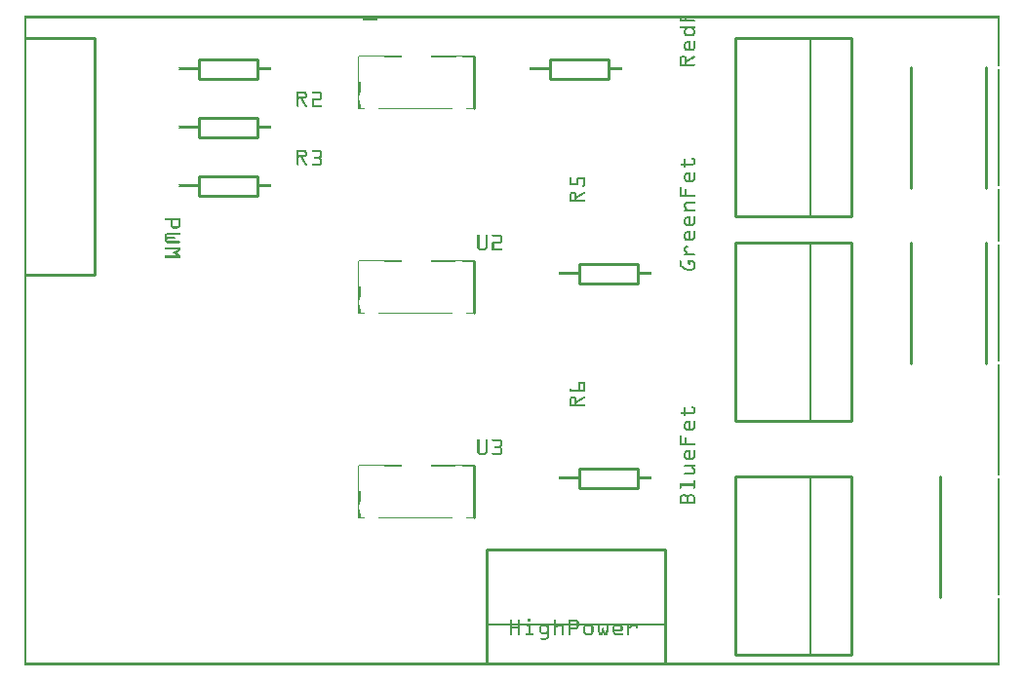
<source format=gto>
G04 MADE WITH FRITZING*
G04 WWW.FRITZING.ORG*
G04 DOUBLE SIDED*
G04 HOLES PLATED*
G04 CONTOUR ON CENTER OF CONTOUR VECTOR*
%ASAXBY*%
%FSLAX23Y23*%
%MOIN*%
%OFA0B0*%
%SFA1.0B1.0*%
%ADD10C,0.009799*%
%ADD11C,0.010000*%
%ADD12C,0.010417*%
%ADD13C,0.005000*%
%ADD14R,0.001000X0.001000*%
%LNSILK1*%
G90*
G70*
G54D10*
X1536Y1905D02*
X1536Y2082D01*
D02*
X1536Y1205D02*
X1536Y1382D01*
D02*
X1536Y505D02*
X1536Y682D01*
G54D11*
D02*
X596Y2073D02*
X796Y2073D01*
D02*
X796Y2073D02*
X796Y2007D01*
D02*
X796Y2007D02*
X596Y2007D01*
D02*
X596Y2007D02*
X596Y2073D01*
D02*
X596Y1873D02*
X796Y1873D01*
D02*
X796Y1873D02*
X796Y1807D01*
D02*
X796Y1807D02*
X596Y1807D01*
D02*
X596Y1807D02*
X596Y1873D01*
D02*
X596Y1673D02*
X796Y1673D01*
D02*
X796Y1673D02*
X796Y1607D01*
D02*
X796Y1607D02*
X596Y1607D01*
D02*
X596Y1607D02*
X596Y1673D01*
G54D12*
D02*
X241Y1335D02*
X241Y2145D01*
G54D11*
D02*
X2191Y395D02*
X1581Y395D01*
G54D13*
D02*
X1581Y141D02*
X2191Y141D01*
G54D12*
D02*
X3031Y1445D02*
X3031Y1034D01*
D02*
X3285Y1034D02*
X3285Y1445D01*
D02*
X3131Y645D02*
X3131Y234D01*
D02*
X3031Y2045D02*
X3031Y1634D01*
D02*
X3285Y1634D02*
X3285Y2045D01*
G54D11*
D02*
X2431Y2145D02*
X2431Y1535D01*
D02*
X2827Y1535D02*
X2827Y2145D01*
D02*
X2827Y2145D02*
X2431Y2145D01*
G54D13*
D02*
X2685Y1535D02*
X2685Y2145D01*
G54D11*
D02*
X2431Y1535D02*
X2827Y1535D01*
D02*
X2431Y1445D02*
X2431Y835D01*
D02*
X2827Y835D02*
X2827Y1445D01*
D02*
X2827Y1445D02*
X2431Y1445D01*
G54D13*
D02*
X2685Y835D02*
X2685Y1445D01*
G54D11*
D02*
X2431Y835D02*
X2827Y835D01*
D02*
X2431Y645D02*
X2431Y35D01*
D02*
X2827Y35D02*
X2827Y645D01*
D02*
X2827Y645D02*
X2431Y645D01*
G54D13*
D02*
X2685Y35D02*
X2685Y645D01*
G54D11*
D02*
X2431Y35D02*
X2827Y35D01*
D02*
X1796Y2073D02*
X1996Y2073D01*
D02*
X1996Y2073D02*
X1996Y2007D01*
D02*
X1996Y2007D02*
X1796Y2007D01*
D02*
X1796Y2007D02*
X1796Y2073D01*
D02*
X1896Y1373D02*
X2096Y1373D01*
D02*
X2096Y1373D02*
X2096Y1307D01*
D02*
X2096Y1307D02*
X1896Y1307D01*
D02*
X1896Y1307D02*
X1896Y1373D01*
D02*
X1896Y673D02*
X2096Y673D01*
D02*
X2096Y673D02*
X2096Y607D01*
D02*
X2096Y607D02*
X1896Y607D01*
D02*
X1896Y607D02*
X1896Y673D01*
G54D14*
X0Y2222D02*
X3332Y2222D01*
X0Y2221D02*
X3332Y2221D01*
X0Y2220D02*
X3332Y2220D01*
X0Y2219D02*
X3332Y2219D01*
X0Y2218D02*
X3332Y2218D01*
X0Y2217D02*
X3332Y2217D01*
X0Y2216D02*
X3332Y2216D01*
X0Y2215D02*
X3332Y2215D01*
X0Y2214D02*
X7Y2214D01*
X1202Y2214D02*
X1209Y2214D01*
X2239Y2214D02*
X2245Y2214D01*
X2257Y2214D02*
X2263Y2214D01*
X3325Y2214D02*
X3332Y2214D01*
X0Y2213D02*
X7Y2213D01*
X1201Y2213D02*
X1208Y2213D01*
X2239Y2213D02*
X2245Y2213D01*
X2257Y2213D02*
X2263Y2213D01*
X3325Y2213D02*
X3332Y2213D01*
X0Y2212D02*
X7Y2212D01*
X1158Y2212D02*
X1208Y2212D01*
X2239Y2212D02*
X2245Y2212D01*
X2257Y2212D02*
X2263Y2212D01*
X3325Y2212D02*
X3332Y2212D01*
X0Y2211D02*
X7Y2211D01*
X1156Y2211D02*
X1207Y2211D01*
X2239Y2211D02*
X2245Y2211D01*
X2257Y2211D02*
X2263Y2211D01*
X3325Y2211D02*
X3332Y2211D01*
X0Y2210D02*
X7Y2210D01*
X1156Y2210D02*
X1207Y2210D01*
X2239Y2210D02*
X2245Y2210D01*
X2257Y2210D02*
X2263Y2210D01*
X3325Y2210D02*
X3332Y2210D01*
X0Y2209D02*
X7Y2209D01*
X1156Y2209D02*
X1206Y2209D01*
X2239Y2209D02*
X2245Y2209D01*
X2257Y2209D02*
X2263Y2209D01*
X3325Y2209D02*
X3332Y2209D01*
X0Y2208D02*
X7Y2208D01*
X1156Y2208D02*
X1205Y2208D01*
X2239Y2208D02*
X2290Y2208D01*
X3325Y2208D02*
X3332Y2208D01*
X0Y2207D02*
X7Y2207D01*
X1156Y2207D02*
X1204Y2207D01*
X2239Y2207D02*
X2291Y2207D01*
X3325Y2207D02*
X3332Y2207D01*
X0Y2206D02*
X7Y2206D01*
X1157Y2206D02*
X1202Y2206D01*
X2239Y2206D02*
X2292Y2206D01*
X3325Y2206D02*
X3332Y2206D01*
X0Y2205D02*
X7Y2205D01*
X2239Y2205D02*
X2292Y2205D01*
X3325Y2205D02*
X3332Y2205D01*
X0Y2204D02*
X7Y2204D01*
X2239Y2204D02*
X2292Y2204D01*
X3325Y2204D02*
X3332Y2204D01*
X0Y2203D02*
X7Y2203D01*
X2239Y2203D02*
X2291Y2203D01*
X3325Y2203D02*
X3332Y2203D01*
X0Y2202D02*
X7Y2202D01*
X2239Y2202D02*
X2290Y2202D01*
X3325Y2202D02*
X3332Y2202D01*
X0Y2201D02*
X7Y2201D01*
X3325Y2201D02*
X3332Y2201D01*
X0Y2200D02*
X7Y2200D01*
X3325Y2200D02*
X3332Y2200D01*
X0Y2199D02*
X7Y2199D01*
X3325Y2199D02*
X3332Y2199D01*
X0Y2198D02*
X7Y2198D01*
X3325Y2198D02*
X3332Y2198D01*
X0Y2197D02*
X7Y2197D01*
X3325Y2197D02*
X3332Y2197D01*
X0Y2196D02*
X7Y2196D01*
X3325Y2196D02*
X3332Y2196D01*
X0Y2195D02*
X7Y2195D01*
X3325Y2195D02*
X3332Y2195D01*
X0Y2194D02*
X7Y2194D01*
X3325Y2194D02*
X3332Y2194D01*
X0Y2193D02*
X7Y2193D01*
X3325Y2193D02*
X3332Y2193D01*
X0Y2192D02*
X7Y2192D01*
X3325Y2192D02*
X3332Y2192D01*
X0Y2191D02*
X7Y2191D01*
X3325Y2191D02*
X3332Y2191D01*
X0Y2190D02*
X7Y2190D01*
X3325Y2190D02*
X3332Y2190D01*
X0Y2189D02*
X7Y2189D01*
X3325Y2189D02*
X3332Y2189D01*
X0Y2188D02*
X7Y2188D01*
X3325Y2188D02*
X3332Y2188D01*
X0Y2187D02*
X7Y2187D01*
X3325Y2187D02*
X3332Y2187D01*
X0Y2186D02*
X7Y2186D01*
X3325Y2186D02*
X3332Y2186D01*
X0Y2185D02*
X7Y2185D01*
X2240Y2185D02*
X2291Y2185D01*
X3325Y2185D02*
X3332Y2185D01*
X0Y2184D02*
X7Y2184D01*
X2239Y2184D02*
X2292Y2184D01*
X3325Y2184D02*
X3332Y2184D01*
X0Y2183D02*
X7Y2183D01*
X2239Y2183D02*
X2292Y2183D01*
X3325Y2183D02*
X3332Y2183D01*
X0Y2182D02*
X7Y2182D01*
X2239Y2182D02*
X2292Y2182D01*
X3325Y2182D02*
X3332Y2182D01*
X0Y2181D02*
X7Y2181D01*
X2239Y2181D02*
X2292Y2181D01*
X3325Y2181D02*
X3332Y2181D01*
X0Y2180D02*
X7Y2180D01*
X2240Y2180D02*
X2291Y2180D01*
X3325Y2180D02*
X3332Y2180D01*
X0Y2179D02*
X7Y2179D01*
X2242Y2179D02*
X2289Y2179D01*
X3325Y2179D02*
X3332Y2179D01*
X0Y2178D02*
X7Y2178D01*
X2258Y2178D02*
X2266Y2178D01*
X2280Y2178D02*
X2288Y2178D01*
X3325Y2178D02*
X3332Y2178D01*
X0Y2177D02*
X7Y2177D01*
X2257Y2177D02*
X2265Y2177D01*
X2281Y2177D02*
X2289Y2177D01*
X3325Y2177D02*
X3332Y2177D01*
X0Y2176D02*
X7Y2176D01*
X2256Y2176D02*
X2264Y2176D01*
X2282Y2176D02*
X2290Y2176D01*
X3325Y2176D02*
X3332Y2176D01*
X0Y2175D02*
X7Y2175D01*
X2255Y2175D02*
X2263Y2175D01*
X2282Y2175D02*
X2290Y2175D01*
X3325Y2175D02*
X3332Y2175D01*
X0Y2174D02*
X7Y2174D01*
X2255Y2174D02*
X2263Y2174D01*
X2283Y2174D02*
X2291Y2174D01*
X3325Y2174D02*
X3332Y2174D01*
X0Y2173D02*
X7Y2173D01*
X2254Y2173D02*
X2262Y2173D01*
X2284Y2173D02*
X2291Y2173D01*
X3325Y2173D02*
X3332Y2173D01*
X0Y2172D02*
X7Y2172D01*
X2254Y2172D02*
X2261Y2172D01*
X2285Y2172D02*
X2292Y2172D01*
X3325Y2172D02*
X3332Y2172D01*
X0Y2171D02*
X7Y2171D01*
X2254Y2171D02*
X2260Y2171D01*
X2286Y2171D02*
X2292Y2171D01*
X3325Y2171D02*
X3332Y2171D01*
X0Y2170D02*
X7Y2170D01*
X2254Y2170D02*
X2260Y2170D01*
X2286Y2170D02*
X2292Y2170D01*
X3325Y2170D02*
X3332Y2170D01*
X0Y2169D02*
X7Y2169D01*
X2254Y2169D02*
X2260Y2169D01*
X2286Y2169D02*
X2292Y2169D01*
X3325Y2169D02*
X3332Y2169D01*
X0Y2168D02*
X7Y2168D01*
X2254Y2168D02*
X2260Y2168D01*
X2286Y2168D02*
X2292Y2168D01*
X3325Y2168D02*
X3332Y2168D01*
X0Y2167D02*
X7Y2167D01*
X2254Y2167D02*
X2260Y2167D01*
X2286Y2167D02*
X2292Y2167D01*
X3325Y2167D02*
X3332Y2167D01*
X0Y2166D02*
X7Y2166D01*
X2254Y2166D02*
X2260Y2166D01*
X2286Y2166D02*
X2292Y2166D01*
X3325Y2166D02*
X3332Y2166D01*
X0Y2165D02*
X7Y2165D01*
X2254Y2165D02*
X2260Y2165D01*
X2286Y2165D02*
X2292Y2165D01*
X3325Y2165D02*
X3332Y2165D01*
X0Y2164D02*
X7Y2164D01*
X2254Y2164D02*
X2260Y2164D01*
X2286Y2164D02*
X2292Y2164D01*
X3325Y2164D02*
X3332Y2164D01*
X0Y2163D02*
X7Y2163D01*
X2254Y2163D02*
X2260Y2163D01*
X2286Y2163D02*
X2292Y2163D01*
X3325Y2163D02*
X3332Y2163D01*
X0Y2162D02*
X7Y2162D01*
X2254Y2162D02*
X2260Y2162D01*
X2285Y2162D02*
X2292Y2162D01*
X3325Y2162D02*
X3332Y2162D01*
X0Y2161D02*
X7Y2161D01*
X2254Y2161D02*
X2261Y2161D01*
X2284Y2161D02*
X2292Y2161D01*
X3325Y2161D02*
X3332Y2161D01*
X0Y2160D02*
X7Y2160D01*
X2255Y2160D02*
X2262Y2160D01*
X2284Y2160D02*
X2291Y2160D01*
X3325Y2160D02*
X3332Y2160D01*
X0Y2159D02*
X7Y2159D01*
X2255Y2159D02*
X2263Y2159D01*
X2283Y2159D02*
X2291Y2159D01*
X3325Y2159D02*
X3332Y2159D01*
X0Y2158D02*
X7Y2158D01*
X2256Y2158D02*
X2290Y2158D01*
X3325Y2158D02*
X3332Y2158D01*
X0Y2157D02*
X7Y2157D01*
X2257Y2157D02*
X2289Y2157D01*
X3325Y2157D02*
X3332Y2157D01*
X0Y2156D02*
X7Y2156D01*
X2257Y2156D02*
X2288Y2156D01*
X3325Y2156D02*
X3332Y2156D01*
X0Y2155D02*
X7Y2155D01*
X2258Y2155D02*
X2288Y2155D01*
X3325Y2155D02*
X3332Y2155D01*
X0Y2154D02*
X7Y2154D01*
X2259Y2154D02*
X2287Y2154D01*
X3325Y2154D02*
X3332Y2154D01*
X0Y2153D02*
X7Y2153D01*
X2261Y2153D02*
X2285Y2153D01*
X3325Y2153D02*
X3332Y2153D01*
X0Y2152D02*
X7Y2152D01*
X2262Y2152D02*
X2283Y2152D01*
X3325Y2152D02*
X3332Y2152D01*
X0Y2151D02*
X7Y2151D01*
X3325Y2151D02*
X3332Y2151D01*
X0Y2150D02*
X240Y2150D01*
X3325Y2150D02*
X3332Y2150D01*
X0Y2149D02*
X240Y2149D01*
X3325Y2149D02*
X3332Y2149D01*
X0Y2148D02*
X240Y2148D01*
X3325Y2148D02*
X3332Y2148D01*
X0Y2147D02*
X240Y2147D01*
X3325Y2147D02*
X3332Y2147D01*
X0Y2146D02*
X240Y2146D01*
X3325Y2146D02*
X3332Y2146D01*
X0Y2145D02*
X240Y2145D01*
X3325Y2145D02*
X3332Y2145D01*
X0Y2144D02*
X240Y2144D01*
X3325Y2144D02*
X3332Y2144D01*
X0Y2143D02*
X240Y2143D01*
X3325Y2143D02*
X3332Y2143D01*
X0Y2142D02*
X240Y2142D01*
X3325Y2142D02*
X3332Y2142D01*
X0Y2141D02*
X240Y2141D01*
X3325Y2141D02*
X3332Y2141D01*
X0Y2140D02*
X240Y2140D01*
X3325Y2140D02*
X3332Y2140D01*
X0Y2139D02*
X7Y2139D01*
X3325Y2139D02*
X3332Y2139D01*
X0Y2138D02*
X7Y2138D01*
X3325Y2138D02*
X3332Y2138D01*
X0Y2137D02*
X7Y2137D01*
X3325Y2137D02*
X3332Y2137D01*
X0Y2136D02*
X7Y2136D01*
X3325Y2136D02*
X3332Y2136D01*
X0Y2135D02*
X7Y2135D01*
X2263Y2135D02*
X2276Y2135D01*
X2288Y2135D02*
X2291Y2135D01*
X3325Y2135D02*
X3332Y2135D01*
X0Y2134D02*
X7Y2134D01*
X2261Y2134D02*
X2277Y2134D01*
X2287Y2134D02*
X2292Y2134D01*
X3325Y2134D02*
X3332Y2134D01*
X0Y2133D02*
X7Y2133D01*
X2259Y2133D02*
X2277Y2133D01*
X2286Y2133D02*
X2292Y2133D01*
X3325Y2133D02*
X3332Y2133D01*
X0Y2132D02*
X7Y2132D01*
X2258Y2132D02*
X2277Y2132D01*
X2286Y2132D02*
X2292Y2132D01*
X3325Y2132D02*
X3332Y2132D01*
X0Y2131D02*
X7Y2131D01*
X2257Y2131D02*
X2277Y2131D01*
X2286Y2131D02*
X2292Y2131D01*
X3325Y2131D02*
X3332Y2131D01*
X0Y2130D02*
X7Y2130D01*
X2257Y2130D02*
X2277Y2130D01*
X2286Y2130D02*
X2292Y2130D01*
X3325Y2130D02*
X3332Y2130D01*
X0Y2129D02*
X7Y2129D01*
X2256Y2129D02*
X2277Y2129D01*
X2286Y2129D02*
X2292Y2129D01*
X3325Y2129D02*
X3332Y2129D01*
X0Y2128D02*
X7Y2128D01*
X2255Y2128D02*
X2263Y2128D01*
X2271Y2128D02*
X2277Y2128D01*
X2286Y2128D02*
X2292Y2128D01*
X3325Y2128D02*
X3332Y2128D01*
X0Y2127D02*
X7Y2127D01*
X2255Y2127D02*
X2262Y2127D01*
X2271Y2127D02*
X2277Y2127D01*
X2286Y2127D02*
X2292Y2127D01*
X3325Y2127D02*
X3332Y2127D01*
X0Y2126D02*
X7Y2126D01*
X2254Y2126D02*
X2261Y2126D01*
X2271Y2126D02*
X2277Y2126D01*
X2286Y2126D02*
X2292Y2126D01*
X3325Y2126D02*
X3332Y2126D01*
X0Y2125D02*
X7Y2125D01*
X2254Y2125D02*
X2260Y2125D01*
X2271Y2125D02*
X2277Y2125D01*
X2286Y2125D02*
X2292Y2125D01*
X3325Y2125D02*
X3332Y2125D01*
X0Y2124D02*
X7Y2124D01*
X2254Y2124D02*
X2260Y2124D01*
X2271Y2124D02*
X2277Y2124D01*
X2286Y2124D02*
X2292Y2124D01*
X3325Y2124D02*
X3332Y2124D01*
X0Y2123D02*
X7Y2123D01*
X2254Y2123D02*
X2260Y2123D01*
X2271Y2123D02*
X2277Y2123D01*
X2286Y2123D02*
X2292Y2123D01*
X3325Y2123D02*
X3332Y2123D01*
X0Y2122D02*
X7Y2122D01*
X2254Y2122D02*
X2260Y2122D01*
X2271Y2122D02*
X2277Y2122D01*
X2286Y2122D02*
X2292Y2122D01*
X3325Y2122D02*
X3332Y2122D01*
X0Y2121D02*
X7Y2121D01*
X2254Y2121D02*
X2260Y2121D01*
X2271Y2121D02*
X2277Y2121D01*
X2286Y2121D02*
X2292Y2121D01*
X3325Y2121D02*
X3332Y2121D01*
X0Y2120D02*
X7Y2120D01*
X2254Y2120D02*
X2260Y2120D01*
X2271Y2120D02*
X2277Y2120D01*
X2286Y2120D02*
X2292Y2120D01*
X3325Y2120D02*
X3332Y2120D01*
X0Y2119D02*
X7Y2119D01*
X2254Y2119D02*
X2260Y2119D01*
X2271Y2119D02*
X2277Y2119D01*
X2286Y2119D02*
X2292Y2119D01*
X3325Y2119D02*
X3332Y2119D01*
X0Y2118D02*
X7Y2118D01*
X2254Y2118D02*
X2260Y2118D01*
X2271Y2118D02*
X2277Y2118D01*
X2286Y2118D02*
X2292Y2118D01*
X3325Y2118D02*
X3332Y2118D01*
X0Y2117D02*
X7Y2117D01*
X2254Y2117D02*
X2260Y2117D01*
X2271Y2117D02*
X2277Y2117D01*
X2286Y2117D02*
X2292Y2117D01*
X3325Y2117D02*
X3332Y2117D01*
X0Y2116D02*
X7Y2116D01*
X2254Y2116D02*
X2260Y2116D01*
X2271Y2116D02*
X2277Y2116D01*
X2286Y2116D02*
X2292Y2116D01*
X3325Y2116D02*
X3332Y2116D01*
X0Y2115D02*
X7Y2115D01*
X2254Y2115D02*
X2260Y2115D01*
X2271Y2115D02*
X2277Y2115D01*
X2286Y2115D02*
X2292Y2115D01*
X3325Y2115D02*
X3332Y2115D01*
X0Y2114D02*
X7Y2114D01*
X2254Y2114D02*
X2260Y2114D01*
X2271Y2114D02*
X2277Y2114D01*
X2286Y2114D02*
X2292Y2114D01*
X3325Y2114D02*
X3332Y2114D01*
X0Y2113D02*
X7Y2113D01*
X2254Y2113D02*
X2260Y2113D01*
X2271Y2113D02*
X2277Y2113D01*
X2286Y2113D02*
X2292Y2113D01*
X3325Y2113D02*
X3332Y2113D01*
X0Y2112D02*
X7Y2112D01*
X2254Y2112D02*
X2260Y2112D01*
X2271Y2112D02*
X2277Y2112D01*
X2285Y2112D02*
X2292Y2112D01*
X3325Y2112D02*
X3332Y2112D01*
X0Y2111D02*
X7Y2111D01*
X2254Y2111D02*
X2261Y2111D01*
X2271Y2111D02*
X2277Y2111D01*
X2285Y2111D02*
X2292Y2111D01*
X3325Y2111D02*
X3332Y2111D01*
X0Y2110D02*
X7Y2110D01*
X2254Y2110D02*
X2262Y2110D01*
X2271Y2110D02*
X2277Y2110D01*
X2284Y2110D02*
X2291Y2110D01*
X3325Y2110D02*
X3332Y2110D01*
X0Y2109D02*
X7Y2109D01*
X2255Y2109D02*
X2263Y2109D01*
X2271Y2109D02*
X2277Y2109D01*
X2283Y2109D02*
X2291Y2109D01*
X3325Y2109D02*
X3332Y2109D01*
X0Y2108D02*
X7Y2108D01*
X2256Y2108D02*
X2290Y2108D01*
X3325Y2108D02*
X3332Y2108D01*
X0Y2107D02*
X7Y2107D01*
X2256Y2107D02*
X2289Y2107D01*
X3325Y2107D02*
X3332Y2107D01*
X0Y2106D02*
X7Y2106D01*
X2257Y2106D02*
X2289Y2106D01*
X3325Y2106D02*
X3332Y2106D01*
X0Y2105D02*
X7Y2105D01*
X2258Y2105D02*
X2288Y2105D01*
X3325Y2105D02*
X3332Y2105D01*
X0Y2104D02*
X7Y2104D01*
X2259Y2104D02*
X2287Y2104D01*
X3325Y2104D02*
X3332Y2104D01*
X0Y2103D02*
X7Y2103D01*
X2260Y2103D02*
X2286Y2103D01*
X3325Y2103D02*
X3332Y2103D01*
X0Y2102D02*
X7Y2102D01*
X2262Y2102D02*
X2284Y2102D01*
X3325Y2102D02*
X3332Y2102D01*
X0Y2101D02*
X7Y2101D01*
X3325Y2101D02*
X3332Y2101D01*
X0Y2100D02*
X7Y2100D01*
X3325Y2100D02*
X3332Y2100D01*
X0Y2099D02*
X7Y2099D01*
X3325Y2099D02*
X3332Y2099D01*
X0Y2098D02*
X7Y2098D01*
X3325Y2098D02*
X3332Y2098D01*
X0Y2097D02*
X7Y2097D01*
X3325Y2097D02*
X3332Y2097D01*
X0Y2096D02*
X7Y2096D01*
X3325Y2096D02*
X3332Y2096D01*
X0Y2095D02*
X7Y2095D01*
X3325Y2095D02*
X3332Y2095D01*
X0Y2094D02*
X7Y2094D01*
X3325Y2094D02*
X3332Y2094D01*
X0Y2093D02*
X7Y2093D01*
X3325Y2093D02*
X3332Y2093D01*
X0Y2092D02*
X7Y2092D01*
X3325Y2092D02*
X3332Y2092D01*
X0Y2091D02*
X7Y2091D01*
X3325Y2091D02*
X3332Y2091D01*
X0Y2090D02*
X7Y2090D01*
X3325Y2090D02*
X3332Y2090D01*
X0Y2089D02*
X7Y2089D01*
X3325Y2089D02*
X3332Y2089D01*
X0Y2088D02*
X7Y2088D01*
X3325Y2088D02*
X3332Y2088D01*
X0Y2087D02*
X7Y2087D01*
X3325Y2087D02*
X3332Y2087D01*
X0Y2086D02*
X7Y2086D01*
X3325Y2086D02*
X3332Y2086D01*
X0Y2085D02*
X7Y2085D01*
X1144Y2085D02*
X1290Y2085D01*
X1389Y2085D02*
X1535Y2085D01*
X2246Y2085D02*
X2255Y2085D01*
X2288Y2085D02*
X2290Y2085D01*
X3325Y2085D02*
X3332Y2085D01*
X0Y2084D02*
X7Y2084D01*
X1144Y2084D02*
X1290Y2084D01*
X1389Y2084D02*
X1535Y2084D01*
X2244Y2084D02*
X2257Y2084D01*
X2286Y2084D02*
X2291Y2084D01*
X3325Y2084D02*
X3332Y2084D01*
X0Y2083D02*
X7Y2083D01*
X1144Y2083D02*
X1290Y2083D01*
X1389Y2083D02*
X1535Y2083D01*
X2243Y2083D02*
X2259Y2083D01*
X2284Y2083D02*
X2292Y2083D01*
X3325Y2083D02*
X3332Y2083D01*
X0Y2082D02*
X7Y2082D01*
X1139Y2082D02*
X1143Y2082D01*
X1229Y2082D02*
X1290Y2082D01*
X1389Y2082D02*
X1478Y2082D01*
X1493Y2082D02*
X1535Y2082D01*
X2242Y2082D02*
X2260Y2082D01*
X2283Y2082D02*
X2292Y2082D01*
X3325Y2082D02*
X3332Y2082D01*
X0Y2081D02*
X7Y2081D01*
X1139Y2081D02*
X1143Y2081D01*
X1229Y2081D02*
X1290Y2081D01*
X1389Y2081D02*
X1474Y2081D01*
X1497Y2081D02*
X1535Y2081D01*
X2241Y2081D02*
X2261Y2081D01*
X2281Y2081D02*
X2292Y2081D01*
X3325Y2081D02*
X3332Y2081D01*
X0Y2080D02*
X7Y2080D01*
X1139Y2080D02*
X1143Y2080D01*
X1229Y2080D02*
X1290Y2080D01*
X1389Y2080D02*
X1470Y2080D01*
X1501Y2080D02*
X1535Y2080D01*
X2240Y2080D02*
X2261Y2080D01*
X2279Y2080D02*
X2291Y2080D01*
X3325Y2080D02*
X3332Y2080D01*
X0Y2079D02*
X7Y2079D01*
X1139Y2079D02*
X1143Y2079D01*
X2240Y2079D02*
X2262Y2079D01*
X2278Y2079D02*
X2290Y2079D01*
X3325Y2079D02*
X3332Y2079D01*
X0Y2078D02*
X7Y2078D01*
X1139Y2078D02*
X1143Y2078D01*
X2239Y2078D02*
X2247Y2078D01*
X2255Y2078D02*
X2262Y2078D01*
X2276Y2078D02*
X2289Y2078D01*
X3325Y2078D02*
X3332Y2078D01*
X0Y2077D02*
X7Y2077D01*
X1139Y2077D02*
X1143Y2077D01*
X2239Y2077D02*
X2246Y2077D01*
X2256Y2077D02*
X2262Y2077D01*
X2274Y2077D02*
X2287Y2077D01*
X3325Y2077D02*
X3332Y2077D01*
X0Y2076D02*
X7Y2076D01*
X1139Y2076D02*
X1143Y2076D01*
X2239Y2076D02*
X2245Y2076D01*
X2256Y2076D02*
X2263Y2076D01*
X2272Y2076D02*
X2285Y2076D01*
X3325Y2076D02*
X3332Y2076D01*
X0Y2075D02*
X7Y2075D01*
X1139Y2075D02*
X1143Y2075D01*
X2239Y2075D02*
X2245Y2075D01*
X2257Y2075D02*
X2263Y2075D01*
X2271Y2075D02*
X2284Y2075D01*
X3325Y2075D02*
X3332Y2075D01*
X0Y2074D02*
X7Y2074D01*
X1139Y2074D02*
X1143Y2074D01*
X2239Y2074D02*
X2245Y2074D01*
X2257Y2074D02*
X2263Y2074D01*
X2269Y2074D02*
X2282Y2074D01*
X3325Y2074D02*
X3332Y2074D01*
X0Y2073D02*
X7Y2073D01*
X1139Y2073D02*
X1143Y2073D01*
X2239Y2073D02*
X2245Y2073D01*
X2257Y2073D02*
X2263Y2073D01*
X2267Y2073D02*
X2280Y2073D01*
X3325Y2073D02*
X3332Y2073D01*
X0Y2072D02*
X7Y2072D01*
X1139Y2072D02*
X1143Y2072D01*
X2239Y2072D02*
X2245Y2072D01*
X2257Y2072D02*
X2263Y2072D01*
X2266Y2072D02*
X2279Y2072D01*
X3325Y2072D02*
X3332Y2072D01*
X0Y2071D02*
X7Y2071D01*
X1139Y2071D02*
X1143Y2071D01*
X2239Y2071D02*
X2245Y2071D01*
X2257Y2071D02*
X2277Y2071D01*
X3325Y2071D02*
X3332Y2071D01*
X0Y2070D02*
X7Y2070D01*
X1139Y2070D02*
X1143Y2070D01*
X2239Y2070D02*
X2245Y2070D01*
X2257Y2070D02*
X2275Y2070D01*
X3325Y2070D02*
X3332Y2070D01*
X0Y2069D02*
X7Y2069D01*
X1139Y2069D02*
X1143Y2069D01*
X2239Y2069D02*
X2245Y2069D01*
X2257Y2069D02*
X2273Y2069D01*
X3325Y2069D02*
X3332Y2069D01*
X0Y2068D02*
X7Y2068D01*
X1139Y2068D02*
X1143Y2068D01*
X2239Y2068D02*
X2245Y2068D01*
X2257Y2068D02*
X2272Y2068D01*
X3325Y2068D02*
X3332Y2068D01*
X0Y2067D02*
X7Y2067D01*
X1139Y2067D02*
X1143Y2067D01*
X2239Y2067D02*
X2245Y2067D01*
X2257Y2067D02*
X2270Y2067D01*
X3325Y2067D02*
X3332Y2067D01*
X0Y2066D02*
X7Y2066D01*
X1139Y2066D02*
X1143Y2066D01*
X2239Y2066D02*
X2245Y2066D01*
X2257Y2066D02*
X2268Y2066D01*
X3325Y2066D02*
X3332Y2066D01*
X0Y2065D02*
X7Y2065D01*
X1139Y2065D02*
X1143Y2065D01*
X2239Y2065D02*
X2245Y2065D01*
X2257Y2065D02*
X2267Y2065D01*
X3325Y2065D02*
X3332Y2065D01*
X0Y2064D02*
X7Y2064D01*
X1139Y2064D02*
X1143Y2064D01*
X2239Y2064D02*
X2245Y2064D01*
X2257Y2064D02*
X2265Y2064D01*
X3325Y2064D02*
X3332Y2064D01*
X0Y2063D02*
X7Y2063D01*
X1139Y2063D02*
X1143Y2063D01*
X2239Y2063D02*
X2245Y2063D01*
X2257Y2063D02*
X2263Y2063D01*
X3325Y2063D02*
X3332Y2063D01*
X0Y2062D02*
X7Y2062D01*
X1139Y2062D02*
X1143Y2062D01*
X2239Y2062D02*
X2245Y2062D01*
X2257Y2062D02*
X2263Y2062D01*
X3325Y2062D02*
X3332Y2062D01*
X0Y2061D02*
X7Y2061D01*
X1139Y2061D02*
X1143Y2061D01*
X2239Y2061D02*
X2245Y2061D01*
X2257Y2061D02*
X2263Y2061D01*
X3325Y2061D02*
X3332Y2061D01*
X0Y2060D02*
X7Y2060D01*
X1139Y2060D02*
X1143Y2060D01*
X2239Y2060D02*
X2245Y2060D01*
X2257Y2060D02*
X2263Y2060D01*
X3325Y2060D02*
X3332Y2060D01*
X0Y2059D02*
X7Y2059D01*
X1139Y2059D02*
X1143Y2059D01*
X2239Y2059D02*
X2245Y2059D01*
X2257Y2059D02*
X2263Y2059D01*
X3325Y2059D02*
X3332Y2059D01*
X0Y2058D02*
X7Y2058D01*
X1139Y2058D02*
X1143Y2058D01*
X2239Y2058D02*
X2245Y2058D01*
X2256Y2058D02*
X2263Y2058D01*
X3325Y2058D02*
X3332Y2058D01*
X0Y2057D02*
X7Y2057D01*
X1139Y2057D02*
X1143Y2057D01*
X2239Y2057D02*
X2291Y2057D01*
X3325Y2057D02*
X3332Y2057D01*
X0Y2056D02*
X7Y2056D01*
X1139Y2056D02*
X1143Y2056D01*
X2239Y2056D02*
X2292Y2056D01*
X3325Y2056D02*
X3332Y2056D01*
X0Y2055D02*
X7Y2055D01*
X1139Y2055D02*
X1143Y2055D01*
X2239Y2055D02*
X2292Y2055D01*
X3325Y2055D02*
X3332Y2055D01*
X0Y2054D02*
X7Y2054D01*
X1139Y2054D02*
X1143Y2054D01*
X2239Y2054D02*
X2292Y2054D01*
X3325Y2054D02*
X3332Y2054D01*
X0Y2053D02*
X7Y2053D01*
X1139Y2053D02*
X1143Y2053D01*
X2239Y2053D02*
X2292Y2053D01*
X3325Y2053D02*
X3332Y2053D01*
X0Y2052D02*
X7Y2052D01*
X1139Y2052D02*
X1143Y2052D01*
X2239Y2052D02*
X2291Y2052D01*
X3325Y2052D02*
X3332Y2052D01*
X0Y2051D02*
X7Y2051D01*
X1139Y2051D02*
X1143Y2051D01*
X2239Y2051D02*
X2289Y2051D01*
X3325Y2051D02*
X3332Y2051D01*
X0Y2050D02*
X7Y2050D01*
X1139Y2050D02*
X1143Y2050D01*
X0Y2049D02*
X7Y2049D01*
X1139Y2049D02*
X1143Y2049D01*
X0Y2048D02*
X7Y2048D01*
X1139Y2048D02*
X1143Y2048D01*
X0Y2047D02*
X7Y2047D01*
X1139Y2047D02*
X1143Y2047D01*
X0Y2046D02*
X7Y2046D01*
X1139Y2046D02*
X1143Y2046D01*
X0Y2045D02*
X7Y2045D01*
X528Y2045D02*
X594Y2045D01*
X796Y2045D02*
X843Y2045D01*
X1139Y2045D02*
X1143Y2045D01*
X1728Y2045D02*
X1794Y2045D01*
X1996Y2045D02*
X2043Y2045D01*
X0Y2044D02*
X7Y2044D01*
X528Y2044D02*
X595Y2044D01*
X796Y2044D02*
X843Y2044D01*
X1139Y2044D02*
X1143Y2044D01*
X1728Y2044D02*
X1794Y2044D01*
X1995Y2044D02*
X2043Y2044D01*
X0Y2043D02*
X7Y2043D01*
X528Y2043D02*
X595Y2043D01*
X796Y2043D02*
X843Y2043D01*
X1139Y2043D02*
X1143Y2043D01*
X1728Y2043D02*
X1794Y2043D01*
X1995Y2043D02*
X2043Y2043D01*
X0Y2042D02*
X7Y2042D01*
X528Y2042D02*
X595Y2042D01*
X796Y2042D02*
X843Y2042D01*
X1139Y2042D02*
X1143Y2042D01*
X1728Y2042D02*
X1794Y2042D01*
X1995Y2042D02*
X2043Y2042D01*
X0Y2041D02*
X7Y2041D01*
X529Y2041D02*
X595Y2041D01*
X796Y2041D02*
X843Y2041D01*
X1139Y2041D02*
X1143Y2041D01*
X1728Y2041D02*
X1794Y2041D01*
X1995Y2041D02*
X2042Y2041D01*
X0Y2040D02*
X7Y2040D01*
X529Y2040D02*
X595Y2040D01*
X796Y2040D02*
X843Y2040D01*
X1139Y2040D02*
X1143Y2040D01*
X1728Y2040D02*
X1794Y2040D01*
X1995Y2040D02*
X2042Y2040D01*
X0Y2039D02*
X7Y2039D01*
X529Y2039D02*
X595Y2039D01*
X796Y2039D02*
X843Y2039D01*
X1139Y2039D02*
X1143Y2039D01*
X1728Y2039D02*
X1794Y2039D01*
X1995Y2039D02*
X2042Y2039D01*
X3325Y2039D02*
X3332Y2039D01*
X0Y2038D02*
X7Y2038D01*
X528Y2038D02*
X595Y2038D01*
X796Y2038D02*
X843Y2038D01*
X1139Y2038D02*
X1143Y2038D01*
X1728Y2038D02*
X1794Y2038D01*
X1995Y2038D02*
X2043Y2038D01*
X3325Y2038D02*
X3332Y2038D01*
X0Y2037D02*
X7Y2037D01*
X528Y2037D02*
X595Y2037D01*
X796Y2037D02*
X843Y2037D01*
X1139Y2037D02*
X1143Y2037D01*
X1728Y2037D02*
X1794Y2037D01*
X1995Y2037D02*
X2043Y2037D01*
X3325Y2037D02*
X3332Y2037D01*
X0Y2036D02*
X7Y2036D01*
X528Y2036D02*
X595Y2036D01*
X796Y2036D02*
X843Y2036D01*
X1139Y2036D02*
X1143Y2036D01*
X1728Y2036D02*
X1794Y2036D01*
X1995Y2036D02*
X2043Y2036D01*
X3325Y2036D02*
X3332Y2036D01*
X0Y2035D02*
X7Y2035D01*
X1139Y2035D02*
X1143Y2035D01*
X3325Y2035D02*
X3332Y2035D01*
X0Y2034D02*
X7Y2034D01*
X1139Y2034D02*
X1143Y2034D01*
X3325Y2034D02*
X3332Y2034D01*
X0Y2033D02*
X7Y2033D01*
X1139Y2033D02*
X1143Y2033D01*
X3325Y2033D02*
X3332Y2033D01*
X0Y2032D02*
X7Y2032D01*
X1139Y2032D02*
X1143Y2032D01*
X3325Y2032D02*
X3332Y2032D01*
X0Y2031D02*
X7Y2031D01*
X1139Y2031D02*
X1143Y2031D01*
X3325Y2031D02*
X3332Y2031D01*
X0Y2030D02*
X7Y2030D01*
X1139Y2030D02*
X1143Y2030D01*
X3325Y2030D02*
X3332Y2030D01*
X0Y2029D02*
X7Y2029D01*
X1139Y2029D02*
X1143Y2029D01*
X3325Y2029D02*
X3332Y2029D01*
X0Y2028D02*
X7Y2028D01*
X1139Y2028D02*
X1143Y2028D01*
X3325Y2028D02*
X3332Y2028D01*
X0Y2027D02*
X7Y2027D01*
X1139Y2027D02*
X1143Y2027D01*
X3325Y2027D02*
X3332Y2027D01*
X0Y2026D02*
X7Y2026D01*
X1139Y2026D02*
X1143Y2026D01*
X3325Y2026D02*
X3332Y2026D01*
X0Y2025D02*
X7Y2025D01*
X1139Y2025D02*
X1143Y2025D01*
X3325Y2025D02*
X3332Y2025D01*
X0Y2024D02*
X7Y2024D01*
X1139Y2024D02*
X1143Y2024D01*
X3325Y2024D02*
X3332Y2024D01*
X0Y2023D02*
X7Y2023D01*
X1139Y2023D02*
X1143Y2023D01*
X3325Y2023D02*
X3332Y2023D01*
X0Y2022D02*
X7Y2022D01*
X1139Y2022D02*
X1143Y2022D01*
X3325Y2022D02*
X3332Y2022D01*
X0Y2021D02*
X7Y2021D01*
X1139Y2021D02*
X1143Y2021D01*
X3325Y2021D02*
X3332Y2021D01*
X0Y2020D02*
X7Y2020D01*
X1139Y2020D02*
X1143Y2020D01*
X3325Y2020D02*
X3332Y2020D01*
X0Y2019D02*
X7Y2019D01*
X1139Y2019D02*
X1143Y2019D01*
X3325Y2019D02*
X3332Y2019D01*
X0Y2018D02*
X7Y2018D01*
X1139Y2018D02*
X1143Y2018D01*
X3325Y2018D02*
X3332Y2018D01*
X0Y2017D02*
X7Y2017D01*
X1139Y2017D02*
X1143Y2017D01*
X3325Y2017D02*
X3332Y2017D01*
X0Y2016D02*
X7Y2016D01*
X1139Y2016D02*
X1143Y2016D01*
X3325Y2016D02*
X3332Y2016D01*
X0Y2015D02*
X7Y2015D01*
X1139Y2015D02*
X1143Y2015D01*
X3325Y2015D02*
X3332Y2015D01*
X0Y2014D02*
X7Y2014D01*
X1139Y2014D02*
X1143Y2014D01*
X3325Y2014D02*
X3332Y2014D01*
X0Y2013D02*
X7Y2013D01*
X1139Y2013D02*
X1143Y2013D01*
X3325Y2013D02*
X3332Y2013D01*
X0Y2012D02*
X7Y2012D01*
X1139Y2012D02*
X1143Y2012D01*
X3325Y2012D02*
X3332Y2012D01*
X0Y2011D02*
X7Y2011D01*
X1139Y2011D02*
X1143Y2011D01*
X3325Y2011D02*
X3332Y2011D01*
X0Y2010D02*
X7Y2010D01*
X1139Y2010D02*
X1143Y2010D01*
X3325Y2010D02*
X3332Y2010D01*
X0Y2009D02*
X7Y2009D01*
X1139Y2009D02*
X1143Y2009D01*
X3325Y2009D02*
X3332Y2009D01*
X0Y2008D02*
X7Y2008D01*
X1139Y2008D02*
X1143Y2008D01*
X3325Y2008D02*
X3332Y2008D01*
X0Y2007D02*
X7Y2007D01*
X1139Y2007D02*
X1143Y2007D01*
X3325Y2007D02*
X3332Y2007D01*
X0Y2006D02*
X7Y2006D01*
X1139Y2006D02*
X1143Y2006D01*
X3325Y2006D02*
X3332Y2006D01*
X0Y2005D02*
X7Y2005D01*
X1139Y2005D02*
X1143Y2005D01*
X3325Y2005D02*
X3332Y2005D01*
X0Y2004D02*
X7Y2004D01*
X1139Y2004D02*
X1143Y2004D01*
X3325Y2004D02*
X3332Y2004D01*
X0Y2003D02*
X7Y2003D01*
X1139Y2003D02*
X1143Y2003D01*
X3325Y2003D02*
X3332Y2003D01*
X0Y2002D02*
X7Y2002D01*
X1139Y2002D02*
X1143Y2002D01*
X3325Y2002D02*
X3332Y2002D01*
X0Y2001D02*
X7Y2001D01*
X1139Y2001D02*
X1143Y2001D01*
X3325Y2001D02*
X3332Y2001D01*
X0Y2000D02*
X7Y2000D01*
X1139Y2000D02*
X1143Y2000D01*
X3325Y2000D02*
X3332Y2000D01*
X0Y1999D02*
X7Y1999D01*
X1139Y1999D02*
X1143Y1999D01*
X3325Y1999D02*
X3332Y1999D01*
X0Y1998D02*
X7Y1998D01*
X1139Y1998D02*
X1143Y1998D01*
X3325Y1998D02*
X3332Y1998D01*
X0Y1997D02*
X7Y1997D01*
X1139Y1997D02*
X1148Y1997D01*
X3325Y1997D02*
X3332Y1997D01*
X0Y1996D02*
X7Y1996D01*
X1139Y1996D02*
X1148Y1996D01*
X3325Y1996D02*
X3332Y1996D01*
X0Y1995D02*
X7Y1995D01*
X1139Y1995D02*
X1148Y1995D01*
X3325Y1995D02*
X3332Y1995D01*
X0Y1994D02*
X7Y1994D01*
X1139Y1994D02*
X1148Y1994D01*
X3325Y1994D02*
X3332Y1994D01*
X0Y1993D02*
X7Y1993D01*
X1139Y1993D02*
X1148Y1993D01*
X3325Y1993D02*
X3332Y1993D01*
X0Y1992D02*
X7Y1992D01*
X1139Y1992D02*
X1148Y1992D01*
X3325Y1992D02*
X3332Y1992D01*
X0Y1991D02*
X7Y1991D01*
X1139Y1991D02*
X1148Y1991D01*
X3325Y1991D02*
X3332Y1991D01*
X0Y1990D02*
X7Y1990D01*
X1139Y1990D02*
X1148Y1990D01*
X3325Y1990D02*
X3332Y1990D01*
X0Y1989D02*
X7Y1989D01*
X1139Y1989D02*
X1148Y1989D01*
X3325Y1989D02*
X3332Y1989D01*
X0Y1988D02*
X7Y1988D01*
X1139Y1988D02*
X1148Y1988D01*
X3325Y1988D02*
X3332Y1988D01*
X0Y1987D02*
X7Y1987D01*
X1139Y1987D02*
X1148Y1987D01*
X3325Y1987D02*
X3332Y1987D01*
X0Y1986D02*
X7Y1986D01*
X1139Y1986D02*
X1148Y1986D01*
X3325Y1986D02*
X3332Y1986D01*
X0Y1985D02*
X7Y1985D01*
X1139Y1985D02*
X1148Y1985D01*
X3325Y1985D02*
X3332Y1985D01*
X0Y1984D02*
X7Y1984D01*
X1139Y1984D02*
X1148Y1984D01*
X3325Y1984D02*
X3332Y1984D01*
X0Y1983D02*
X7Y1983D01*
X1139Y1983D02*
X1148Y1983D01*
X3325Y1983D02*
X3332Y1983D01*
X0Y1982D02*
X7Y1982D01*
X1139Y1982D02*
X1148Y1982D01*
X3325Y1982D02*
X3332Y1982D01*
X0Y1981D02*
X7Y1981D01*
X1139Y1981D02*
X1148Y1981D01*
X3325Y1981D02*
X3332Y1981D01*
X0Y1980D02*
X7Y1980D01*
X1139Y1980D02*
X1148Y1980D01*
X3325Y1980D02*
X3332Y1980D01*
X0Y1979D02*
X7Y1979D01*
X1139Y1979D02*
X1148Y1979D01*
X3325Y1979D02*
X3332Y1979D01*
X0Y1978D02*
X7Y1978D01*
X1139Y1978D02*
X1148Y1978D01*
X3325Y1978D02*
X3332Y1978D01*
X0Y1977D02*
X7Y1977D01*
X1139Y1977D02*
X1148Y1977D01*
X3325Y1977D02*
X3332Y1977D01*
X0Y1976D02*
X7Y1976D01*
X1139Y1976D02*
X1148Y1976D01*
X3325Y1976D02*
X3332Y1976D01*
X0Y1975D02*
X7Y1975D01*
X1139Y1975D02*
X1148Y1975D01*
X3325Y1975D02*
X3332Y1975D01*
X0Y1974D02*
X7Y1974D01*
X1139Y1974D02*
X1148Y1974D01*
X3325Y1974D02*
X3332Y1974D01*
X0Y1973D02*
X7Y1973D01*
X1139Y1973D02*
X1148Y1973D01*
X3325Y1973D02*
X3332Y1973D01*
X0Y1972D02*
X7Y1972D01*
X1139Y1972D02*
X1148Y1972D01*
X3325Y1972D02*
X3332Y1972D01*
X0Y1971D02*
X7Y1971D01*
X1139Y1971D02*
X1148Y1971D01*
X3325Y1971D02*
X3332Y1971D01*
X0Y1970D02*
X7Y1970D01*
X1139Y1970D02*
X1148Y1970D01*
X3325Y1970D02*
X3332Y1970D01*
X0Y1969D02*
X7Y1969D01*
X1139Y1969D02*
X1148Y1969D01*
X3325Y1969D02*
X3332Y1969D01*
X0Y1968D02*
X7Y1968D01*
X1139Y1968D02*
X1148Y1968D01*
X3325Y1968D02*
X3332Y1968D01*
X0Y1967D02*
X7Y1967D01*
X1139Y1967D02*
X1148Y1967D01*
X3325Y1967D02*
X3332Y1967D01*
X0Y1966D02*
X7Y1966D01*
X1139Y1966D02*
X1148Y1966D01*
X3325Y1966D02*
X3332Y1966D01*
X0Y1965D02*
X7Y1965D01*
X1139Y1965D02*
X1148Y1965D01*
X3325Y1965D02*
X3332Y1965D01*
X0Y1964D02*
X7Y1964D01*
X1139Y1964D02*
X1148Y1964D01*
X3325Y1964D02*
X3332Y1964D01*
X0Y1963D02*
X7Y1963D01*
X932Y1963D02*
X955Y1963D01*
X985Y1963D02*
X1008Y1963D01*
X1139Y1963D02*
X1148Y1963D01*
X3325Y1963D02*
X3332Y1963D01*
X0Y1962D02*
X7Y1962D01*
X931Y1962D02*
X959Y1962D01*
X983Y1962D02*
X1012Y1962D01*
X1139Y1962D02*
X1148Y1962D01*
X3325Y1962D02*
X3332Y1962D01*
X0Y1961D02*
X7Y1961D01*
X931Y1961D02*
X961Y1961D01*
X982Y1961D02*
X1013Y1961D01*
X1139Y1961D02*
X1148Y1961D01*
X3325Y1961D02*
X3332Y1961D01*
X0Y1960D02*
X7Y1960D01*
X931Y1960D02*
X962Y1960D01*
X982Y1960D02*
X1014Y1960D01*
X1139Y1960D02*
X1147Y1960D01*
X3325Y1960D02*
X3332Y1960D01*
X0Y1959D02*
X7Y1959D01*
X931Y1959D02*
X963Y1959D01*
X982Y1959D02*
X1014Y1959D01*
X1139Y1959D02*
X1147Y1959D01*
X3325Y1959D02*
X3332Y1959D01*
X0Y1958D02*
X7Y1958D01*
X931Y1958D02*
X963Y1958D01*
X982Y1958D02*
X1015Y1958D01*
X1139Y1958D02*
X1146Y1958D01*
X3325Y1958D02*
X3332Y1958D01*
X0Y1957D02*
X7Y1957D01*
X931Y1957D02*
X964Y1957D01*
X983Y1957D02*
X1015Y1957D01*
X1139Y1957D02*
X1146Y1957D01*
X3325Y1957D02*
X3332Y1957D01*
X0Y1956D02*
X7Y1956D01*
X931Y1956D02*
X964Y1956D01*
X985Y1956D02*
X1015Y1956D01*
X1139Y1956D02*
X1146Y1956D01*
X3325Y1956D02*
X3332Y1956D01*
X0Y1955D02*
X7Y1955D01*
X931Y1955D02*
X937Y1955D01*
X958Y1955D02*
X965Y1955D01*
X1009Y1955D02*
X1015Y1955D01*
X1139Y1955D02*
X1145Y1955D01*
X3325Y1955D02*
X3332Y1955D01*
X0Y1954D02*
X7Y1954D01*
X931Y1954D02*
X937Y1954D01*
X959Y1954D02*
X965Y1954D01*
X1009Y1954D02*
X1015Y1954D01*
X1139Y1954D02*
X1145Y1954D01*
X3325Y1954D02*
X3332Y1954D01*
X0Y1953D02*
X7Y1953D01*
X931Y1953D02*
X937Y1953D01*
X959Y1953D02*
X965Y1953D01*
X1009Y1953D02*
X1015Y1953D01*
X1139Y1953D02*
X1145Y1953D01*
X3325Y1953D02*
X3332Y1953D01*
X0Y1952D02*
X7Y1952D01*
X931Y1952D02*
X937Y1952D01*
X959Y1952D02*
X965Y1952D01*
X1009Y1952D02*
X1015Y1952D01*
X1139Y1952D02*
X1144Y1952D01*
X3325Y1952D02*
X3332Y1952D01*
X0Y1951D02*
X7Y1951D01*
X931Y1951D02*
X937Y1951D01*
X959Y1951D02*
X965Y1951D01*
X1009Y1951D02*
X1015Y1951D01*
X1139Y1951D02*
X1144Y1951D01*
X3325Y1951D02*
X3332Y1951D01*
X0Y1950D02*
X7Y1950D01*
X931Y1950D02*
X937Y1950D01*
X959Y1950D02*
X965Y1950D01*
X1009Y1950D02*
X1015Y1950D01*
X1139Y1950D02*
X1144Y1950D01*
X3325Y1950D02*
X3332Y1950D01*
X0Y1949D02*
X7Y1949D01*
X931Y1949D02*
X937Y1949D01*
X959Y1949D02*
X965Y1949D01*
X1009Y1949D02*
X1015Y1949D01*
X1139Y1949D02*
X1144Y1949D01*
X3325Y1949D02*
X3332Y1949D01*
X0Y1948D02*
X7Y1948D01*
X931Y1948D02*
X937Y1948D01*
X959Y1948D02*
X965Y1948D01*
X1009Y1948D02*
X1015Y1948D01*
X1139Y1948D02*
X1143Y1948D01*
X3325Y1948D02*
X3332Y1948D01*
X0Y1947D02*
X7Y1947D01*
X931Y1947D02*
X937Y1947D01*
X958Y1947D02*
X965Y1947D01*
X1009Y1947D02*
X1015Y1947D01*
X1139Y1947D02*
X1143Y1947D01*
X3325Y1947D02*
X3332Y1947D01*
X0Y1946D02*
X7Y1946D01*
X931Y1946D02*
X937Y1946D01*
X957Y1946D02*
X965Y1946D01*
X1009Y1946D02*
X1015Y1946D01*
X1139Y1946D02*
X1143Y1946D01*
X3325Y1946D02*
X3332Y1946D01*
X0Y1945D02*
X7Y1945D01*
X931Y1945D02*
X964Y1945D01*
X1009Y1945D02*
X1015Y1945D01*
X1139Y1945D02*
X1143Y1945D01*
X3325Y1945D02*
X3332Y1945D01*
X0Y1944D02*
X7Y1944D01*
X931Y1944D02*
X964Y1944D01*
X1009Y1944D02*
X1015Y1944D01*
X1139Y1944D02*
X1143Y1944D01*
X3325Y1944D02*
X3332Y1944D01*
X0Y1943D02*
X7Y1943D01*
X931Y1943D02*
X963Y1943D01*
X1009Y1943D02*
X1015Y1943D01*
X1139Y1943D02*
X1143Y1943D01*
X3325Y1943D02*
X3332Y1943D01*
X0Y1942D02*
X7Y1942D01*
X931Y1942D02*
X962Y1942D01*
X1009Y1942D02*
X1015Y1942D01*
X1139Y1942D02*
X1143Y1942D01*
X3325Y1942D02*
X3332Y1942D01*
X0Y1941D02*
X7Y1941D01*
X931Y1941D02*
X961Y1941D01*
X1009Y1941D02*
X1015Y1941D01*
X1139Y1941D02*
X1143Y1941D01*
X3325Y1941D02*
X3332Y1941D01*
X0Y1940D02*
X7Y1940D01*
X931Y1940D02*
X960Y1940D01*
X1009Y1940D02*
X1015Y1940D01*
X1139Y1940D02*
X1143Y1940D01*
X3325Y1940D02*
X3332Y1940D01*
X0Y1939D02*
X7Y1939D01*
X931Y1939D02*
X958Y1939D01*
X986Y1939D02*
X1015Y1939D01*
X1139Y1939D02*
X1143Y1939D01*
X3325Y1939D02*
X3332Y1939D01*
X0Y1938D02*
X7Y1938D01*
X931Y1938D02*
X938Y1938D01*
X943Y1938D02*
X951Y1938D01*
X984Y1938D02*
X1015Y1938D01*
X1139Y1938D02*
X1143Y1938D01*
X3325Y1938D02*
X3332Y1938D01*
X0Y1937D02*
X7Y1937D01*
X931Y1937D02*
X937Y1937D01*
X944Y1937D02*
X951Y1937D01*
X983Y1937D02*
X1015Y1937D01*
X1139Y1937D02*
X1143Y1937D01*
X3325Y1937D02*
X3332Y1937D01*
X0Y1936D02*
X7Y1936D01*
X931Y1936D02*
X937Y1936D01*
X945Y1936D02*
X952Y1936D01*
X983Y1936D02*
X1014Y1936D01*
X1139Y1936D02*
X1143Y1936D01*
X3325Y1936D02*
X3332Y1936D01*
X0Y1935D02*
X7Y1935D01*
X931Y1935D02*
X937Y1935D01*
X945Y1935D02*
X952Y1935D01*
X982Y1935D02*
X1013Y1935D01*
X1139Y1935D02*
X1143Y1935D01*
X3325Y1935D02*
X3332Y1935D01*
X0Y1934D02*
X7Y1934D01*
X931Y1934D02*
X937Y1934D01*
X946Y1934D02*
X953Y1934D01*
X982Y1934D02*
X1012Y1934D01*
X1139Y1934D02*
X1143Y1934D01*
X3325Y1934D02*
X3332Y1934D01*
X0Y1933D02*
X7Y1933D01*
X931Y1933D02*
X937Y1933D01*
X946Y1933D02*
X953Y1933D01*
X982Y1933D02*
X1011Y1933D01*
X1139Y1933D02*
X1143Y1933D01*
X3325Y1933D02*
X3332Y1933D01*
X0Y1932D02*
X7Y1932D01*
X931Y1932D02*
X937Y1932D01*
X947Y1932D02*
X954Y1932D01*
X982Y1932D02*
X988Y1932D01*
X1139Y1932D02*
X1143Y1932D01*
X3325Y1932D02*
X3332Y1932D01*
X0Y1931D02*
X7Y1931D01*
X931Y1931D02*
X937Y1931D01*
X947Y1931D02*
X955Y1931D01*
X982Y1931D02*
X988Y1931D01*
X1139Y1931D02*
X1144Y1931D01*
X3325Y1931D02*
X3332Y1931D01*
X0Y1930D02*
X7Y1930D01*
X931Y1930D02*
X937Y1930D01*
X948Y1930D02*
X955Y1930D01*
X982Y1930D02*
X988Y1930D01*
X1139Y1930D02*
X1144Y1930D01*
X3325Y1930D02*
X3332Y1930D01*
X0Y1929D02*
X7Y1929D01*
X931Y1929D02*
X937Y1929D01*
X949Y1929D02*
X956Y1929D01*
X982Y1929D02*
X988Y1929D01*
X1139Y1929D02*
X1144Y1929D01*
X3325Y1929D02*
X3332Y1929D01*
X0Y1928D02*
X7Y1928D01*
X931Y1928D02*
X937Y1928D01*
X949Y1928D02*
X956Y1928D01*
X982Y1928D02*
X988Y1928D01*
X1139Y1928D02*
X1144Y1928D01*
X3325Y1928D02*
X3332Y1928D01*
X0Y1927D02*
X7Y1927D01*
X931Y1927D02*
X937Y1927D01*
X950Y1927D02*
X957Y1927D01*
X982Y1927D02*
X988Y1927D01*
X1139Y1927D02*
X1145Y1927D01*
X3325Y1927D02*
X3332Y1927D01*
X0Y1926D02*
X7Y1926D01*
X931Y1926D02*
X937Y1926D01*
X950Y1926D02*
X958Y1926D01*
X982Y1926D02*
X988Y1926D01*
X1139Y1926D02*
X1145Y1926D01*
X3325Y1926D02*
X3332Y1926D01*
X0Y1925D02*
X7Y1925D01*
X931Y1925D02*
X937Y1925D01*
X951Y1925D02*
X958Y1925D01*
X982Y1925D02*
X988Y1925D01*
X1139Y1925D02*
X1145Y1925D01*
X3325Y1925D02*
X3332Y1925D01*
X0Y1924D02*
X7Y1924D01*
X931Y1924D02*
X937Y1924D01*
X952Y1924D02*
X959Y1924D01*
X982Y1924D02*
X988Y1924D01*
X1139Y1924D02*
X1146Y1924D01*
X3325Y1924D02*
X3332Y1924D01*
X0Y1923D02*
X7Y1923D01*
X931Y1923D02*
X937Y1923D01*
X952Y1923D02*
X959Y1923D01*
X982Y1923D02*
X988Y1923D01*
X1139Y1923D02*
X1146Y1923D01*
X3325Y1923D02*
X3332Y1923D01*
X0Y1922D02*
X7Y1922D01*
X931Y1922D02*
X937Y1922D01*
X953Y1922D02*
X960Y1922D01*
X982Y1922D02*
X988Y1922D01*
X1139Y1922D02*
X1147Y1922D01*
X3325Y1922D02*
X3332Y1922D01*
X0Y1921D02*
X7Y1921D01*
X931Y1921D02*
X937Y1921D01*
X953Y1921D02*
X960Y1921D01*
X982Y1921D02*
X988Y1921D01*
X1139Y1921D02*
X1147Y1921D01*
X3325Y1921D02*
X3332Y1921D01*
X0Y1920D02*
X7Y1920D01*
X931Y1920D02*
X937Y1920D01*
X954Y1920D02*
X961Y1920D01*
X982Y1920D02*
X988Y1920D01*
X1139Y1920D02*
X1148Y1920D01*
X3325Y1920D02*
X3332Y1920D01*
X0Y1919D02*
X7Y1919D01*
X931Y1919D02*
X937Y1919D01*
X954Y1919D02*
X962Y1919D01*
X982Y1919D02*
X988Y1919D01*
X1139Y1919D02*
X1148Y1919D01*
X3325Y1919D02*
X3332Y1919D01*
X0Y1918D02*
X7Y1918D01*
X931Y1918D02*
X937Y1918D01*
X955Y1918D02*
X962Y1918D01*
X982Y1918D02*
X988Y1918D01*
X1139Y1918D02*
X1148Y1918D01*
X3325Y1918D02*
X3332Y1918D01*
X0Y1917D02*
X7Y1917D01*
X931Y1917D02*
X937Y1917D01*
X956Y1917D02*
X963Y1917D01*
X982Y1917D02*
X988Y1917D01*
X1139Y1917D02*
X1148Y1917D01*
X3325Y1917D02*
X3332Y1917D01*
X0Y1916D02*
X7Y1916D01*
X931Y1916D02*
X937Y1916D01*
X956Y1916D02*
X963Y1916D01*
X982Y1916D02*
X988Y1916D01*
X1139Y1916D02*
X1148Y1916D01*
X3325Y1916D02*
X3332Y1916D01*
X0Y1915D02*
X7Y1915D01*
X931Y1915D02*
X937Y1915D01*
X957Y1915D02*
X964Y1915D01*
X982Y1915D02*
X1014Y1915D01*
X1139Y1915D02*
X1148Y1915D01*
X3325Y1915D02*
X3332Y1915D01*
X0Y1914D02*
X7Y1914D01*
X931Y1914D02*
X937Y1914D01*
X957Y1914D02*
X965Y1914D01*
X982Y1914D02*
X1015Y1914D01*
X1139Y1914D02*
X1148Y1914D01*
X3325Y1914D02*
X3332Y1914D01*
X0Y1913D02*
X7Y1913D01*
X931Y1913D02*
X937Y1913D01*
X958Y1913D02*
X965Y1913D01*
X982Y1913D02*
X1015Y1913D01*
X1139Y1913D02*
X1148Y1913D01*
X3325Y1913D02*
X3332Y1913D01*
X0Y1912D02*
X7Y1912D01*
X931Y1912D02*
X937Y1912D01*
X959Y1912D02*
X965Y1912D01*
X982Y1912D02*
X1015Y1912D01*
X1139Y1912D02*
X1148Y1912D01*
X3325Y1912D02*
X3332Y1912D01*
X0Y1911D02*
X7Y1911D01*
X932Y1911D02*
X937Y1911D01*
X959Y1911D02*
X965Y1911D01*
X982Y1911D02*
X1015Y1911D01*
X1139Y1911D02*
X1148Y1911D01*
X3325Y1911D02*
X3332Y1911D01*
X0Y1910D02*
X7Y1910D01*
X932Y1910D02*
X936Y1910D01*
X960Y1910D02*
X964Y1910D01*
X982Y1910D02*
X1014Y1910D01*
X1139Y1910D02*
X1148Y1910D01*
X3325Y1910D02*
X3332Y1910D01*
X0Y1909D02*
X7Y1909D01*
X934Y1909D02*
X935Y1909D01*
X961Y1909D02*
X962Y1909D01*
X982Y1909D02*
X1012Y1909D01*
X1139Y1909D02*
X1148Y1909D01*
X3325Y1909D02*
X3332Y1909D01*
X0Y1908D02*
X7Y1908D01*
X1139Y1908D02*
X1148Y1908D01*
X3325Y1908D02*
X3332Y1908D01*
X0Y1907D02*
X7Y1907D01*
X1139Y1907D02*
X1159Y1907D01*
X1212Y1907D02*
X1459Y1907D01*
X1512Y1907D02*
X1535Y1907D01*
X3325Y1907D02*
X3332Y1907D01*
X0Y1906D02*
X7Y1906D01*
X1139Y1906D02*
X1160Y1906D01*
X1211Y1906D02*
X1460Y1906D01*
X1511Y1906D02*
X1535Y1906D01*
X3325Y1906D02*
X3332Y1906D01*
X0Y1905D02*
X7Y1905D01*
X1139Y1905D02*
X1161Y1905D01*
X1210Y1905D02*
X1461Y1905D01*
X1510Y1905D02*
X1535Y1905D01*
X3325Y1905D02*
X3332Y1905D01*
X0Y1904D02*
X7Y1904D01*
X1144Y1904D02*
X1163Y1904D01*
X1208Y1904D02*
X1463Y1904D01*
X1508Y1904D02*
X1535Y1904D01*
X3325Y1904D02*
X3332Y1904D01*
X0Y1903D02*
X7Y1903D01*
X1144Y1903D02*
X1165Y1903D01*
X1207Y1903D02*
X1464Y1903D01*
X1506Y1903D02*
X1535Y1903D01*
X3325Y1903D02*
X3332Y1903D01*
X0Y1902D02*
X7Y1902D01*
X1144Y1902D02*
X1166Y1902D01*
X1205Y1902D02*
X1466Y1902D01*
X1505Y1902D02*
X1535Y1902D01*
X3325Y1902D02*
X3332Y1902D01*
X0Y1901D02*
X7Y1901D01*
X3325Y1901D02*
X3332Y1901D01*
X0Y1900D02*
X7Y1900D01*
X3325Y1900D02*
X3332Y1900D01*
X0Y1899D02*
X7Y1899D01*
X3325Y1899D02*
X3332Y1899D01*
X0Y1898D02*
X7Y1898D01*
X3325Y1898D02*
X3332Y1898D01*
X0Y1897D02*
X7Y1897D01*
X3325Y1897D02*
X3332Y1897D01*
X0Y1896D02*
X7Y1896D01*
X3325Y1896D02*
X3332Y1896D01*
X0Y1895D02*
X7Y1895D01*
X3325Y1895D02*
X3332Y1895D01*
X0Y1894D02*
X7Y1894D01*
X3325Y1894D02*
X3332Y1894D01*
X0Y1893D02*
X7Y1893D01*
X3325Y1893D02*
X3332Y1893D01*
X0Y1892D02*
X7Y1892D01*
X3325Y1892D02*
X3332Y1892D01*
X0Y1891D02*
X7Y1891D01*
X3325Y1891D02*
X3332Y1891D01*
X0Y1890D02*
X7Y1890D01*
X3325Y1890D02*
X3332Y1890D01*
X0Y1889D02*
X7Y1889D01*
X3325Y1889D02*
X3332Y1889D01*
X0Y1888D02*
X7Y1888D01*
X3325Y1888D02*
X3332Y1888D01*
X0Y1887D02*
X7Y1887D01*
X3325Y1887D02*
X3332Y1887D01*
X0Y1886D02*
X7Y1886D01*
X3325Y1886D02*
X3332Y1886D01*
X0Y1885D02*
X7Y1885D01*
X3325Y1885D02*
X3332Y1885D01*
X0Y1884D02*
X7Y1884D01*
X3325Y1884D02*
X3332Y1884D01*
X0Y1883D02*
X7Y1883D01*
X3325Y1883D02*
X3332Y1883D01*
X0Y1882D02*
X7Y1882D01*
X3325Y1882D02*
X3332Y1882D01*
X0Y1881D02*
X7Y1881D01*
X3325Y1881D02*
X3332Y1881D01*
X0Y1880D02*
X7Y1880D01*
X3325Y1880D02*
X3332Y1880D01*
X0Y1879D02*
X7Y1879D01*
X3325Y1879D02*
X3332Y1879D01*
X0Y1878D02*
X7Y1878D01*
X3325Y1878D02*
X3332Y1878D01*
X0Y1877D02*
X7Y1877D01*
X3325Y1877D02*
X3332Y1877D01*
X0Y1876D02*
X7Y1876D01*
X3325Y1876D02*
X3332Y1876D01*
X0Y1875D02*
X7Y1875D01*
X3325Y1875D02*
X3332Y1875D01*
X0Y1874D02*
X7Y1874D01*
X3325Y1874D02*
X3332Y1874D01*
X0Y1873D02*
X7Y1873D01*
X3325Y1873D02*
X3332Y1873D01*
X0Y1872D02*
X7Y1872D01*
X3325Y1872D02*
X3332Y1872D01*
X0Y1871D02*
X7Y1871D01*
X3325Y1871D02*
X3332Y1871D01*
X0Y1870D02*
X7Y1870D01*
X3325Y1870D02*
X3332Y1870D01*
X0Y1869D02*
X7Y1869D01*
X3325Y1869D02*
X3332Y1869D01*
X0Y1868D02*
X7Y1868D01*
X3325Y1868D02*
X3332Y1868D01*
X0Y1867D02*
X7Y1867D01*
X3325Y1867D02*
X3332Y1867D01*
X0Y1866D02*
X7Y1866D01*
X3325Y1866D02*
X3332Y1866D01*
X0Y1865D02*
X7Y1865D01*
X3325Y1865D02*
X3332Y1865D01*
X0Y1864D02*
X7Y1864D01*
X3325Y1864D02*
X3332Y1864D01*
X0Y1863D02*
X7Y1863D01*
X3325Y1863D02*
X3332Y1863D01*
X0Y1862D02*
X7Y1862D01*
X3325Y1862D02*
X3332Y1862D01*
X0Y1861D02*
X7Y1861D01*
X3325Y1861D02*
X3332Y1861D01*
X0Y1860D02*
X7Y1860D01*
X3325Y1860D02*
X3332Y1860D01*
X0Y1859D02*
X7Y1859D01*
X3325Y1859D02*
X3332Y1859D01*
X0Y1858D02*
X7Y1858D01*
X3325Y1858D02*
X3332Y1858D01*
X0Y1857D02*
X7Y1857D01*
X3325Y1857D02*
X3332Y1857D01*
X0Y1856D02*
X7Y1856D01*
X3325Y1856D02*
X3332Y1856D01*
X0Y1855D02*
X7Y1855D01*
X3325Y1855D02*
X3332Y1855D01*
X0Y1854D02*
X7Y1854D01*
X3325Y1854D02*
X3332Y1854D01*
X0Y1853D02*
X7Y1853D01*
X3325Y1853D02*
X3332Y1853D01*
X0Y1852D02*
X7Y1852D01*
X3325Y1852D02*
X3332Y1852D01*
X0Y1851D02*
X7Y1851D01*
X3325Y1851D02*
X3332Y1851D01*
X0Y1850D02*
X7Y1850D01*
X3325Y1850D02*
X3332Y1850D01*
X0Y1849D02*
X7Y1849D01*
X3325Y1849D02*
X3332Y1849D01*
X0Y1848D02*
X7Y1848D01*
X3325Y1848D02*
X3332Y1848D01*
X0Y1847D02*
X7Y1847D01*
X3325Y1847D02*
X3332Y1847D01*
X0Y1846D02*
X7Y1846D01*
X3325Y1846D02*
X3332Y1846D01*
X0Y1845D02*
X7Y1845D01*
X528Y1845D02*
X594Y1845D01*
X796Y1845D02*
X843Y1845D01*
X3325Y1845D02*
X3332Y1845D01*
X0Y1844D02*
X7Y1844D01*
X528Y1844D02*
X595Y1844D01*
X796Y1844D02*
X843Y1844D01*
X3325Y1844D02*
X3332Y1844D01*
X0Y1843D02*
X7Y1843D01*
X528Y1843D02*
X595Y1843D01*
X796Y1843D02*
X843Y1843D01*
X3325Y1843D02*
X3332Y1843D01*
X0Y1842D02*
X7Y1842D01*
X528Y1842D02*
X595Y1842D01*
X796Y1842D02*
X843Y1842D01*
X3325Y1842D02*
X3332Y1842D01*
X0Y1841D02*
X7Y1841D01*
X529Y1841D02*
X595Y1841D01*
X796Y1841D02*
X843Y1841D01*
X3325Y1841D02*
X3332Y1841D01*
X0Y1840D02*
X7Y1840D01*
X529Y1840D02*
X595Y1840D01*
X796Y1840D02*
X843Y1840D01*
X3325Y1840D02*
X3332Y1840D01*
X0Y1839D02*
X7Y1839D01*
X529Y1839D02*
X595Y1839D01*
X796Y1839D02*
X843Y1839D01*
X3325Y1839D02*
X3332Y1839D01*
X0Y1838D02*
X7Y1838D01*
X528Y1838D02*
X595Y1838D01*
X796Y1838D02*
X843Y1838D01*
X3325Y1838D02*
X3332Y1838D01*
X0Y1837D02*
X7Y1837D01*
X528Y1837D02*
X595Y1837D01*
X796Y1837D02*
X843Y1837D01*
X3325Y1837D02*
X3332Y1837D01*
X0Y1836D02*
X7Y1836D01*
X528Y1836D02*
X595Y1836D01*
X796Y1836D02*
X843Y1836D01*
X3325Y1836D02*
X3332Y1836D01*
X0Y1835D02*
X7Y1835D01*
X3325Y1835D02*
X3332Y1835D01*
X0Y1834D02*
X7Y1834D01*
X3325Y1834D02*
X3332Y1834D01*
X0Y1833D02*
X7Y1833D01*
X3325Y1833D02*
X3332Y1833D01*
X0Y1832D02*
X7Y1832D01*
X3325Y1832D02*
X3332Y1832D01*
X0Y1831D02*
X7Y1831D01*
X3325Y1831D02*
X3332Y1831D01*
X0Y1830D02*
X7Y1830D01*
X3325Y1830D02*
X3332Y1830D01*
X0Y1829D02*
X7Y1829D01*
X3325Y1829D02*
X3332Y1829D01*
X0Y1828D02*
X7Y1828D01*
X3325Y1828D02*
X3332Y1828D01*
X0Y1827D02*
X7Y1827D01*
X3325Y1827D02*
X3332Y1827D01*
X0Y1826D02*
X7Y1826D01*
X3325Y1826D02*
X3332Y1826D01*
X0Y1825D02*
X7Y1825D01*
X3325Y1825D02*
X3332Y1825D01*
X0Y1824D02*
X7Y1824D01*
X3325Y1824D02*
X3332Y1824D01*
X0Y1823D02*
X7Y1823D01*
X3325Y1823D02*
X3332Y1823D01*
X0Y1822D02*
X7Y1822D01*
X3325Y1822D02*
X3332Y1822D01*
X0Y1821D02*
X7Y1821D01*
X3325Y1821D02*
X3332Y1821D01*
X0Y1820D02*
X7Y1820D01*
X3325Y1820D02*
X3332Y1820D01*
X0Y1819D02*
X7Y1819D01*
X3325Y1819D02*
X3332Y1819D01*
X0Y1818D02*
X7Y1818D01*
X3325Y1818D02*
X3332Y1818D01*
X0Y1817D02*
X7Y1817D01*
X3325Y1817D02*
X3332Y1817D01*
X0Y1816D02*
X7Y1816D01*
X3325Y1816D02*
X3332Y1816D01*
X0Y1815D02*
X7Y1815D01*
X3325Y1815D02*
X3332Y1815D01*
X0Y1814D02*
X7Y1814D01*
X3325Y1814D02*
X3332Y1814D01*
X0Y1813D02*
X7Y1813D01*
X3325Y1813D02*
X3332Y1813D01*
X0Y1812D02*
X7Y1812D01*
X3325Y1812D02*
X3332Y1812D01*
X0Y1811D02*
X7Y1811D01*
X3325Y1811D02*
X3332Y1811D01*
X0Y1810D02*
X7Y1810D01*
X3325Y1810D02*
X3332Y1810D01*
X0Y1809D02*
X7Y1809D01*
X3325Y1809D02*
X3332Y1809D01*
X0Y1808D02*
X7Y1808D01*
X3325Y1808D02*
X3332Y1808D01*
X0Y1807D02*
X7Y1807D01*
X3325Y1807D02*
X3332Y1807D01*
X0Y1806D02*
X7Y1806D01*
X3325Y1806D02*
X3332Y1806D01*
X0Y1805D02*
X7Y1805D01*
X3325Y1805D02*
X3332Y1805D01*
X0Y1804D02*
X7Y1804D01*
X3325Y1804D02*
X3332Y1804D01*
X0Y1803D02*
X7Y1803D01*
X3325Y1803D02*
X3332Y1803D01*
X0Y1802D02*
X7Y1802D01*
X3325Y1802D02*
X3332Y1802D01*
X0Y1801D02*
X7Y1801D01*
X3325Y1801D02*
X3332Y1801D01*
X0Y1800D02*
X7Y1800D01*
X3325Y1800D02*
X3332Y1800D01*
X0Y1799D02*
X7Y1799D01*
X3325Y1799D02*
X3332Y1799D01*
X0Y1798D02*
X7Y1798D01*
X3325Y1798D02*
X3332Y1798D01*
X0Y1797D02*
X7Y1797D01*
X3325Y1797D02*
X3332Y1797D01*
X0Y1796D02*
X7Y1796D01*
X3325Y1796D02*
X3332Y1796D01*
X0Y1795D02*
X7Y1795D01*
X3325Y1795D02*
X3332Y1795D01*
X0Y1794D02*
X7Y1794D01*
X3325Y1794D02*
X3332Y1794D01*
X0Y1793D02*
X7Y1793D01*
X3325Y1793D02*
X3332Y1793D01*
X0Y1792D02*
X7Y1792D01*
X3325Y1792D02*
X3332Y1792D01*
X0Y1791D02*
X7Y1791D01*
X3325Y1791D02*
X3332Y1791D01*
X0Y1790D02*
X7Y1790D01*
X3325Y1790D02*
X3332Y1790D01*
X0Y1789D02*
X7Y1789D01*
X3325Y1789D02*
X3332Y1789D01*
X0Y1788D02*
X7Y1788D01*
X3325Y1788D02*
X3332Y1788D01*
X0Y1787D02*
X7Y1787D01*
X3325Y1787D02*
X3332Y1787D01*
X0Y1786D02*
X7Y1786D01*
X3325Y1786D02*
X3332Y1786D01*
X0Y1785D02*
X7Y1785D01*
X3325Y1785D02*
X3332Y1785D01*
X0Y1784D02*
X7Y1784D01*
X3325Y1784D02*
X3332Y1784D01*
X0Y1783D02*
X7Y1783D01*
X3325Y1783D02*
X3332Y1783D01*
X0Y1782D02*
X7Y1782D01*
X3325Y1782D02*
X3332Y1782D01*
X0Y1781D02*
X7Y1781D01*
X3325Y1781D02*
X3332Y1781D01*
X0Y1780D02*
X7Y1780D01*
X3325Y1780D02*
X3332Y1780D01*
X0Y1779D02*
X7Y1779D01*
X3325Y1779D02*
X3332Y1779D01*
X0Y1778D02*
X7Y1778D01*
X3325Y1778D02*
X3332Y1778D01*
X0Y1777D02*
X7Y1777D01*
X3325Y1777D02*
X3332Y1777D01*
X0Y1776D02*
X7Y1776D01*
X3325Y1776D02*
X3332Y1776D01*
X0Y1775D02*
X7Y1775D01*
X3325Y1775D02*
X3332Y1775D01*
X0Y1774D02*
X7Y1774D01*
X3325Y1774D02*
X3332Y1774D01*
X0Y1773D02*
X7Y1773D01*
X3325Y1773D02*
X3332Y1773D01*
X0Y1772D02*
X7Y1772D01*
X3325Y1772D02*
X3332Y1772D01*
X0Y1771D02*
X7Y1771D01*
X3325Y1771D02*
X3332Y1771D01*
X0Y1770D02*
X7Y1770D01*
X3325Y1770D02*
X3332Y1770D01*
X0Y1769D02*
X7Y1769D01*
X3325Y1769D02*
X3332Y1769D01*
X0Y1768D02*
X7Y1768D01*
X3325Y1768D02*
X3332Y1768D01*
X0Y1767D02*
X7Y1767D01*
X3325Y1767D02*
X3332Y1767D01*
X0Y1766D02*
X7Y1766D01*
X3325Y1766D02*
X3332Y1766D01*
X0Y1765D02*
X7Y1765D01*
X3325Y1765D02*
X3332Y1765D01*
X0Y1764D02*
X7Y1764D01*
X3325Y1764D02*
X3332Y1764D01*
X0Y1763D02*
X7Y1763D01*
X932Y1763D02*
X955Y1763D01*
X985Y1763D02*
X1009Y1763D01*
X3325Y1763D02*
X3332Y1763D01*
X0Y1762D02*
X7Y1762D01*
X931Y1762D02*
X959Y1762D01*
X983Y1762D02*
X1012Y1762D01*
X3325Y1762D02*
X3332Y1762D01*
X0Y1761D02*
X7Y1761D01*
X931Y1761D02*
X961Y1761D01*
X982Y1761D02*
X1013Y1761D01*
X3325Y1761D02*
X3332Y1761D01*
X0Y1760D02*
X7Y1760D01*
X931Y1760D02*
X962Y1760D01*
X982Y1760D02*
X1014Y1760D01*
X3325Y1760D02*
X3332Y1760D01*
X0Y1759D02*
X7Y1759D01*
X931Y1759D02*
X963Y1759D01*
X982Y1759D02*
X1014Y1759D01*
X3325Y1759D02*
X3332Y1759D01*
X0Y1758D02*
X7Y1758D01*
X931Y1758D02*
X963Y1758D01*
X982Y1758D02*
X1015Y1758D01*
X3325Y1758D02*
X3332Y1758D01*
X0Y1757D02*
X7Y1757D01*
X931Y1757D02*
X964Y1757D01*
X983Y1757D02*
X1015Y1757D01*
X3325Y1757D02*
X3332Y1757D01*
X0Y1756D02*
X7Y1756D01*
X931Y1756D02*
X938Y1756D01*
X955Y1756D02*
X964Y1756D01*
X1009Y1756D02*
X1015Y1756D01*
X3325Y1756D02*
X3332Y1756D01*
X0Y1755D02*
X7Y1755D01*
X931Y1755D02*
X937Y1755D01*
X958Y1755D02*
X965Y1755D01*
X1009Y1755D02*
X1015Y1755D01*
X3325Y1755D02*
X3332Y1755D01*
X0Y1754D02*
X7Y1754D01*
X931Y1754D02*
X937Y1754D01*
X959Y1754D02*
X965Y1754D01*
X1009Y1754D02*
X1015Y1754D01*
X3325Y1754D02*
X3332Y1754D01*
X0Y1753D02*
X7Y1753D01*
X931Y1753D02*
X937Y1753D01*
X959Y1753D02*
X965Y1753D01*
X1009Y1753D02*
X1015Y1753D01*
X3325Y1753D02*
X3332Y1753D01*
X0Y1752D02*
X7Y1752D01*
X931Y1752D02*
X937Y1752D01*
X959Y1752D02*
X965Y1752D01*
X1009Y1752D02*
X1015Y1752D01*
X3325Y1752D02*
X3332Y1752D01*
X0Y1751D02*
X7Y1751D01*
X931Y1751D02*
X937Y1751D01*
X959Y1751D02*
X965Y1751D01*
X1009Y1751D02*
X1015Y1751D01*
X3325Y1751D02*
X3332Y1751D01*
X0Y1750D02*
X7Y1750D01*
X931Y1750D02*
X937Y1750D01*
X959Y1750D02*
X965Y1750D01*
X1009Y1750D02*
X1015Y1750D01*
X3325Y1750D02*
X3332Y1750D01*
X0Y1749D02*
X7Y1749D01*
X931Y1749D02*
X937Y1749D01*
X959Y1749D02*
X965Y1749D01*
X1009Y1749D02*
X1015Y1749D01*
X3325Y1749D02*
X3332Y1749D01*
X0Y1748D02*
X7Y1748D01*
X931Y1748D02*
X937Y1748D01*
X959Y1748D02*
X965Y1748D01*
X1009Y1748D02*
X1015Y1748D01*
X3325Y1748D02*
X3332Y1748D01*
X0Y1747D02*
X7Y1747D01*
X931Y1747D02*
X937Y1747D01*
X958Y1747D02*
X965Y1747D01*
X1009Y1747D02*
X1015Y1747D01*
X3325Y1747D02*
X3332Y1747D01*
X0Y1746D02*
X7Y1746D01*
X931Y1746D02*
X937Y1746D01*
X957Y1746D02*
X965Y1746D01*
X1009Y1746D02*
X1015Y1746D01*
X3325Y1746D02*
X3332Y1746D01*
X0Y1745D02*
X7Y1745D01*
X931Y1745D02*
X964Y1745D01*
X1009Y1745D02*
X1015Y1745D01*
X3325Y1745D02*
X3332Y1745D01*
X0Y1744D02*
X7Y1744D01*
X931Y1744D02*
X964Y1744D01*
X1009Y1744D02*
X1015Y1744D01*
X3325Y1744D02*
X3332Y1744D01*
X0Y1743D02*
X7Y1743D01*
X931Y1743D02*
X963Y1743D01*
X1009Y1743D02*
X1015Y1743D01*
X3325Y1743D02*
X3332Y1743D01*
X0Y1742D02*
X7Y1742D01*
X931Y1742D02*
X962Y1742D01*
X1009Y1742D02*
X1015Y1742D01*
X3325Y1742D02*
X3332Y1742D01*
X0Y1741D02*
X7Y1741D01*
X931Y1741D02*
X961Y1741D01*
X1008Y1741D02*
X1015Y1741D01*
X3325Y1741D02*
X3332Y1741D01*
X0Y1740D02*
X7Y1740D01*
X931Y1740D02*
X960Y1740D01*
X1007Y1740D02*
X1015Y1740D01*
X3325Y1740D02*
X3332Y1740D01*
X0Y1739D02*
X7Y1739D01*
X931Y1739D02*
X958Y1739D01*
X990Y1739D02*
X1014Y1739D01*
X3325Y1739D02*
X3332Y1739D01*
X0Y1738D02*
X7Y1738D01*
X931Y1738D02*
X938Y1738D01*
X943Y1738D02*
X951Y1738D01*
X989Y1738D02*
X1014Y1738D01*
X3325Y1738D02*
X3332Y1738D01*
X0Y1737D02*
X7Y1737D01*
X931Y1737D02*
X937Y1737D01*
X944Y1737D02*
X951Y1737D01*
X989Y1737D02*
X1013Y1737D01*
X3325Y1737D02*
X3332Y1737D01*
X0Y1736D02*
X7Y1736D01*
X931Y1736D02*
X937Y1736D01*
X945Y1736D02*
X952Y1736D01*
X989Y1736D02*
X1013Y1736D01*
X2281Y1736D02*
X2286Y1736D01*
X3325Y1736D02*
X3332Y1736D01*
X0Y1735D02*
X7Y1735D01*
X931Y1735D02*
X937Y1735D01*
X945Y1735D02*
X952Y1735D01*
X989Y1735D02*
X1013Y1735D01*
X2281Y1735D02*
X2288Y1735D01*
X3325Y1735D02*
X3332Y1735D01*
X0Y1734D02*
X7Y1734D01*
X931Y1734D02*
X937Y1734D01*
X946Y1734D02*
X953Y1734D01*
X989Y1734D02*
X1014Y1734D01*
X2280Y1734D02*
X2289Y1734D01*
X3325Y1734D02*
X3332Y1734D01*
X0Y1733D02*
X7Y1733D01*
X931Y1733D02*
X937Y1733D01*
X946Y1733D02*
X953Y1733D01*
X990Y1733D02*
X1014Y1733D01*
X2256Y1733D02*
X2258Y1733D01*
X2280Y1733D02*
X2290Y1733D01*
X3325Y1733D02*
X3332Y1733D01*
X0Y1732D02*
X7Y1732D01*
X931Y1732D02*
X937Y1732D01*
X947Y1732D02*
X954Y1732D01*
X1007Y1732D02*
X1015Y1732D01*
X2254Y1732D02*
X2259Y1732D01*
X2281Y1732D02*
X2290Y1732D01*
X3325Y1732D02*
X3332Y1732D01*
X0Y1731D02*
X7Y1731D01*
X931Y1731D02*
X937Y1731D01*
X947Y1731D02*
X955Y1731D01*
X1008Y1731D02*
X1015Y1731D01*
X2254Y1731D02*
X2259Y1731D01*
X2281Y1731D02*
X2291Y1731D01*
X3325Y1731D02*
X3332Y1731D01*
X0Y1730D02*
X7Y1730D01*
X931Y1730D02*
X937Y1730D01*
X948Y1730D02*
X955Y1730D01*
X1009Y1730D02*
X1015Y1730D01*
X2254Y1730D02*
X2260Y1730D01*
X2283Y1730D02*
X2291Y1730D01*
X3325Y1730D02*
X3332Y1730D01*
X0Y1729D02*
X7Y1729D01*
X931Y1729D02*
X937Y1729D01*
X949Y1729D02*
X956Y1729D01*
X1009Y1729D02*
X1015Y1729D01*
X2254Y1729D02*
X2260Y1729D01*
X2285Y1729D02*
X2292Y1729D01*
X3325Y1729D02*
X3332Y1729D01*
X0Y1728D02*
X7Y1728D01*
X931Y1728D02*
X937Y1728D01*
X949Y1728D02*
X956Y1728D01*
X1009Y1728D02*
X1015Y1728D01*
X2254Y1728D02*
X2260Y1728D01*
X2286Y1728D02*
X2292Y1728D01*
X3325Y1728D02*
X3332Y1728D01*
X0Y1727D02*
X7Y1727D01*
X931Y1727D02*
X937Y1727D01*
X950Y1727D02*
X957Y1727D01*
X1009Y1727D02*
X1015Y1727D01*
X2254Y1727D02*
X2260Y1727D01*
X2286Y1727D02*
X2292Y1727D01*
X3325Y1727D02*
X3332Y1727D01*
X0Y1726D02*
X7Y1726D01*
X931Y1726D02*
X937Y1726D01*
X950Y1726D02*
X958Y1726D01*
X1009Y1726D02*
X1015Y1726D01*
X2254Y1726D02*
X2260Y1726D01*
X2286Y1726D02*
X2292Y1726D01*
X3325Y1726D02*
X3332Y1726D01*
X0Y1725D02*
X7Y1725D01*
X931Y1725D02*
X937Y1725D01*
X951Y1725D02*
X958Y1725D01*
X1009Y1725D02*
X1015Y1725D01*
X2254Y1725D02*
X2260Y1725D01*
X2286Y1725D02*
X2292Y1725D01*
X3325Y1725D02*
X3332Y1725D01*
X0Y1724D02*
X7Y1724D01*
X931Y1724D02*
X937Y1724D01*
X952Y1724D02*
X959Y1724D01*
X1009Y1724D02*
X1015Y1724D01*
X2254Y1724D02*
X2260Y1724D01*
X2286Y1724D02*
X2292Y1724D01*
X3325Y1724D02*
X3332Y1724D01*
X0Y1723D02*
X7Y1723D01*
X931Y1723D02*
X937Y1723D01*
X952Y1723D02*
X959Y1723D01*
X1009Y1723D02*
X1015Y1723D01*
X2254Y1723D02*
X2260Y1723D01*
X2286Y1723D02*
X2292Y1723D01*
X3325Y1723D02*
X3332Y1723D01*
X0Y1722D02*
X7Y1722D01*
X931Y1722D02*
X937Y1722D01*
X953Y1722D02*
X960Y1722D01*
X1009Y1722D02*
X1015Y1722D01*
X2254Y1722D02*
X2260Y1722D01*
X2286Y1722D02*
X2292Y1722D01*
X3325Y1722D02*
X3332Y1722D01*
X0Y1721D02*
X7Y1721D01*
X931Y1721D02*
X937Y1721D01*
X953Y1721D02*
X960Y1721D01*
X1009Y1721D02*
X1015Y1721D01*
X2254Y1721D02*
X2260Y1721D01*
X2286Y1721D02*
X2292Y1721D01*
X3325Y1721D02*
X3332Y1721D01*
X0Y1720D02*
X7Y1720D01*
X931Y1720D02*
X937Y1720D01*
X954Y1720D02*
X961Y1720D01*
X1009Y1720D02*
X1015Y1720D01*
X2254Y1720D02*
X2260Y1720D01*
X2286Y1720D02*
X2292Y1720D01*
X3325Y1720D02*
X3332Y1720D01*
X0Y1719D02*
X7Y1719D01*
X931Y1719D02*
X937Y1719D01*
X954Y1719D02*
X962Y1719D01*
X1009Y1719D02*
X1015Y1719D01*
X2254Y1719D02*
X2260Y1719D01*
X2286Y1719D02*
X2292Y1719D01*
X3325Y1719D02*
X3332Y1719D01*
X0Y1718D02*
X7Y1718D01*
X931Y1718D02*
X937Y1718D01*
X955Y1718D02*
X962Y1718D01*
X1009Y1718D02*
X1015Y1718D01*
X2254Y1718D02*
X2260Y1718D01*
X2286Y1718D02*
X2292Y1718D01*
X3325Y1718D02*
X3332Y1718D01*
X0Y1717D02*
X7Y1717D01*
X931Y1717D02*
X937Y1717D01*
X956Y1717D02*
X963Y1717D01*
X1009Y1717D02*
X1015Y1717D01*
X2254Y1717D02*
X2260Y1717D01*
X2285Y1717D02*
X2292Y1717D01*
X3325Y1717D02*
X3332Y1717D01*
X0Y1716D02*
X7Y1716D01*
X931Y1716D02*
X937Y1716D01*
X956Y1716D02*
X963Y1716D01*
X1009Y1716D02*
X1015Y1716D01*
X2244Y1716D02*
X2291Y1716D01*
X3325Y1716D02*
X3332Y1716D01*
X0Y1715D02*
X7Y1715D01*
X931Y1715D02*
X937Y1715D01*
X957Y1715D02*
X964Y1715D01*
X983Y1715D02*
X1015Y1715D01*
X2243Y1715D02*
X2291Y1715D01*
X3325Y1715D02*
X3332Y1715D01*
X0Y1714D02*
X7Y1714D01*
X931Y1714D02*
X937Y1714D01*
X957Y1714D02*
X965Y1714D01*
X982Y1714D02*
X1015Y1714D01*
X2242Y1714D02*
X2290Y1714D01*
X3325Y1714D02*
X3332Y1714D01*
X0Y1713D02*
X7Y1713D01*
X931Y1713D02*
X937Y1713D01*
X958Y1713D02*
X965Y1713D01*
X982Y1713D02*
X1015Y1713D01*
X2242Y1713D02*
X2290Y1713D01*
X3325Y1713D02*
X3332Y1713D01*
X0Y1712D02*
X7Y1712D01*
X931Y1712D02*
X937Y1712D01*
X959Y1712D02*
X965Y1712D01*
X982Y1712D02*
X1014Y1712D01*
X2242Y1712D02*
X2289Y1712D01*
X3325Y1712D02*
X3332Y1712D01*
X0Y1711D02*
X7Y1711D01*
X932Y1711D02*
X937Y1711D01*
X959Y1711D02*
X965Y1711D01*
X982Y1711D02*
X1013Y1711D01*
X2242Y1711D02*
X2287Y1711D01*
X3325Y1711D02*
X3332Y1711D01*
X0Y1710D02*
X7Y1710D01*
X932Y1710D02*
X936Y1710D01*
X960Y1710D02*
X964Y1710D01*
X983Y1710D02*
X1012Y1710D01*
X2243Y1710D02*
X2286Y1710D01*
X3325Y1710D02*
X3332Y1710D01*
X0Y1709D02*
X7Y1709D01*
X934Y1709D02*
X935Y1709D01*
X962Y1709D02*
X962Y1709D01*
X984Y1709D02*
X1009Y1709D01*
X2254Y1709D02*
X2260Y1709D01*
X3325Y1709D02*
X3332Y1709D01*
X0Y1708D02*
X7Y1708D01*
X2254Y1708D02*
X2260Y1708D01*
X3325Y1708D02*
X3332Y1708D01*
X0Y1707D02*
X7Y1707D01*
X2254Y1707D02*
X2260Y1707D01*
X3325Y1707D02*
X3332Y1707D01*
X0Y1706D02*
X7Y1706D01*
X2254Y1706D02*
X2260Y1706D01*
X3325Y1706D02*
X3332Y1706D01*
X0Y1705D02*
X7Y1705D01*
X2254Y1705D02*
X2260Y1705D01*
X3325Y1705D02*
X3332Y1705D01*
X0Y1704D02*
X7Y1704D01*
X2254Y1704D02*
X2259Y1704D01*
X3325Y1704D02*
X3332Y1704D01*
X0Y1703D02*
X7Y1703D01*
X2255Y1703D02*
X2258Y1703D01*
X3325Y1703D02*
X3332Y1703D01*
X0Y1702D02*
X7Y1702D01*
X3325Y1702D02*
X3332Y1702D01*
X0Y1701D02*
X7Y1701D01*
X3325Y1701D02*
X3332Y1701D01*
X0Y1700D02*
X7Y1700D01*
X3325Y1700D02*
X3332Y1700D01*
X0Y1699D02*
X7Y1699D01*
X3325Y1699D02*
X3332Y1699D01*
X0Y1698D02*
X7Y1698D01*
X3325Y1698D02*
X3332Y1698D01*
X0Y1697D02*
X7Y1697D01*
X3325Y1697D02*
X3332Y1697D01*
X0Y1696D02*
X7Y1696D01*
X3325Y1696D02*
X3332Y1696D01*
X0Y1695D02*
X7Y1695D01*
X3325Y1695D02*
X3332Y1695D01*
X0Y1694D02*
X7Y1694D01*
X3325Y1694D02*
X3332Y1694D01*
X0Y1693D02*
X7Y1693D01*
X3325Y1693D02*
X3332Y1693D01*
X0Y1692D02*
X7Y1692D01*
X3325Y1692D02*
X3332Y1692D01*
X0Y1691D02*
X7Y1691D01*
X3325Y1691D02*
X3332Y1691D01*
X0Y1690D02*
X7Y1690D01*
X3325Y1690D02*
X3332Y1690D01*
X0Y1689D02*
X7Y1689D01*
X3325Y1689D02*
X3332Y1689D01*
X0Y1688D02*
X7Y1688D01*
X3325Y1688D02*
X3332Y1688D01*
X0Y1687D02*
X7Y1687D01*
X3325Y1687D02*
X3332Y1687D01*
X0Y1686D02*
X7Y1686D01*
X2262Y1686D02*
X2276Y1686D01*
X2288Y1686D02*
X2291Y1686D01*
X3325Y1686D02*
X3332Y1686D01*
X0Y1685D02*
X7Y1685D01*
X2261Y1685D02*
X2277Y1685D01*
X2287Y1685D02*
X2292Y1685D01*
X3325Y1685D02*
X3332Y1685D01*
X0Y1684D02*
X7Y1684D01*
X2259Y1684D02*
X2277Y1684D01*
X2286Y1684D02*
X2292Y1684D01*
X3325Y1684D02*
X3332Y1684D01*
X0Y1683D02*
X7Y1683D01*
X2258Y1683D02*
X2277Y1683D01*
X2286Y1683D02*
X2292Y1683D01*
X3325Y1683D02*
X3332Y1683D01*
X0Y1682D02*
X7Y1682D01*
X2257Y1682D02*
X2277Y1682D01*
X2286Y1682D02*
X2292Y1682D01*
X3325Y1682D02*
X3332Y1682D01*
X0Y1681D02*
X7Y1681D01*
X2257Y1681D02*
X2277Y1681D01*
X2286Y1681D02*
X2292Y1681D01*
X3325Y1681D02*
X3332Y1681D01*
X0Y1680D02*
X7Y1680D01*
X2256Y1680D02*
X2277Y1680D01*
X2286Y1680D02*
X2292Y1680D01*
X3325Y1680D02*
X3332Y1680D01*
X0Y1679D02*
X7Y1679D01*
X2255Y1679D02*
X2263Y1679D01*
X2271Y1679D02*
X2277Y1679D01*
X2286Y1679D02*
X2292Y1679D01*
X3325Y1679D02*
X3332Y1679D01*
X0Y1678D02*
X7Y1678D01*
X2255Y1678D02*
X2262Y1678D01*
X2271Y1678D02*
X2277Y1678D01*
X2286Y1678D02*
X2292Y1678D01*
X3325Y1678D02*
X3332Y1678D01*
X0Y1677D02*
X7Y1677D01*
X2254Y1677D02*
X2261Y1677D01*
X2271Y1677D02*
X2277Y1677D01*
X2286Y1677D02*
X2292Y1677D01*
X3325Y1677D02*
X3332Y1677D01*
X0Y1676D02*
X7Y1676D01*
X2254Y1676D02*
X2260Y1676D01*
X2271Y1676D02*
X2277Y1676D01*
X2286Y1676D02*
X2292Y1676D01*
X3325Y1676D02*
X3332Y1676D01*
X0Y1675D02*
X7Y1675D01*
X2254Y1675D02*
X2260Y1675D01*
X2271Y1675D02*
X2277Y1675D01*
X2286Y1675D02*
X2292Y1675D01*
X3325Y1675D02*
X3332Y1675D01*
X0Y1674D02*
X7Y1674D01*
X2254Y1674D02*
X2260Y1674D01*
X2271Y1674D02*
X2277Y1674D01*
X2286Y1674D02*
X2292Y1674D01*
X3325Y1674D02*
X3332Y1674D01*
X0Y1673D02*
X7Y1673D01*
X2254Y1673D02*
X2260Y1673D01*
X2271Y1673D02*
X2277Y1673D01*
X2286Y1673D02*
X2292Y1673D01*
X3325Y1673D02*
X3332Y1673D01*
X0Y1672D02*
X7Y1672D01*
X2254Y1672D02*
X2260Y1672D01*
X2271Y1672D02*
X2277Y1672D01*
X2286Y1672D02*
X2292Y1672D01*
X3325Y1672D02*
X3332Y1672D01*
X0Y1671D02*
X7Y1671D01*
X2254Y1671D02*
X2260Y1671D01*
X2271Y1671D02*
X2277Y1671D01*
X2286Y1671D02*
X2292Y1671D01*
X3325Y1671D02*
X3332Y1671D01*
X0Y1670D02*
X7Y1670D01*
X1865Y1670D02*
X1867Y1670D01*
X1892Y1670D02*
X1911Y1670D01*
X2254Y1670D02*
X2260Y1670D01*
X2271Y1670D02*
X2277Y1670D01*
X2286Y1670D02*
X2292Y1670D01*
X3325Y1670D02*
X3332Y1670D01*
X0Y1669D02*
X7Y1669D01*
X1864Y1669D02*
X1868Y1669D01*
X1890Y1669D02*
X1913Y1669D01*
X2254Y1669D02*
X2260Y1669D01*
X2271Y1669D02*
X2277Y1669D01*
X2286Y1669D02*
X2292Y1669D01*
X3325Y1669D02*
X3332Y1669D01*
X0Y1668D02*
X7Y1668D01*
X1863Y1668D02*
X1869Y1668D01*
X1889Y1668D02*
X1914Y1668D01*
X2254Y1668D02*
X2260Y1668D01*
X2271Y1668D02*
X2277Y1668D01*
X2286Y1668D02*
X2292Y1668D01*
X3325Y1668D02*
X3332Y1668D01*
X0Y1667D02*
X7Y1667D01*
X1863Y1667D02*
X1869Y1667D01*
X1888Y1667D02*
X1915Y1667D01*
X2254Y1667D02*
X2260Y1667D01*
X2271Y1667D02*
X2277Y1667D01*
X2286Y1667D02*
X2292Y1667D01*
X3325Y1667D02*
X3332Y1667D01*
X0Y1666D02*
X7Y1666D01*
X1863Y1666D02*
X1869Y1666D01*
X1887Y1666D02*
X1916Y1666D01*
X2254Y1666D02*
X2260Y1666D01*
X2271Y1666D02*
X2277Y1666D01*
X2286Y1666D02*
X2292Y1666D01*
X3325Y1666D02*
X3332Y1666D01*
X0Y1665D02*
X7Y1665D01*
X1863Y1665D02*
X1869Y1665D01*
X1887Y1665D02*
X1916Y1665D01*
X2254Y1665D02*
X2260Y1665D01*
X2271Y1665D02*
X2277Y1665D01*
X2286Y1665D02*
X2292Y1665D01*
X3325Y1665D02*
X3332Y1665D01*
X0Y1664D02*
X7Y1664D01*
X1863Y1664D02*
X1869Y1664D01*
X1887Y1664D02*
X1916Y1664D01*
X2254Y1664D02*
X2260Y1664D01*
X2271Y1664D02*
X2277Y1664D01*
X2286Y1664D02*
X2292Y1664D01*
X3325Y1664D02*
X3332Y1664D01*
X0Y1663D02*
X7Y1663D01*
X1863Y1663D02*
X1869Y1663D01*
X1887Y1663D02*
X1893Y1663D01*
X1910Y1663D02*
X1916Y1663D01*
X2254Y1663D02*
X2260Y1663D01*
X2271Y1663D02*
X2277Y1663D01*
X2285Y1663D02*
X2292Y1663D01*
X3325Y1663D02*
X3332Y1663D01*
X0Y1662D02*
X7Y1662D01*
X1863Y1662D02*
X1869Y1662D01*
X1887Y1662D02*
X1893Y1662D01*
X1910Y1662D02*
X1916Y1662D01*
X2254Y1662D02*
X2261Y1662D01*
X2271Y1662D02*
X2277Y1662D01*
X2285Y1662D02*
X2292Y1662D01*
X3325Y1662D02*
X3332Y1662D01*
X0Y1661D02*
X7Y1661D01*
X1863Y1661D02*
X1869Y1661D01*
X1887Y1661D02*
X1893Y1661D01*
X1910Y1661D02*
X1916Y1661D01*
X2255Y1661D02*
X2262Y1661D01*
X2271Y1661D02*
X2277Y1661D01*
X2284Y1661D02*
X2291Y1661D01*
X3325Y1661D02*
X3332Y1661D01*
X0Y1660D02*
X7Y1660D01*
X1863Y1660D02*
X1869Y1660D01*
X1887Y1660D02*
X1893Y1660D01*
X1910Y1660D02*
X1916Y1660D01*
X2255Y1660D02*
X2263Y1660D01*
X2271Y1660D02*
X2277Y1660D01*
X2283Y1660D02*
X2291Y1660D01*
X3325Y1660D02*
X3332Y1660D01*
X0Y1659D02*
X7Y1659D01*
X1863Y1659D02*
X1869Y1659D01*
X1887Y1659D02*
X1893Y1659D01*
X1910Y1659D02*
X1916Y1659D01*
X2256Y1659D02*
X2290Y1659D01*
X3325Y1659D02*
X3332Y1659D01*
X0Y1658D02*
X7Y1658D01*
X1863Y1658D02*
X1869Y1658D01*
X1887Y1658D02*
X1893Y1658D01*
X1910Y1658D02*
X1916Y1658D01*
X2256Y1658D02*
X2289Y1658D01*
X3325Y1658D02*
X3332Y1658D01*
X0Y1657D02*
X7Y1657D01*
X1863Y1657D02*
X1869Y1657D01*
X1887Y1657D02*
X1893Y1657D01*
X1910Y1657D02*
X1916Y1657D01*
X2257Y1657D02*
X2289Y1657D01*
X3325Y1657D02*
X3332Y1657D01*
X0Y1656D02*
X7Y1656D01*
X1863Y1656D02*
X1869Y1656D01*
X1887Y1656D02*
X1893Y1656D01*
X1910Y1656D02*
X1916Y1656D01*
X2258Y1656D02*
X2288Y1656D01*
X3325Y1656D02*
X3332Y1656D01*
X0Y1655D02*
X7Y1655D01*
X1863Y1655D02*
X1869Y1655D01*
X1887Y1655D02*
X1893Y1655D01*
X1910Y1655D02*
X1916Y1655D01*
X2259Y1655D02*
X2287Y1655D01*
X3325Y1655D02*
X3332Y1655D01*
X0Y1654D02*
X7Y1654D01*
X1863Y1654D02*
X1869Y1654D01*
X1887Y1654D02*
X1893Y1654D01*
X1910Y1654D02*
X1916Y1654D01*
X2261Y1654D02*
X2286Y1654D01*
X3325Y1654D02*
X3332Y1654D01*
X0Y1653D02*
X7Y1653D01*
X1863Y1653D02*
X1869Y1653D01*
X1887Y1653D02*
X1893Y1653D01*
X1910Y1653D02*
X1916Y1653D01*
X2262Y1653D02*
X2284Y1653D01*
X3325Y1653D02*
X3332Y1653D01*
X0Y1652D02*
X7Y1652D01*
X1863Y1652D02*
X1869Y1652D01*
X1887Y1652D02*
X1893Y1652D01*
X1910Y1652D02*
X1916Y1652D01*
X3325Y1652D02*
X3332Y1652D01*
X0Y1651D02*
X7Y1651D01*
X1863Y1651D02*
X1869Y1651D01*
X1887Y1651D02*
X1893Y1651D01*
X1910Y1651D02*
X1916Y1651D01*
X3325Y1651D02*
X3332Y1651D01*
X0Y1650D02*
X7Y1650D01*
X1863Y1650D02*
X1869Y1650D01*
X1887Y1650D02*
X1893Y1650D01*
X1910Y1650D02*
X1916Y1650D01*
X3325Y1650D02*
X3332Y1650D01*
X0Y1649D02*
X7Y1649D01*
X1863Y1649D02*
X1893Y1649D01*
X1910Y1649D02*
X1916Y1649D01*
X3325Y1649D02*
X3332Y1649D01*
X0Y1648D02*
X7Y1648D01*
X1863Y1648D02*
X1893Y1648D01*
X1910Y1648D02*
X1916Y1648D01*
X3325Y1648D02*
X3332Y1648D01*
X0Y1647D02*
X7Y1647D01*
X1863Y1647D02*
X1893Y1647D01*
X1910Y1647D02*
X1916Y1647D01*
X3325Y1647D02*
X3332Y1647D01*
X0Y1646D02*
X7Y1646D01*
X1863Y1646D02*
X1893Y1646D01*
X1910Y1646D02*
X1916Y1646D01*
X3325Y1646D02*
X3332Y1646D01*
X0Y1645D02*
X7Y1645D01*
X528Y1645D02*
X594Y1645D01*
X796Y1645D02*
X843Y1645D01*
X1863Y1645D02*
X1893Y1645D01*
X1909Y1645D02*
X1916Y1645D01*
X3325Y1645D02*
X3332Y1645D01*
X0Y1644D02*
X7Y1644D01*
X528Y1644D02*
X595Y1644D01*
X796Y1644D02*
X843Y1644D01*
X1863Y1644D02*
X1893Y1644D01*
X1909Y1644D02*
X1916Y1644D01*
X3325Y1644D02*
X3332Y1644D01*
X0Y1643D02*
X7Y1643D01*
X528Y1643D02*
X595Y1643D01*
X796Y1643D02*
X843Y1643D01*
X1863Y1643D02*
X1893Y1643D01*
X1909Y1643D02*
X1915Y1643D01*
X3325Y1643D02*
X3332Y1643D01*
X0Y1642D02*
X7Y1642D01*
X528Y1642D02*
X595Y1642D01*
X796Y1642D02*
X843Y1642D01*
X1908Y1642D02*
X1915Y1642D01*
X3325Y1642D02*
X3332Y1642D01*
X0Y1641D02*
X7Y1641D01*
X529Y1641D02*
X595Y1641D01*
X796Y1641D02*
X843Y1641D01*
X1908Y1641D02*
X1915Y1641D01*
X3325Y1641D02*
X3332Y1641D01*
X0Y1640D02*
X7Y1640D01*
X529Y1640D02*
X595Y1640D01*
X796Y1640D02*
X843Y1640D01*
X1907Y1640D02*
X1914Y1640D01*
X3325Y1640D02*
X3332Y1640D01*
X0Y1639D02*
X7Y1639D01*
X529Y1639D02*
X595Y1639D01*
X796Y1639D02*
X843Y1639D01*
X1907Y1639D02*
X1914Y1639D01*
X0Y1638D02*
X7Y1638D01*
X528Y1638D02*
X595Y1638D01*
X796Y1638D02*
X843Y1638D01*
X1908Y1638D02*
X1913Y1638D01*
X0Y1637D02*
X7Y1637D01*
X528Y1637D02*
X595Y1637D01*
X796Y1637D02*
X843Y1637D01*
X1908Y1637D02*
X1913Y1637D01*
X0Y1636D02*
X7Y1636D01*
X528Y1636D02*
X595Y1636D01*
X796Y1636D02*
X843Y1636D01*
X1910Y1636D02*
X1911Y1636D01*
X2241Y1636D02*
X2243Y1636D01*
X0Y1635D02*
X7Y1635D01*
X2240Y1635D02*
X2244Y1635D01*
X0Y1634D02*
X7Y1634D01*
X2239Y1634D02*
X2245Y1634D01*
X0Y1633D02*
X7Y1633D01*
X2239Y1633D02*
X2245Y1633D01*
X0Y1632D02*
X7Y1632D01*
X2239Y1632D02*
X2245Y1632D01*
X0Y1631D02*
X7Y1631D01*
X2239Y1631D02*
X2245Y1631D01*
X0Y1630D02*
X7Y1630D01*
X2239Y1630D02*
X2245Y1630D01*
X0Y1629D02*
X7Y1629D01*
X2239Y1629D02*
X2245Y1629D01*
X2258Y1629D02*
X2261Y1629D01*
X3325Y1629D02*
X3332Y1629D01*
X0Y1628D02*
X7Y1628D01*
X2239Y1628D02*
X2245Y1628D01*
X2257Y1628D02*
X2262Y1628D01*
X3325Y1628D02*
X3332Y1628D01*
X0Y1627D02*
X7Y1627D01*
X2239Y1627D02*
X2245Y1627D01*
X2257Y1627D02*
X2263Y1627D01*
X3325Y1627D02*
X3332Y1627D01*
X0Y1626D02*
X7Y1626D01*
X2239Y1626D02*
X2245Y1626D01*
X2257Y1626D02*
X2263Y1626D01*
X3325Y1626D02*
X3332Y1626D01*
X0Y1625D02*
X7Y1625D01*
X2239Y1625D02*
X2245Y1625D01*
X2257Y1625D02*
X2263Y1625D01*
X3325Y1625D02*
X3332Y1625D01*
X0Y1624D02*
X7Y1624D01*
X2239Y1624D02*
X2245Y1624D01*
X2257Y1624D02*
X2263Y1624D01*
X3325Y1624D02*
X3332Y1624D01*
X0Y1623D02*
X7Y1623D01*
X2239Y1623D02*
X2245Y1623D01*
X2257Y1623D02*
X2263Y1623D01*
X3325Y1623D02*
X3332Y1623D01*
X0Y1622D02*
X7Y1622D01*
X2239Y1622D02*
X2245Y1622D01*
X2257Y1622D02*
X2263Y1622D01*
X3325Y1622D02*
X3332Y1622D01*
X0Y1621D02*
X7Y1621D01*
X2239Y1621D02*
X2245Y1621D01*
X2257Y1621D02*
X2263Y1621D01*
X3325Y1621D02*
X3332Y1621D01*
X0Y1620D02*
X7Y1620D01*
X1872Y1620D02*
X1878Y1620D01*
X1913Y1620D02*
X1913Y1620D01*
X2239Y1620D02*
X2245Y1620D01*
X2257Y1620D02*
X2263Y1620D01*
X3325Y1620D02*
X3332Y1620D01*
X0Y1619D02*
X7Y1619D01*
X1869Y1619D02*
X1881Y1619D01*
X1911Y1619D02*
X1915Y1619D01*
X2239Y1619D02*
X2245Y1619D01*
X2257Y1619D02*
X2263Y1619D01*
X3325Y1619D02*
X3332Y1619D01*
X0Y1618D02*
X7Y1618D01*
X1867Y1618D02*
X1882Y1618D01*
X1909Y1618D02*
X1916Y1618D01*
X2239Y1618D02*
X2245Y1618D01*
X2257Y1618D02*
X2263Y1618D01*
X3325Y1618D02*
X3332Y1618D01*
X0Y1617D02*
X7Y1617D01*
X1866Y1617D02*
X1884Y1617D01*
X1907Y1617D02*
X1916Y1617D01*
X2239Y1617D02*
X2245Y1617D01*
X2257Y1617D02*
X2263Y1617D01*
X3325Y1617D02*
X3332Y1617D01*
X0Y1616D02*
X7Y1616D01*
X1865Y1616D02*
X1884Y1616D01*
X1906Y1616D02*
X1916Y1616D01*
X2239Y1616D02*
X2245Y1616D01*
X2257Y1616D02*
X2263Y1616D01*
X3325Y1616D02*
X3332Y1616D01*
X0Y1615D02*
X7Y1615D01*
X1865Y1615D02*
X1885Y1615D01*
X1904Y1615D02*
X1916Y1615D01*
X2239Y1615D02*
X2245Y1615D01*
X2257Y1615D02*
X2263Y1615D01*
X3325Y1615D02*
X3332Y1615D01*
X0Y1614D02*
X7Y1614D01*
X1864Y1614D02*
X1886Y1614D01*
X1902Y1614D02*
X1915Y1614D01*
X2239Y1614D02*
X2245Y1614D01*
X2257Y1614D02*
X2263Y1614D01*
X3325Y1614D02*
X3332Y1614D01*
X0Y1613D02*
X7Y1613D01*
X1864Y1613D02*
X1872Y1613D01*
X1878Y1613D02*
X1886Y1613D01*
X1901Y1613D02*
X1914Y1613D01*
X2239Y1613D02*
X2245Y1613D01*
X2257Y1613D02*
X2263Y1613D01*
X3325Y1613D02*
X3332Y1613D01*
X0Y1612D02*
X7Y1612D01*
X1863Y1612D02*
X1870Y1612D01*
X1880Y1612D02*
X1886Y1612D01*
X1899Y1612D02*
X1912Y1612D01*
X2239Y1612D02*
X2245Y1612D01*
X2257Y1612D02*
X2263Y1612D01*
X3325Y1612D02*
X3332Y1612D01*
X0Y1611D02*
X7Y1611D01*
X1863Y1611D02*
X1869Y1611D01*
X1880Y1611D02*
X1887Y1611D01*
X1897Y1611D02*
X1910Y1611D01*
X2239Y1611D02*
X2245Y1611D01*
X2257Y1611D02*
X2263Y1611D01*
X3325Y1611D02*
X3332Y1611D01*
X0Y1610D02*
X7Y1610D01*
X1863Y1610D02*
X1869Y1610D01*
X1881Y1610D02*
X1887Y1610D01*
X1895Y1610D02*
X1908Y1610D01*
X2239Y1610D02*
X2245Y1610D01*
X2257Y1610D02*
X2263Y1610D01*
X3325Y1610D02*
X3332Y1610D01*
X0Y1609D02*
X7Y1609D01*
X1863Y1609D02*
X1869Y1609D01*
X1881Y1609D02*
X1887Y1609D01*
X1894Y1609D02*
X1907Y1609D01*
X2239Y1609D02*
X2245Y1609D01*
X2256Y1609D02*
X2263Y1609D01*
X3325Y1609D02*
X3332Y1609D01*
X0Y1608D02*
X7Y1608D01*
X1863Y1608D02*
X1869Y1608D01*
X1881Y1608D02*
X1887Y1608D01*
X1892Y1608D02*
X1905Y1608D01*
X2239Y1608D02*
X2291Y1608D01*
X3325Y1608D02*
X3332Y1608D01*
X0Y1607D02*
X7Y1607D01*
X1863Y1607D02*
X1869Y1607D01*
X1881Y1607D02*
X1887Y1607D01*
X1890Y1607D02*
X1903Y1607D01*
X2239Y1607D02*
X2292Y1607D01*
X3325Y1607D02*
X3332Y1607D01*
X0Y1606D02*
X7Y1606D01*
X1863Y1606D02*
X1869Y1606D01*
X1881Y1606D02*
X1887Y1606D01*
X1889Y1606D02*
X1902Y1606D01*
X2239Y1606D02*
X2292Y1606D01*
X3325Y1606D02*
X3332Y1606D01*
X0Y1605D02*
X7Y1605D01*
X1863Y1605D02*
X1869Y1605D01*
X1881Y1605D02*
X1900Y1605D01*
X2239Y1605D02*
X2292Y1605D01*
X3325Y1605D02*
X3332Y1605D01*
X0Y1604D02*
X7Y1604D01*
X1863Y1604D02*
X1869Y1604D01*
X1881Y1604D02*
X1898Y1604D01*
X2239Y1604D02*
X2292Y1604D01*
X3325Y1604D02*
X3332Y1604D01*
X0Y1603D02*
X7Y1603D01*
X1863Y1603D02*
X1869Y1603D01*
X1881Y1603D02*
X1896Y1603D01*
X2239Y1603D02*
X2291Y1603D01*
X3325Y1603D02*
X3332Y1603D01*
X0Y1602D02*
X7Y1602D01*
X1863Y1602D02*
X1869Y1602D01*
X1881Y1602D02*
X1895Y1602D01*
X2239Y1602D02*
X2289Y1602D01*
X3325Y1602D02*
X3332Y1602D01*
X0Y1601D02*
X7Y1601D01*
X1863Y1601D02*
X1869Y1601D01*
X1881Y1601D02*
X1893Y1601D01*
X3325Y1601D02*
X3332Y1601D01*
X0Y1600D02*
X7Y1600D01*
X1863Y1600D02*
X1869Y1600D01*
X1881Y1600D02*
X1891Y1600D01*
X3325Y1600D02*
X3332Y1600D01*
X0Y1599D02*
X7Y1599D01*
X1863Y1599D02*
X1869Y1599D01*
X1881Y1599D02*
X1890Y1599D01*
X3325Y1599D02*
X3332Y1599D01*
X0Y1598D02*
X7Y1598D01*
X1863Y1598D02*
X1869Y1598D01*
X1881Y1598D02*
X1888Y1598D01*
X3325Y1598D02*
X3332Y1598D01*
X0Y1597D02*
X7Y1597D01*
X1863Y1597D02*
X1869Y1597D01*
X1881Y1597D02*
X1887Y1597D01*
X3325Y1597D02*
X3332Y1597D01*
X0Y1596D02*
X7Y1596D01*
X1863Y1596D02*
X1869Y1596D01*
X1881Y1596D02*
X1887Y1596D01*
X3325Y1596D02*
X3332Y1596D01*
X0Y1595D02*
X7Y1595D01*
X1863Y1595D02*
X1869Y1595D01*
X1881Y1595D02*
X1887Y1595D01*
X3325Y1595D02*
X3332Y1595D01*
X0Y1594D02*
X7Y1594D01*
X1863Y1594D02*
X1869Y1594D01*
X1881Y1594D02*
X1887Y1594D01*
X3325Y1594D02*
X3332Y1594D01*
X0Y1593D02*
X7Y1593D01*
X1863Y1593D02*
X1869Y1593D01*
X1881Y1593D02*
X1887Y1593D01*
X3325Y1593D02*
X3332Y1593D01*
X0Y1592D02*
X7Y1592D01*
X1863Y1592D02*
X1915Y1592D01*
X3325Y1592D02*
X3332Y1592D01*
X0Y1591D02*
X7Y1591D01*
X1863Y1591D02*
X1916Y1591D01*
X3325Y1591D02*
X3332Y1591D01*
X0Y1590D02*
X7Y1590D01*
X1863Y1590D02*
X1916Y1590D01*
X3325Y1590D02*
X3332Y1590D01*
X0Y1589D02*
X7Y1589D01*
X1863Y1589D02*
X1916Y1589D01*
X3325Y1589D02*
X3332Y1589D01*
X0Y1588D02*
X7Y1588D01*
X1863Y1588D02*
X1916Y1588D01*
X3325Y1588D02*
X3332Y1588D01*
X0Y1587D02*
X7Y1587D01*
X1863Y1587D02*
X1916Y1587D01*
X3325Y1587D02*
X3332Y1587D01*
X0Y1586D02*
X7Y1586D01*
X1863Y1586D02*
X1914Y1586D01*
X3325Y1586D02*
X3332Y1586D01*
X0Y1585D02*
X7Y1585D01*
X2260Y1585D02*
X2291Y1585D01*
X3325Y1585D02*
X3332Y1585D01*
X0Y1584D02*
X7Y1584D01*
X2258Y1584D02*
X2292Y1584D01*
X3325Y1584D02*
X3332Y1584D01*
X0Y1583D02*
X7Y1583D01*
X2257Y1583D02*
X2292Y1583D01*
X3325Y1583D02*
X3332Y1583D01*
X0Y1582D02*
X7Y1582D01*
X2256Y1582D02*
X2292Y1582D01*
X3325Y1582D02*
X3332Y1582D01*
X0Y1581D02*
X7Y1581D01*
X2255Y1581D02*
X2292Y1581D01*
X3325Y1581D02*
X3332Y1581D01*
X0Y1580D02*
X7Y1580D01*
X2255Y1580D02*
X2291Y1580D01*
X3325Y1580D02*
X3332Y1580D01*
X0Y1579D02*
X7Y1579D01*
X2254Y1579D02*
X2289Y1579D01*
X3325Y1579D02*
X3332Y1579D01*
X0Y1578D02*
X7Y1578D01*
X2254Y1578D02*
X2261Y1578D01*
X3325Y1578D02*
X3332Y1578D01*
X0Y1577D02*
X7Y1577D01*
X2254Y1577D02*
X2260Y1577D01*
X3325Y1577D02*
X3332Y1577D01*
X0Y1576D02*
X7Y1576D01*
X2254Y1576D02*
X2260Y1576D01*
X3325Y1576D02*
X3332Y1576D01*
X0Y1575D02*
X7Y1575D01*
X2254Y1575D02*
X2260Y1575D01*
X3325Y1575D02*
X3332Y1575D01*
X0Y1574D02*
X7Y1574D01*
X2254Y1574D02*
X2260Y1574D01*
X3325Y1574D02*
X3332Y1574D01*
X0Y1573D02*
X7Y1573D01*
X2254Y1573D02*
X2260Y1573D01*
X3325Y1573D02*
X3332Y1573D01*
X0Y1572D02*
X7Y1572D01*
X2254Y1572D02*
X2260Y1572D01*
X3325Y1572D02*
X3332Y1572D01*
X0Y1571D02*
X7Y1571D01*
X2254Y1571D02*
X2260Y1571D01*
X3325Y1571D02*
X3332Y1571D01*
X0Y1570D02*
X7Y1570D01*
X2254Y1570D02*
X2260Y1570D01*
X3325Y1570D02*
X3332Y1570D01*
X0Y1569D02*
X7Y1569D01*
X2254Y1569D02*
X2260Y1569D01*
X3325Y1569D02*
X3332Y1569D01*
X0Y1568D02*
X7Y1568D01*
X2254Y1568D02*
X2261Y1568D01*
X3325Y1568D02*
X3332Y1568D01*
X0Y1567D02*
X7Y1567D01*
X2255Y1567D02*
X2262Y1567D01*
X3325Y1567D02*
X3332Y1567D01*
X0Y1566D02*
X7Y1566D01*
X2255Y1566D02*
X2262Y1566D01*
X3325Y1566D02*
X3332Y1566D01*
X0Y1565D02*
X7Y1565D01*
X2256Y1565D02*
X2263Y1565D01*
X3325Y1565D02*
X3332Y1565D01*
X0Y1564D02*
X7Y1564D01*
X2256Y1564D02*
X2264Y1564D01*
X3325Y1564D02*
X3332Y1564D01*
X0Y1563D02*
X7Y1563D01*
X2257Y1563D02*
X2264Y1563D01*
X3325Y1563D02*
X3332Y1563D01*
X0Y1562D02*
X7Y1562D01*
X2258Y1562D02*
X2265Y1562D01*
X3325Y1562D02*
X3332Y1562D01*
X0Y1561D02*
X7Y1561D01*
X2258Y1561D02*
X2266Y1561D01*
X3325Y1561D02*
X3332Y1561D01*
X0Y1560D02*
X7Y1560D01*
X2259Y1560D02*
X2266Y1560D01*
X3325Y1560D02*
X3332Y1560D01*
X0Y1559D02*
X7Y1559D01*
X2259Y1559D02*
X2267Y1559D01*
X3325Y1559D02*
X3332Y1559D01*
X0Y1558D02*
X7Y1558D01*
X2255Y1558D02*
X2291Y1558D01*
X3325Y1558D02*
X3332Y1558D01*
X0Y1557D02*
X7Y1557D01*
X2254Y1557D02*
X2292Y1557D01*
X3325Y1557D02*
X3332Y1557D01*
X0Y1556D02*
X7Y1556D01*
X2254Y1556D02*
X2292Y1556D01*
X3325Y1556D02*
X3332Y1556D01*
X0Y1555D02*
X7Y1555D01*
X2254Y1555D02*
X2292Y1555D01*
X3325Y1555D02*
X3332Y1555D01*
X0Y1554D02*
X7Y1554D01*
X2254Y1554D02*
X2292Y1554D01*
X3325Y1554D02*
X3332Y1554D01*
X0Y1553D02*
X7Y1553D01*
X2255Y1553D02*
X2291Y1553D01*
X3325Y1553D02*
X3332Y1553D01*
X0Y1552D02*
X7Y1552D01*
X2256Y1552D02*
X2290Y1552D01*
X3325Y1552D02*
X3332Y1552D01*
X0Y1551D02*
X7Y1551D01*
X3325Y1551D02*
X3332Y1551D01*
X0Y1550D02*
X7Y1550D01*
X3325Y1550D02*
X3332Y1550D01*
X0Y1549D02*
X7Y1549D01*
X3325Y1549D02*
X3332Y1549D01*
X0Y1548D02*
X7Y1548D01*
X3325Y1548D02*
X3332Y1548D01*
X0Y1547D02*
X7Y1547D01*
X3325Y1547D02*
X3332Y1547D01*
X0Y1546D02*
X7Y1546D01*
X3325Y1546D02*
X3332Y1546D01*
X0Y1545D02*
X7Y1545D01*
X3325Y1545D02*
X3332Y1545D01*
X0Y1544D02*
X7Y1544D01*
X3325Y1544D02*
X3332Y1544D01*
X0Y1543D02*
X7Y1543D01*
X3325Y1543D02*
X3332Y1543D01*
X0Y1542D02*
X7Y1542D01*
X3325Y1542D02*
X3332Y1542D01*
X0Y1541D02*
X7Y1541D01*
X3325Y1541D02*
X3332Y1541D01*
X0Y1540D02*
X7Y1540D01*
X3325Y1540D02*
X3332Y1540D01*
X0Y1539D02*
X7Y1539D01*
X3325Y1539D02*
X3332Y1539D01*
X0Y1538D02*
X7Y1538D01*
X3325Y1538D02*
X3332Y1538D01*
X0Y1537D02*
X7Y1537D01*
X3325Y1537D02*
X3332Y1537D01*
X0Y1536D02*
X7Y1536D01*
X2265Y1536D02*
X2275Y1536D01*
X2289Y1536D02*
X2289Y1536D01*
X3325Y1536D02*
X3332Y1536D01*
X0Y1535D02*
X7Y1535D01*
X2262Y1535D02*
X2276Y1535D01*
X2287Y1535D02*
X2291Y1535D01*
X3325Y1535D02*
X3332Y1535D01*
X0Y1534D02*
X7Y1534D01*
X2260Y1534D02*
X2277Y1534D01*
X2286Y1534D02*
X2292Y1534D01*
X3325Y1534D02*
X3332Y1534D01*
X0Y1533D02*
X7Y1533D01*
X2259Y1533D02*
X2277Y1533D01*
X2286Y1533D02*
X2292Y1533D01*
X3325Y1533D02*
X3332Y1533D01*
X0Y1532D02*
X7Y1532D01*
X2258Y1532D02*
X2277Y1532D01*
X2286Y1532D02*
X2292Y1532D01*
X3325Y1532D02*
X3332Y1532D01*
X0Y1531D02*
X7Y1531D01*
X2257Y1531D02*
X2277Y1531D01*
X2286Y1531D02*
X2292Y1531D01*
X3325Y1531D02*
X3332Y1531D01*
X0Y1530D02*
X7Y1530D01*
X2256Y1530D02*
X2277Y1530D01*
X2286Y1530D02*
X2292Y1530D01*
X3325Y1530D02*
X3332Y1530D01*
X0Y1529D02*
X7Y1529D01*
X481Y1529D02*
X532Y1529D01*
X2255Y1529D02*
X2264Y1529D01*
X2271Y1529D02*
X2277Y1529D01*
X2286Y1529D02*
X2292Y1529D01*
X3325Y1529D02*
X3332Y1529D01*
X0Y1528D02*
X7Y1528D01*
X480Y1528D02*
X532Y1528D01*
X2255Y1528D02*
X2263Y1528D01*
X2271Y1528D02*
X2277Y1528D01*
X2286Y1528D02*
X2292Y1528D01*
X3325Y1528D02*
X3332Y1528D01*
X0Y1527D02*
X7Y1527D01*
X479Y1527D02*
X532Y1527D01*
X2254Y1527D02*
X2262Y1527D01*
X2271Y1527D02*
X2277Y1527D01*
X2286Y1527D02*
X2292Y1527D01*
X3325Y1527D02*
X3332Y1527D01*
X0Y1526D02*
X7Y1526D01*
X479Y1526D02*
X532Y1526D01*
X2254Y1526D02*
X2261Y1526D01*
X2271Y1526D02*
X2277Y1526D01*
X2286Y1526D02*
X2292Y1526D01*
X3325Y1526D02*
X3332Y1526D01*
X0Y1525D02*
X7Y1525D01*
X479Y1525D02*
X532Y1525D01*
X2254Y1525D02*
X2260Y1525D01*
X2271Y1525D02*
X2277Y1525D01*
X2286Y1525D02*
X2292Y1525D01*
X3325Y1525D02*
X3332Y1525D01*
X0Y1524D02*
X7Y1524D01*
X480Y1524D02*
X532Y1524D01*
X2254Y1524D02*
X2260Y1524D01*
X2271Y1524D02*
X2277Y1524D01*
X2286Y1524D02*
X2292Y1524D01*
X3325Y1524D02*
X3332Y1524D01*
X0Y1523D02*
X7Y1523D01*
X481Y1523D02*
X532Y1523D01*
X2254Y1523D02*
X2260Y1523D01*
X2271Y1523D02*
X2277Y1523D01*
X2286Y1523D02*
X2292Y1523D01*
X3325Y1523D02*
X3332Y1523D01*
X0Y1522D02*
X7Y1522D01*
X499Y1522D02*
X506Y1522D01*
X526Y1522D02*
X532Y1522D01*
X2254Y1522D02*
X2260Y1522D01*
X2271Y1522D02*
X2277Y1522D01*
X2286Y1522D02*
X2292Y1522D01*
X3325Y1522D02*
X3332Y1522D01*
X0Y1521D02*
X7Y1521D01*
X499Y1521D02*
X506Y1521D01*
X526Y1521D02*
X532Y1521D01*
X2254Y1521D02*
X2260Y1521D01*
X2271Y1521D02*
X2277Y1521D01*
X2286Y1521D02*
X2292Y1521D01*
X3325Y1521D02*
X3332Y1521D01*
X0Y1520D02*
X7Y1520D01*
X499Y1520D02*
X506Y1520D01*
X526Y1520D02*
X532Y1520D01*
X2254Y1520D02*
X2260Y1520D01*
X2271Y1520D02*
X2277Y1520D01*
X2286Y1520D02*
X2292Y1520D01*
X3325Y1520D02*
X3332Y1520D01*
X0Y1519D02*
X7Y1519D01*
X499Y1519D02*
X506Y1519D01*
X526Y1519D02*
X532Y1519D01*
X2254Y1519D02*
X2260Y1519D01*
X2271Y1519D02*
X2277Y1519D01*
X2286Y1519D02*
X2292Y1519D01*
X3325Y1519D02*
X3332Y1519D01*
X0Y1518D02*
X7Y1518D01*
X499Y1518D02*
X506Y1518D01*
X526Y1518D02*
X532Y1518D01*
X2254Y1518D02*
X2260Y1518D01*
X2271Y1518D02*
X2277Y1518D01*
X2286Y1518D02*
X2292Y1518D01*
X3325Y1518D02*
X3332Y1518D01*
X0Y1517D02*
X7Y1517D01*
X499Y1517D02*
X506Y1517D01*
X526Y1517D02*
X532Y1517D01*
X2254Y1517D02*
X2260Y1517D01*
X2271Y1517D02*
X2277Y1517D01*
X2286Y1517D02*
X2292Y1517D01*
X3325Y1517D02*
X3332Y1517D01*
X0Y1516D02*
X7Y1516D01*
X499Y1516D02*
X506Y1516D01*
X526Y1516D02*
X532Y1516D01*
X2254Y1516D02*
X2260Y1516D01*
X2271Y1516D02*
X2277Y1516D01*
X2286Y1516D02*
X2292Y1516D01*
X3325Y1516D02*
X3332Y1516D01*
X0Y1515D02*
X7Y1515D01*
X499Y1515D02*
X506Y1515D01*
X526Y1515D02*
X532Y1515D01*
X2254Y1515D02*
X2260Y1515D01*
X2271Y1515D02*
X2277Y1515D01*
X2286Y1515D02*
X2292Y1515D01*
X3325Y1515D02*
X3332Y1515D01*
X0Y1514D02*
X7Y1514D01*
X499Y1514D02*
X506Y1514D01*
X526Y1514D02*
X532Y1514D01*
X2254Y1514D02*
X2260Y1514D01*
X2271Y1514D02*
X2277Y1514D01*
X2286Y1514D02*
X2292Y1514D01*
X3325Y1514D02*
X3332Y1514D01*
X0Y1513D02*
X7Y1513D01*
X499Y1513D02*
X506Y1513D01*
X526Y1513D02*
X532Y1513D01*
X2254Y1513D02*
X2260Y1513D01*
X2271Y1513D02*
X2277Y1513D01*
X2286Y1513D02*
X2292Y1513D01*
X3325Y1513D02*
X3332Y1513D01*
X0Y1512D02*
X7Y1512D01*
X499Y1512D02*
X506Y1512D01*
X526Y1512D02*
X532Y1512D01*
X2254Y1512D02*
X2261Y1512D01*
X2271Y1512D02*
X2277Y1512D01*
X2285Y1512D02*
X2292Y1512D01*
X3325Y1512D02*
X3332Y1512D01*
X0Y1511D02*
X7Y1511D01*
X499Y1511D02*
X506Y1511D01*
X526Y1511D02*
X532Y1511D01*
X2254Y1511D02*
X2262Y1511D01*
X2271Y1511D02*
X2277Y1511D01*
X2284Y1511D02*
X2292Y1511D01*
X3325Y1511D02*
X3332Y1511D01*
X0Y1510D02*
X7Y1510D01*
X499Y1510D02*
X506Y1510D01*
X526Y1510D02*
X532Y1510D01*
X2255Y1510D02*
X2262Y1510D01*
X2271Y1510D02*
X2277Y1510D01*
X2283Y1510D02*
X2291Y1510D01*
X3325Y1510D02*
X3332Y1510D01*
X0Y1509D02*
X7Y1509D01*
X499Y1509D02*
X506Y1509D01*
X526Y1509D02*
X532Y1509D01*
X2255Y1509D02*
X2264Y1509D01*
X2271Y1509D02*
X2277Y1509D01*
X2282Y1509D02*
X2291Y1509D01*
X3325Y1509D02*
X3332Y1509D01*
X0Y1508D02*
X7Y1508D01*
X499Y1508D02*
X506Y1508D01*
X526Y1508D02*
X532Y1508D01*
X2256Y1508D02*
X2290Y1508D01*
X3325Y1508D02*
X3332Y1508D01*
X0Y1507D02*
X7Y1507D01*
X499Y1507D02*
X506Y1507D01*
X526Y1507D02*
X532Y1507D01*
X2257Y1507D02*
X2289Y1507D01*
X3325Y1507D02*
X3332Y1507D01*
X0Y1506D02*
X7Y1506D01*
X499Y1506D02*
X506Y1506D01*
X526Y1506D02*
X532Y1506D01*
X2258Y1506D02*
X2288Y1506D01*
X3325Y1506D02*
X3332Y1506D01*
X0Y1505D02*
X7Y1505D01*
X500Y1505D02*
X506Y1505D01*
X526Y1505D02*
X532Y1505D01*
X2259Y1505D02*
X2287Y1505D01*
X3325Y1505D02*
X3332Y1505D01*
X0Y1504D02*
X7Y1504D01*
X500Y1504D02*
X506Y1504D01*
X526Y1504D02*
X532Y1504D01*
X2260Y1504D02*
X2286Y1504D01*
X3325Y1504D02*
X3332Y1504D01*
X0Y1503D02*
X7Y1503D01*
X500Y1503D02*
X507Y1503D01*
X525Y1503D02*
X532Y1503D01*
X2261Y1503D02*
X2285Y1503D01*
X3325Y1503D02*
X3332Y1503D01*
X0Y1502D02*
X7Y1502D01*
X500Y1502D02*
X508Y1502D01*
X523Y1502D02*
X531Y1502D01*
X2263Y1502D02*
X2283Y1502D01*
X3325Y1502D02*
X3332Y1502D01*
X0Y1501D02*
X7Y1501D01*
X500Y1501D02*
X531Y1501D01*
X3325Y1501D02*
X3332Y1501D01*
X0Y1500D02*
X7Y1500D01*
X501Y1500D02*
X531Y1500D01*
X3325Y1500D02*
X3332Y1500D01*
X0Y1499D02*
X7Y1499D01*
X502Y1499D02*
X530Y1499D01*
X3325Y1499D02*
X3332Y1499D01*
X0Y1498D02*
X7Y1498D01*
X503Y1498D02*
X529Y1498D01*
X3325Y1498D02*
X3332Y1498D01*
X0Y1497D02*
X7Y1497D01*
X504Y1497D02*
X528Y1497D01*
X3325Y1497D02*
X3332Y1497D01*
X0Y1496D02*
X7Y1496D01*
X505Y1496D02*
X526Y1496D01*
X3325Y1496D02*
X3332Y1496D01*
X0Y1495D02*
X7Y1495D01*
X508Y1495D02*
X523Y1495D01*
X3325Y1495D02*
X3332Y1495D01*
X0Y1494D02*
X7Y1494D01*
X3325Y1494D02*
X3332Y1494D01*
X0Y1493D02*
X7Y1493D01*
X3325Y1493D02*
X3332Y1493D01*
X0Y1492D02*
X7Y1492D01*
X3325Y1492D02*
X3332Y1492D01*
X0Y1491D02*
X7Y1491D01*
X3325Y1491D02*
X3332Y1491D01*
X0Y1490D02*
X7Y1490D01*
X3325Y1490D02*
X3332Y1490D01*
X0Y1489D02*
X7Y1489D01*
X3325Y1489D02*
X3332Y1489D01*
X0Y1488D02*
X7Y1488D01*
X3325Y1488D02*
X3332Y1488D01*
X0Y1487D02*
X7Y1487D01*
X3325Y1487D02*
X3332Y1487D01*
X0Y1486D02*
X7Y1486D01*
X3325Y1486D02*
X3332Y1486D01*
X0Y1485D02*
X7Y1485D01*
X2262Y1485D02*
X2276Y1485D01*
X2287Y1485D02*
X2291Y1485D01*
X3325Y1485D02*
X3332Y1485D01*
X0Y1484D02*
X7Y1484D01*
X2260Y1484D02*
X2277Y1484D01*
X2287Y1484D02*
X2292Y1484D01*
X3325Y1484D02*
X3332Y1484D01*
X0Y1483D02*
X7Y1483D01*
X2259Y1483D02*
X2277Y1483D01*
X2286Y1483D02*
X2292Y1483D01*
X3325Y1483D02*
X3332Y1483D01*
X0Y1482D02*
X7Y1482D01*
X2258Y1482D02*
X2277Y1482D01*
X2286Y1482D02*
X2292Y1482D01*
X3325Y1482D02*
X3332Y1482D01*
X0Y1481D02*
X7Y1481D01*
X2257Y1481D02*
X2277Y1481D01*
X2286Y1481D02*
X2292Y1481D01*
X3325Y1481D02*
X3332Y1481D01*
X0Y1480D02*
X7Y1480D01*
X2256Y1480D02*
X2277Y1480D01*
X2286Y1480D02*
X2292Y1480D01*
X3325Y1480D02*
X3332Y1480D01*
X0Y1479D02*
X7Y1479D01*
X487Y1479D02*
X530Y1479D01*
X2256Y1479D02*
X2277Y1479D01*
X2286Y1479D02*
X2292Y1479D01*
X3325Y1479D02*
X3332Y1479D01*
X0Y1478D02*
X7Y1478D01*
X485Y1478D02*
X531Y1478D01*
X2255Y1478D02*
X2263Y1478D01*
X2271Y1478D02*
X2277Y1478D01*
X2286Y1478D02*
X2292Y1478D01*
X3325Y1478D02*
X3332Y1478D01*
X0Y1477D02*
X7Y1477D01*
X483Y1477D02*
X532Y1477D01*
X2254Y1477D02*
X2262Y1477D01*
X2271Y1477D02*
X2277Y1477D01*
X2286Y1477D02*
X2292Y1477D01*
X3325Y1477D02*
X3332Y1477D01*
X0Y1476D02*
X7Y1476D01*
X482Y1476D02*
X532Y1476D01*
X2254Y1476D02*
X2261Y1476D01*
X2271Y1476D02*
X2277Y1476D01*
X2286Y1476D02*
X2292Y1476D01*
X3325Y1476D02*
X3332Y1476D01*
X0Y1475D02*
X7Y1475D01*
X480Y1475D02*
X532Y1475D01*
X2254Y1475D02*
X2260Y1475D01*
X2271Y1475D02*
X2277Y1475D01*
X2286Y1475D02*
X2292Y1475D01*
X3325Y1475D02*
X3332Y1475D01*
X0Y1474D02*
X7Y1474D01*
X479Y1474D02*
X532Y1474D01*
X1551Y1474D02*
X1551Y1474D01*
X1578Y1474D02*
X1578Y1474D01*
X1601Y1474D02*
X1625Y1474D01*
X2254Y1474D02*
X2260Y1474D01*
X2271Y1474D02*
X2277Y1474D01*
X2286Y1474D02*
X2292Y1474D01*
X3325Y1474D02*
X3332Y1474D01*
X0Y1473D02*
X7Y1473D01*
X479Y1473D02*
X531Y1473D01*
X1549Y1473D02*
X1553Y1473D01*
X1576Y1473D02*
X1580Y1473D01*
X1599Y1473D02*
X1628Y1473D01*
X2254Y1473D02*
X2260Y1473D01*
X2271Y1473D02*
X2277Y1473D01*
X2286Y1473D02*
X2292Y1473D01*
X3325Y1473D02*
X3332Y1473D01*
X0Y1472D02*
X7Y1472D01*
X479Y1472D02*
X488Y1472D01*
X1548Y1472D02*
X1553Y1472D01*
X1576Y1472D02*
X1581Y1472D01*
X1598Y1472D02*
X1629Y1472D01*
X2254Y1472D02*
X2260Y1472D01*
X2271Y1472D02*
X2277Y1472D01*
X2286Y1472D02*
X2292Y1472D01*
X3325Y1472D02*
X3332Y1472D01*
X0Y1471D02*
X7Y1471D01*
X479Y1471D02*
X486Y1471D01*
X1548Y1471D02*
X1554Y1471D01*
X1575Y1471D02*
X1581Y1471D01*
X1598Y1471D02*
X1630Y1471D01*
X2254Y1471D02*
X2260Y1471D01*
X2271Y1471D02*
X2277Y1471D01*
X2286Y1471D02*
X2292Y1471D01*
X3325Y1471D02*
X3332Y1471D01*
X0Y1470D02*
X7Y1470D01*
X479Y1470D02*
X485Y1470D01*
X1548Y1470D02*
X1554Y1470D01*
X1575Y1470D02*
X1581Y1470D01*
X1598Y1470D02*
X1631Y1470D01*
X2254Y1470D02*
X2260Y1470D01*
X2271Y1470D02*
X2277Y1470D01*
X2286Y1470D02*
X2292Y1470D01*
X3325Y1470D02*
X3332Y1470D01*
X0Y1469D02*
X7Y1469D01*
X479Y1469D02*
X485Y1469D01*
X1548Y1469D02*
X1554Y1469D01*
X1575Y1469D02*
X1581Y1469D01*
X1598Y1469D02*
X1631Y1469D01*
X2254Y1469D02*
X2260Y1469D01*
X2271Y1469D02*
X2277Y1469D01*
X2286Y1469D02*
X2292Y1469D01*
X3325Y1469D02*
X3332Y1469D01*
X0Y1468D02*
X7Y1468D01*
X479Y1468D02*
X485Y1468D01*
X1548Y1468D02*
X1554Y1468D01*
X1575Y1468D02*
X1581Y1468D01*
X1599Y1468D02*
X1632Y1468D01*
X2254Y1468D02*
X2260Y1468D01*
X2271Y1468D02*
X2277Y1468D01*
X2286Y1468D02*
X2292Y1468D01*
X3325Y1468D02*
X3332Y1468D01*
X0Y1467D02*
X7Y1467D01*
X479Y1467D02*
X486Y1467D01*
X1548Y1467D02*
X1554Y1467D01*
X1575Y1467D02*
X1581Y1467D01*
X1625Y1467D02*
X1632Y1467D01*
X2254Y1467D02*
X2260Y1467D01*
X2271Y1467D02*
X2277Y1467D01*
X2286Y1467D02*
X2292Y1467D01*
X3325Y1467D02*
X3332Y1467D01*
X0Y1466D02*
X7Y1466D01*
X479Y1466D02*
X488Y1466D01*
X1548Y1466D02*
X1554Y1466D01*
X1575Y1466D02*
X1581Y1466D01*
X1626Y1466D02*
X1632Y1466D01*
X2254Y1466D02*
X2260Y1466D01*
X2271Y1466D02*
X2277Y1466D01*
X2286Y1466D02*
X2292Y1466D01*
X3325Y1466D02*
X3332Y1466D01*
X0Y1465D02*
X7Y1465D01*
X479Y1465D02*
X513Y1465D01*
X1548Y1465D02*
X1554Y1465D01*
X1575Y1465D02*
X1581Y1465D01*
X1626Y1465D02*
X1632Y1465D01*
X2254Y1465D02*
X2260Y1465D01*
X2271Y1465D02*
X2277Y1465D01*
X2286Y1465D02*
X2292Y1465D01*
X3325Y1465D02*
X3332Y1465D01*
X0Y1464D02*
X7Y1464D01*
X479Y1464D02*
X514Y1464D01*
X1548Y1464D02*
X1554Y1464D01*
X1575Y1464D02*
X1581Y1464D01*
X1626Y1464D02*
X1632Y1464D01*
X2254Y1464D02*
X2260Y1464D01*
X2271Y1464D02*
X2277Y1464D01*
X2286Y1464D02*
X2292Y1464D01*
X3325Y1464D02*
X3332Y1464D01*
X0Y1463D02*
X7Y1463D01*
X480Y1463D02*
X514Y1463D01*
X1548Y1463D02*
X1554Y1463D01*
X1575Y1463D02*
X1581Y1463D01*
X1626Y1463D02*
X1632Y1463D01*
X2254Y1463D02*
X2260Y1463D01*
X2271Y1463D02*
X2277Y1463D01*
X2286Y1463D02*
X2292Y1463D01*
X3325Y1463D02*
X3332Y1463D01*
X0Y1462D02*
X7Y1462D01*
X481Y1462D02*
X514Y1462D01*
X1548Y1462D02*
X1554Y1462D01*
X1575Y1462D02*
X1581Y1462D01*
X1626Y1462D02*
X1632Y1462D01*
X2254Y1462D02*
X2261Y1462D01*
X2271Y1462D02*
X2277Y1462D01*
X2285Y1462D02*
X2292Y1462D01*
X3325Y1462D02*
X3332Y1462D01*
X0Y1461D02*
X7Y1461D01*
X480Y1461D02*
X514Y1461D01*
X1548Y1461D02*
X1554Y1461D01*
X1575Y1461D02*
X1581Y1461D01*
X1626Y1461D02*
X1632Y1461D01*
X2254Y1461D02*
X2261Y1461D01*
X2271Y1461D02*
X2277Y1461D01*
X2284Y1461D02*
X2292Y1461D01*
X3325Y1461D02*
X3332Y1461D01*
X0Y1460D02*
X7Y1460D01*
X479Y1460D02*
X514Y1460D01*
X1548Y1460D02*
X1554Y1460D01*
X1575Y1460D02*
X1581Y1460D01*
X1626Y1460D02*
X1632Y1460D01*
X2255Y1460D02*
X2262Y1460D01*
X2271Y1460D02*
X2277Y1460D01*
X2284Y1460D02*
X2291Y1460D01*
X3325Y1460D02*
X3332Y1460D01*
X0Y1459D02*
X7Y1459D01*
X479Y1459D02*
X513Y1459D01*
X1548Y1459D02*
X1554Y1459D01*
X1575Y1459D02*
X1581Y1459D01*
X1626Y1459D02*
X1632Y1459D01*
X2255Y1459D02*
X2263Y1459D01*
X2271Y1459D02*
X2277Y1459D01*
X2282Y1459D02*
X2291Y1459D01*
X3325Y1459D02*
X3332Y1459D01*
X0Y1458D02*
X7Y1458D01*
X479Y1458D02*
X488Y1458D01*
X1548Y1458D02*
X1554Y1458D01*
X1575Y1458D02*
X1581Y1458D01*
X1626Y1458D02*
X1632Y1458D01*
X2256Y1458D02*
X2290Y1458D01*
X3325Y1458D02*
X3332Y1458D01*
X0Y1457D02*
X7Y1457D01*
X479Y1457D02*
X486Y1457D01*
X1548Y1457D02*
X1554Y1457D01*
X1575Y1457D02*
X1581Y1457D01*
X1626Y1457D02*
X1632Y1457D01*
X2257Y1457D02*
X2289Y1457D01*
X3325Y1457D02*
X3332Y1457D01*
X0Y1456D02*
X7Y1456D01*
X479Y1456D02*
X485Y1456D01*
X1548Y1456D02*
X1554Y1456D01*
X1575Y1456D02*
X1581Y1456D01*
X1626Y1456D02*
X1632Y1456D01*
X2258Y1456D02*
X2288Y1456D01*
X3325Y1456D02*
X3332Y1456D01*
X0Y1455D02*
X7Y1455D01*
X479Y1455D02*
X485Y1455D01*
X1548Y1455D02*
X1554Y1455D01*
X1575Y1455D02*
X1581Y1455D01*
X1626Y1455D02*
X1632Y1455D01*
X2258Y1455D02*
X2287Y1455D01*
X3325Y1455D02*
X3332Y1455D01*
X0Y1454D02*
X7Y1454D01*
X479Y1454D02*
X485Y1454D01*
X1548Y1454D02*
X1554Y1454D01*
X1575Y1454D02*
X1581Y1454D01*
X1626Y1454D02*
X1632Y1454D01*
X2259Y1454D02*
X2286Y1454D01*
X3325Y1454D02*
X3332Y1454D01*
X0Y1453D02*
X7Y1453D01*
X479Y1453D02*
X486Y1453D01*
X1548Y1453D02*
X1554Y1453D01*
X1575Y1453D02*
X1581Y1453D01*
X1626Y1453D02*
X1632Y1453D01*
X2261Y1453D02*
X2285Y1453D01*
X3325Y1453D02*
X3332Y1453D01*
X0Y1452D02*
X7Y1452D01*
X479Y1452D02*
X488Y1452D01*
X1548Y1452D02*
X1554Y1452D01*
X1575Y1452D02*
X1581Y1452D01*
X1626Y1452D02*
X1632Y1452D01*
X2263Y1452D02*
X2283Y1452D01*
X3325Y1452D02*
X3332Y1452D01*
X0Y1451D02*
X7Y1451D01*
X479Y1451D02*
X530Y1451D01*
X1548Y1451D02*
X1554Y1451D01*
X1575Y1451D02*
X1581Y1451D01*
X1626Y1451D02*
X1632Y1451D01*
X3325Y1451D02*
X3332Y1451D01*
X0Y1450D02*
X7Y1450D01*
X479Y1450D02*
X531Y1450D01*
X1548Y1450D02*
X1554Y1450D01*
X1575Y1450D02*
X1581Y1450D01*
X1603Y1450D02*
X1632Y1450D01*
X0Y1449D02*
X7Y1449D01*
X480Y1449D02*
X532Y1449D01*
X1548Y1449D02*
X1554Y1449D01*
X1575Y1449D02*
X1581Y1449D01*
X1601Y1449D02*
X1631Y1449D01*
X0Y1448D02*
X7Y1448D01*
X482Y1448D02*
X532Y1448D01*
X1548Y1448D02*
X1554Y1448D01*
X1575Y1448D02*
X1581Y1448D01*
X1600Y1448D02*
X1631Y1448D01*
X0Y1447D02*
X7Y1447D01*
X483Y1447D02*
X532Y1447D01*
X1548Y1447D02*
X1554Y1447D01*
X1575Y1447D02*
X1581Y1447D01*
X1599Y1447D02*
X1631Y1447D01*
X0Y1446D02*
X7Y1446D01*
X485Y1446D02*
X531Y1446D01*
X1548Y1446D02*
X1554Y1446D01*
X1575Y1446D02*
X1581Y1446D01*
X1599Y1446D02*
X1630Y1446D01*
X0Y1445D02*
X7Y1445D01*
X487Y1445D02*
X530Y1445D01*
X1548Y1445D02*
X1554Y1445D01*
X1575Y1445D02*
X1581Y1445D01*
X1598Y1445D02*
X1629Y1445D01*
X0Y1444D02*
X7Y1444D01*
X1548Y1444D02*
X1554Y1444D01*
X1575Y1444D02*
X1581Y1444D01*
X1598Y1444D02*
X1627Y1444D01*
X0Y1443D02*
X7Y1443D01*
X1548Y1443D02*
X1554Y1443D01*
X1575Y1443D02*
X1581Y1443D01*
X1598Y1443D02*
X1604Y1443D01*
X0Y1442D02*
X7Y1442D01*
X1548Y1442D02*
X1554Y1442D01*
X1575Y1442D02*
X1581Y1442D01*
X1598Y1442D02*
X1604Y1442D01*
X0Y1441D02*
X7Y1441D01*
X1548Y1441D02*
X1554Y1441D01*
X1575Y1441D02*
X1581Y1441D01*
X1598Y1441D02*
X1604Y1441D01*
X0Y1440D02*
X7Y1440D01*
X1548Y1440D02*
X1554Y1440D01*
X1575Y1440D02*
X1581Y1440D01*
X1598Y1440D02*
X1604Y1440D01*
X0Y1439D02*
X7Y1439D01*
X1548Y1439D02*
X1554Y1439D01*
X1575Y1439D02*
X1581Y1439D01*
X1598Y1439D02*
X1604Y1439D01*
X3325Y1439D02*
X3332Y1439D01*
X0Y1438D02*
X7Y1438D01*
X1548Y1438D02*
X1554Y1438D01*
X1575Y1438D02*
X1581Y1438D01*
X1598Y1438D02*
X1604Y1438D01*
X3325Y1438D02*
X3332Y1438D01*
X0Y1437D02*
X7Y1437D01*
X1548Y1437D02*
X1554Y1437D01*
X1575Y1437D02*
X1581Y1437D01*
X1598Y1437D02*
X1604Y1437D01*
X3325Y1437D02*
X3332Y1437D01*
X0Y1436D02*
X7Y1436D01*
X1548Y1436D02*
X1554Y1436D01*
X1575Y1436D02*
X1581Y1436D01*
X1598Y1436D02*
X1604Y1436D01*
X3325Y1436D02*
X3332Y1436D01*
X0Y1435D02*
X7Y1435D01*
X1548Y1435D02*
X1554Y1435D01*
X1575Y1435D02*
X1581Y1435D01*
X1598Y1435D02*
X1604Y1435D01*
X2260Y1435D02*
X2267Y1435D01*
X3325Y1435D02*
X3332Y1435D01*
X0Y1434D02*
X7Y1434D01*
X1548Y1434D02*
X1554Y1434D01*
X1575Y1434D02*
X1581Y1434D01*
X1598Y1434D02*
X1604Y1434D01*
X2258Y1434D02*
X2268Y1434D01*
X3325Y1434D02*
X3332Y1434D01*
X0Y1433D02*
X7Y1433D01*
X1548Y1433D02*
X1554Y1433D01*
X1575Y1433D02*
X1581Y1433D01*
X1598Y1433D02*
X1604Y1433D01*
X2257Y1433D02*
X2268Y1433D01*
X3325Y1433D02*
X3332Y1433D01*
X0Y1432D02*
X7Y1432D01*
X1548Y1432D02*
X1554Y1432D01*
X1575Y1432D02*
X1581Y1432D01*
X1598Y1432D02*
X1604Y1432D01*
X2256Y1432D02*
X2268Y1432D01*
X3325Y1432D02*
X3332Y1432D01*
X0Y1431D02*
X7Y1431D01*
X1548Y1431D02*
X1554Y1431D01*
X1575Y1431D02*
X1581Y1431D01*
X1598Y1431D02*
X1604Y1431D01*
X2255Y1431D02*
X2268Y1431D01*
X3325Y1431D02*
X3332Y1431D01*
X0Y1430D02*
X7Y1430D01*
X1548Y1430D02*
X1554Y1430D01*
X1575Y1430D02*
X1581Y1430D01*
X1598Y1430D02*
X1604Y1430D01*
X2255Y1430D02*
X2268Y1430D01*
X3325Y1430D02*
X3332Y1430D01*
X0Y1429D02*
X7Y1429D01*
X482Y1429D02*
X532Y1429D01*
X1548Y1429D02*
X1554Y1429D01*
X1575Y1429D02*
X1581Y1429D01*
X1598Y1429D02*
X1604Y1429D01*
X2254Y1429D02*
X2266Y1429D01*
X3325Y1429D02*
X3332Y1429D01*
X0Y1428D02*
X7Y1428D01*
X480Y1428D02*
X532Y1428D01*
X1548Y1428D02*
X1555Y1428D01*
X1574Y1428D02*
X1581Y1428D01*
X1598Y1428D02*
X1604Y1428D01*
X2254Y1428D02*
X2261Y1428D01*
X3325Y1428D02*
X3332Y1428D01*
X0Y1427D02*
X7Y1427D01*
X479Y1427D02*
X532Y1427D01*
X1548Y1427D02*
X1557Y1427D01*
X1572Y1427D02*
X1581Y1427D01*
X1598Y1427D02*
X1604Y1427D01*
X2254Y1427D02*
X2260Y1427D01*
X3325Y1427D02*
X3332Y1427D01*
X0Y1426D02*
X7Y1426D01*
X479Y1426D02*
X532Y1426D01*
X1549Y1426D02*
X1580Y1426D01*
X1598Y1426D02*
X1630Y1426D01*
X2254Y1426D02*
X2260Y1426D01*
X3325Y1426D02*
X3332Y1426D01*
X0Y1425D02*
X7Y1425D01*
X479Y1425D02*
X532Y1425D01*
X1549Y1425D02*
X1580Y1425D01*
X1598Y1425D02*
X1631Y1425D01*
X2254Y1425D02*
X2260Y1425D01*
X3325Y1425D02*
X3332Y1425D01*
X0Y1424D02*
X7Y1424D01*
X479Y1424D02*
X532Y1424D01*
X1550Y1424D02*
X1579Y1424D01*
X1598Y1424D02*
X1632Y1424D01*
X2254Y1424D02*
X2260Y1424D01*
X3325Y1424D02*
X3332Y1424D01*
X0Y1423D02*
X7Y1423D01*
X480Y1423D02*
X532Y1423D01*
X1551Y1423D02*
X1578Y1423D01*
X1598Y1423D02*
X1632Y1423D01*
X2254Y1423D02*
X2260Y1423D01*
X3325Y1423D02*
X3332Y1423D01*
X0Y1422D02*
X7Y1422D01*
X522Y1422D02*
X532Y1422D01*
X1552Y1422D02*
X1577Y1422D01*
X1598Y1422D02*
X1631Y1422D01*
X2254Y1422D02*
X2260Y1422D01*
X3325Y1422D02*
X3332Y1422D01*
X0Y1421D02*
X7Y1421D01*
X522Y1421D02*
X532Y1421D01*
X1554Y1421D02*
X1575Y1421D01*
X1598Y1421D02*
X1631Y1421D01*
X2254Y1421D02*
X2260Y1421D01*
X3325Y1421D02*
X3332Y1421D01*
X0Y1420D02*
X7Y1420D01*
X520Y1420D02*
X532Y1420D01*
X1557Y1420D02*
X1572Y1420D01*
X1598Y1420D02*
X1629Y1420D01*
X2254Y1420D02*
X2260Y1420D01*
X3325Y1420D02*
X3332Y1420D01*
X0Y1419D02*
X7Y1419D01*
X519Y1419D02*
X530Y1419D01*
X2254Y1419D02*
X2260Y1419D01*
X3325Y1419D02*
X3332Y1419D01*
X0Y1418D02*
X7Y1418D01*
X518Y1418D02*
X529Y1418D01*
X2254Y1418D02*
X2261Y1418D01*
X3325Y1418D02*
X3332Y1418D01*
X0Y1417D02*
X7Y1417D01*
X516Y1417D02*
X527Y1417D01*
X2254Y1417D02*
X2262Y1417D01*
X3325Y1417D02*
X3332Y1417D01*
X0Y1416D02*
X7Y1416D01*
X515Y1416D02*
X526Y1416D01*
X2255Y1416D02*
X2263Y1416D01*
X3325Y1416D02*
X3332Y1416D01*
X0Y1415D02*
X7Y1415D01*
X511Y1415D02*
X525Y1415D01*
X2255Y1415D02*
X2264Y1415D01*
X3325Y1415D02*
X3332Y1415D01*
X0Y1414D02*
X7Y1414D01*
X509Y1414D02*
X523Y1414D01*
X2256Y1414D02*
X2265Y1414D01*
X3325Y1414D02*
X3332Y1414D01*
X0Y1413D02*
X7Y1413D01*
X509Y1413D02*
X522Y1413D01*
X2257Y1413D02*
X2265Y1413D01*
X3325Y1413D02*
X3332Y1413D01*
X0Y1412D02*
X7Y1412D01*
X508Y1412D02*
X520Y1412D01*
X2258Y1412D02*
X2266Y1412D01*
X3325Y1412D02*
X3332Y1412D01*
X0Y1411D02*
X7Y1411D01*
X508Y1411D02*
X521Y1411D01*
X2259Y1411D02*
X2267Y1411D01*
X3325Y1411D02*
X3332Y1411D01*
X0Y1410D02*
X7Y1410D01*
X509Y1410D02*
X522Y1410D01*
X2260Y1410D02*
X2268Y1410D01*
X3325Y1410D02*
X3332Y1410D01*
X0Y1409D02*
X7Y1409D01*
X510Y1409D02*
X524Y1409D01*
X2261Y1409D02*
X2269Y1409D01*
X3325Y1409D02*
X3332Y1409D01*
X0Y1408D02*
X7Y1408D01*
X514Y1408D02*
X525Y1408D01*
X2256Y1408D02*
X2290Y1408D01*
X3325Y1408D02*
X3332Y1408D01*
X0Y1407D02*
X7Y1407D01*
X515Y1407D02*
X527Y1407D01*
X2255Y1407D02*
X2291Y1407D01*
X3325Y1407D02*
X3332Y1407D01*
X0Y1406D02*
X7Y1406D01*
X517Y1406D02*
X528Y1406D01*
X2254Y1406D02*
X2292Y1406D01*
X3325Y1406D02*
X3332Y1406D01*
X0Y1405D02*
X7Y1405D01*
X518Y1405D02*
X530Y1405D01*
X2254Y1405D02*
X2292Y1405D01*
X3325Y1405D02*
X3332Y1405D01*
X0Y1404D02*
X7Y1404D01*
X520Y1404D02*
X531Y1404D01*
X2254Y1404D02*
X2292Y1404D01*
X3325Y1404D02*
X3332Y1404D01*
X0Y1403D02*
X7Y1403D01*
X521Y1403D02*
X532Y1403D01*
X2254Y1403D02*
X2292Y1403D01*
X3325Y1403D02*
X3332Y1403D01*
X0Y1402D02*
X7Y1402D01*
X523Y1402D02*
X532Y1402D01*
X2255Y1402D02*
X2291Y1402D01*
X3325Y1402D02*
X3332Y1402D01*
X0Y1401D02*
X7Y1401D01*
X481Y1401D02*
X532Y1401D01*
X3325Y1401D02*
X3332Y1401D01*
X0Y1400D02*
X7Y1400D01*
X480Y1400D02*
X532Y1400D01*
X3325Y1400D02*
X3332Y1400D01*
X0Y1399D02*
X7Y1399D01*
X479Y1399D02*
X532Y1399D01*
X3325Y1399D02*
X3332Y1399D01*
X0Y1398D02*
X7Y1398D01*
X479Y1398D02*
X532Y1398D01*
X3325Y1398D02*
X3332Y1398D01*
X0Y1397D02*
X7Y1397D01*
X479Y1397D02*
X532Y1397D01*
X3325Y1397D02*
X3332Y1397D01*
X0Y1396D02*
X7Y1396D01*
X480Y1396D02*
X532Y1396D01*
X3325Y1396D02*
X3332Y1396D01*
X0Y1395D02*
X7Y1395D01*
X481Y1395D02*
X532Y1395D01*
X3325Y1395D02*
X3332Y1395D01*
X0Y1394D02*
X7Y1394D01*
X3325Y1394D02*
X3332Y1394D01*
X0Y1393D02*
X7Y1393D01*
X3325Y1393D02*
X3332Y1393D01*
X0Y1392D02*
X7Y1392D01*
X3325Y1392D02*
X3332Y1392D01*
X0Y1391D02*
X7Y1391D01*
X3325Y1391D02*
X3332Y1391D01*
X0Y1390D02*
X7Y1390D01*
X3325Y1390D02*
X3332Y1390D01*
X0Y1389D02*
X7Y1389D01*
X3325Y1389D02*
X3332Y1389D01*
X0Y1388D02*
X7Y1388D01*
X3325Y1388D02*
X3332Y1388D01*
X0Y1387D02*
X7Y1387D01*
X3325Y1387D02*
X3332Y1387D01*
X0Y1386D02*
X7Y1386D01*
X3325Y1386D02*
X3332Y1386D01*
X0Y1385D02*
X7Y1385D01*
X1144Y1385D02*
X1290Y1385D01*
X1389Y1385D02*
X1535Y1385D01*
X2241Y1385D02*
X2243Y1385D01*
X2268Y1385D02*
X2285Y1385D01*
X3325Y1385D02*
X3332Y1385D01*
X0Y1384D02*
X7Y1384D01*
X1144Y1384D02*
X1290Y1384D01*
X1389Y1384D02*
X1535Y1384D01*
X2240Y1384D02*
X2244Y1384D01*
X2268Y1384D02*
X2287Y1384D01*
X3325Y1384D02*
X3332Y1384D01*
X0Y1383D02*
X7Y1383D01*
X1144Y1383D02*
X1290Y1383D01*
X1389Y1383D02*
X1535Y1383D01*
X2239Y1383D02*
X2245Y1383D01*
X2268Y1383D02*
X2288Y1383D01*
X3325Y1383D02*
X3332Y1383D01*
X0Y1382D02*
X7Y1382D01*
X1139Y1382D02*
X1143Y1382D01*
X1229Y1382D02*
X1290Y1382D01*
X1389Y1382D02*
X1478Y1382D01*
X1493Y1382D02*
X1535Y1382D01*
X2239Y1382D02*
X2245Y1382D01*
X2268Y1382D02*
X2289Y1382D01*
X3325Y1382D02*
X3332Y1382D01*
X0Y1381D02*
X7Y1381D01*
X1139Y1381D02*
X1143Y1381D01*
X1229Y1381D02*
X1290Y1381D01*
X1389Y1381D02*
X1473Y1381D01*
X1498Y1381D02*
X1535Y1381D01*
X2239Y1381D02*
X2245Y1381D01*
X2268Y1381D02*
X2290Y1381D01*
X3325Y1381D02*
X3332Y1381D01*
X0Y1380D02*
X7Y1380D01*
X1139Y1380D02*
X1143Y1380D01*
X1229Y1380D02*
X1290Y1380D01*
X1389Y1380D02*
X1470Y1380D01*
X1501Y1380D02*
X1535Y1380D01*
X2239Y1380D02*
X2245Y1380D01*
X2268Y1380D02*
X2291Y1380D01*
X3325Y1380D02*
X3332Y1380D01*
X0Y1379D02*
X7Y1379D01*
X1139Y1379D02*
X1143Y1379D01*
X2239Y1379D02*
X2245Y1379D01*
X2268Y1379D02*
X2291Y1379D01*
X3325Y1379D02*
X3332Y1379D01*
X0Y1378D02*
X7Y1378D01*
X1139Y1378D02*
X1143Y1378D01*
X2239Y1378D02*
X2245Y1378D01*
X2268Y1378D02*
X2274Y1378D01*
X2284Y1378D02*
X2292Y1378D01*
X3325Y1378D02*
X3332Y1378D01*
X0Y1377D02*
X7Y1377D01*
X1139Y1377D02*
X1143Y1377D01*
X2239Y1377D02*
X2245Y1377D01*
X2268Y1377D02*
X2274Y1377D01*
X2285Y1377D02*
X2292Y1377D01*
X3325Y1377D02*
X3332Y1377D01*
X0Y1376D02*
X7Y1376D01*
X1139Y1376D02*
X1143Y1376D01*
X2239Y1376D02*
X2245Y1376D01*
X2268Y1376D02*
X2274Y1376D01*
X2286Y1376D02*
X2292Y1376D01*
X3325Y1376D02*
X3332Y1376D01*
X0Y1375D02*
X7Y1375D01*
X1139Y1375D02*
X1143Y1375D01*
X2239Y1375D02*
X2245Y1375D01*
X2268Y1375D02*
X2274Y1375D01*
X2286Y1375D02*
X2292Y1375D01*
X3325Y1375D02*
X3332Y1375D01*
X0Y1374D02*
X7Y1374D01*
X1139Y1374D02*
X1143Y1374D01*
X2239Y1374D02*
X2245Y1374D01*
X2268Y1374D02*
X2274Y1374D01*
X2286Y1374D02*
X2292Y1374D01*
X3325Y1374D02*
X3332Y1374D01*
X0Y1373D02*
X7Y1373D01*
X1139Y1373D02*
X1143Y1373D01*
X2239Y1373D02*
X2245Y1373D01*
X2268Y1373D02*
X2274Y1373D01*
X2286Y1373D02*
X2292Y1373D01*
X3325Y1373D02*
X3332Y1373D01*
X0Y1372D02*
X7Y1372D01*
X1139Y1372D02*
X1143Y1372D01*
X2239Y1372D02*
X2245Y1372D01*
X2268Y1372D02*
X2274Y1372D01*
X2286Y1372D02*
X2292Y1372D01*
X3325Y1372D02*
X3332Y1372D01*
X0Y1371D02*
X7Y1371D01*
X1139Y1371D02*
X1143Y1371D01*
X2239Y1371D02*
X2245Y1371D01*
X2269Y1371D02*
X2274Y1371D01*
X2286Y1371D02*
X2292Y1371D01*
X3325Y1371D02*
X3332Y1371D01*
X0Y1370D02*
X7Y1370D01*
X1139Y1370D02*
X1143Y1370D01*
X2239Y1370D02*
X2245Y1370D01*
X2269Y1370D02*
X2274Y1370D01*
X2286Y1370D02*
X2292Y1370D01*
X3325Y1370D02*
X3332Y1370D01*
X0Y1369D02*
X7Y1369D01*
X1139Y1369D02*
X1143Y1369D01*
X2239Y1369D02*
X2246Y1369D01*
X2270Y1369D02*
X2273Y1369D01*
X2286Y1369D02*
X2292Y1369D01*
X3325Y1369D02*
X3332Y1369D01*
X0Y1368D02*
X7Y1368D01*
X1139Y1368D02*
X1143Y1368D01*
X2240Y1368D02*
X2247Y1368D01*
X2286Y1368D02*
X2292Y1368D01*
X3325Y1368D02*
X3332Y1368D01*
X0Y1367D02*
X7Y1367D01*
X1139Y1367D02*
X1143Y1367D01*
X2240Y1367D02*
X2249Y1367D01*
X2286Y1367D02*
X2292Y1367D01*
X3325Y1367D02*
X3332Y1367D01*
X0Y1366D02*
X7Y1366D01*
X1139Y1366D02*
X1143Y1366D01*
X2241Y1366D02*
X2250Y1366D01*
X2286Y1366D02*
X2292Y1366D01*
X3325Y1366D02*
X3332Y1366D01*
X0Y1365D02*
X7Y1365D01*
X1139Y1365D02*
X1143Y1365D01*
X2241Y1365D02*
X2251Y1365D01*
X2286Y1365D02*
X2292Y1365D01*
X3325Y1365D02*
X3332Y1365D01*
X0Y1364D02*
X7Y1364D01*
X1139Y1364D02*
X1143Y1364D01*
X2242Y1364D02*
X2253Y1364D01*
X2286Y1364D02*
X2292Y1364D01*
X3325Y1364D02*
X3332Y1364D01*
X0Y1363D02*
X7Y1363D01*
X1139Y1363D02*
X1143Y1363D01*
X2243Y1363D02*
X2254Y1363D01*
X2286Y1363D02*
X2292Y1363D01*
X3325Y1363D02*
X3332Y1363D01*
X0Y1362D02*
X7Y1362D01*
X1139Y1362D02*
X1143Y1362D01*
X2245Y1362D02*
X2255Y1362D01*
X2286Y1362D02*
X2292Y1362D01*
X3325Y1362D02*
X3332Y1362D01*
X0Y1361D02*
X7Y1361D01*
X1139Y1361D02*
X1143Y1361D01*
X2246Y1361D02*
X2256Y1361D01*
X2286Y1361D02*
X2292Y1361D01*
X3325Y1361D02*
X3332Y1361D01*
X0Y1360D02*
X7Y1360D01*
X1139Y1360D02*
X1143Y1360D01*
X2247Y1360D02*
X2258Y1360D01*
X2286Y1360D02*
X2292Y1360D01*
X3325Y1360D02*
X3332Y1360D01*
X0Y1359D02*
X7Y1359D01*
X1139Y1359D02*
X1143Y1359D01*
X2249Y1359D02*
X2259Y1359D01*
X2285Y1359D02*
X2292Y1359D01*
X3325Y1359D02*
X3332Y1359D01*
X0Y1358D02*
X7Y1358D01*
X1139Y1358D02*
X1143Y1358D01*
X2250Y1358D02*
X2263Y1358D01*
X2282Y1358D02*
X2292Y1358D01*
X3325Y1358D02*
X3332Y1358D01*
X0Y1357D02*
X7Y1357D01*
X1139Y1357D02*
X1143Y1357D01*
X2251Y1357D02*
X2291Y1357D01*
X3325Y1357D02*
X3332Y1357D01*
X0Y1356D02*
X7Y1356D01*
X1139Y1356D02*
X1143Y1356D01*
X2252Y1356D02*
X2291Y1356D01*
X3325Y1356D02*
X3332Y1356D01*
X0Y1355D02*
X7Y1355D01*
X1139Y1355D02*
X1143Y1355D01*
X2254Y1355D02*
X2290Y1355D01*
X3325Y1355D02*
X3332Y1355D01*
X0Y1354D02*
X7Y1354D01*
X1139Y1354D02*
X1143Y1354D01*
X2255Y1354D02*
X2289Y1354D01*
X3325Y1354D02*
X3332Y1354D01*
X0Y1353D02*
X7Y1353D01*
X1139Y1353D02*
X1143Y1353D01*
X2257Y1353D02*
X2288Y1353D01*
X3325Y1353D02*
X3332Y1353D01*
X0Y1352D02*
X7Y1352D01*
X1139Y1352D02*
X1143Y1352D01*
X2259Y1352D02*
X2286Y1352D01*
X3325Y1352D02*
X3332Y1352D01*
X0Y1351D02*
X7Y1351D01*
X1139Y1351D02*
X1143Y1351D01*
X2263Y1351D02*
X2282Y1351D01*
X3325Y1351D02*
X3332Y1351D01*
X0Y1350D02*
X7Y1350D01*
X1139Y1350D02*
X1143Y1350D01*
X3325Y1350D02*
X3332Y1350D01*
X0Y1349D02*
X7Y1349D01*
X1139Y1349D02*
X1143Y1349D01*
X3325Y1349D02*
X3332Y1349D01*
X0Y1348D02*
X7Y1348D01*
X1139Y1348D02*
X1143Y1348D01*
X3325Y1348D02*
X3332Y1348D01*
X0Y1347D02*
X7Y1347D01*
X1139Y1347D02*
X1143Y1347D01*
X3325Y1347D02*
X3332Y1347D01*
X0Y1346D02*
X7Y1346D01*
X1139Y1346D02*
X1143Y1346D01*
X3325Y1346D02*
X3332Y1346D01*
X0Y1345D02*
X7Y1345D01*
X1139Y1345D02*
X1143Y1345D01*
X1828Y1345D02*
X1894Y1345D01*
X2096Y1345D02*
X2143Y1345D01*
X3325Y1345D02*
X3332Y1345D01*
X0Y1344D02*
X7Y1344D01*
X1139Y1344D02*
X1143Y1344D01*
X1828Y1344D02*
X1894Y1344D01*
X2095Y1344D02*
X2143Y1344D01*
X3325Y1344D02*
X3332Y1344D01*
X0Y1343D02*
X7Y1343D01*
X1139Y1343D02*
X1143Y1343D01*
X1828Y1343D02*
X1894Y1343D01*
X2095Y1343D02*
X2143Y1343D01*
X3325Y1343D02*
X3332Y1343D01*
X0Y1342D02*
X7Y1342D01*
X1139Y1342D02*
X1143Y1342D01*
X1828Y1342D02*
X1894Y1342D01*
X2095Y1342D02*
X2143Y1342D01*
X3325Y1342D02*
X3332Y1342D01*
X0Y1341D02*
X7Y1341D01*
X1139Y1341D02*
X1143Y1341D01*
X1828Y1341D02*
X1894Y1341D01*
X2095Y1341D02*
X2142Y1341D01*
X3325Y1341D02*
X3332Y1341D01*
X0Y1340D02*
X240Y1340D01*
X1139Y1340D02*
X1143Y1340D01*
X1828Y1340D02*
X1894Y1340D01*
X2095Y1340D02*
X2142Y1340D01*
X3325Y1340D02*
X3332Y1340D01*
X0Y1339D02*
X240Y1339D01*
X1139Y1339D02*
X1143Y1339D01*
X1828Y1339D02*
X1894Y1339D01*
X2095Y1339D02*
X2142Y1339D01*
X3325Y1339D02*
X3332Y1339D01*
X0Y1338D02*
X240Y1338D01*
X1139Y1338D02*
X1143Y1338D01*
X1828Y1338D02*
X1894Y1338D01*
X2095Y1338D02*
X2143Y1338D01*
X3325Y1338D02*
X3332Y1338D01*
X0Y1337D02*
X240Y1337D01*
X1139Y1337D02*
X1143Y1337D01*
X1828Y1337D02*
X1894Y1337D01*
X2095Y1337D02*
X2143Y1337D01*
X3325Y1337D02*
X3332Y1337D01*
X0Y1336D02*
X240Y1336D01*
X1139Y1336D02*
X1143Y1336D01*
X1828Y1336D02*
X1894Y1336D01*
X2095Y1336D02*
X2143Y1336D01*
X3325Y1336D02*
X3332Y1336D01*
X0Y1335D02*
X240Y1335D01*
X1139Y1335D02*
X1143Y1335D01*
X3325Y1335D02*
X3332Y1335D01*
X0Y1334D02*
X240Y1334D01*
X1139Y1334D02*
X1143Y1334D01*
X3325Y1334D02*
X3332Y1334D01*
X0Y1333D02*
X240Y1333D01*
X1139Y1333D02*
X1143Y1333D01*
X3325Y1333D02*
X3332Y1333D01*
X0Y1332D02*
X240Y1332D01*
X1139Y1332D02*
X1143Y1332D01*
X3325Y1332D02*
X3332Y1332D01*
X0Y1331D02*
X240Y1331D01*
X1139Y1331D02*
X1143Y1331D01*
X3325Y1331D02*
X3332Y1331D01*
X0Y1330D02*
X7Y1330D01*
X1139Y1330D02*
X1143Y1330D01*
X3325Y1330D02*
X3332Y1330D01*
X0Y1329D02*
X7Y1329D01*
X1139Y1329D02*
X1143Y1329D01*
X3325Y1329D02*
X3332Y1329D01*
X0Y1328D02*
X7Y1328D01*
X1139Y1328D02*
X1143Y1328D01*
X3325Y1328D02*
X3332Y1328D01*
X0Y1327D02*
X7Y1327D01*
X1139Y1327D02*
X1143Y1327D01*
X3325Y1327D02*
X3332Y1327D01*
X0Y1326D02*
X7Y1326D01*
X1139Y1326D02*
X1143Y1326D01*
X3325Y1326D02*
X3332Y1326D01*
X0Y1325D02*
X7Y1325D01*
X1139Y1325D02*
X1143Y1325D01*
X3325Y1325D02*
X3332Y1325D01*
X0Y1324D02*
X7Y1324D01*
X1139Y1324D02*
X1143Y1324D01*
X3325Y1324D02*
X3332Y1324D01*
X0Y1323D02*
X7Y1323D01*
X1139Y1323D02*
X1143Y1323D01*
X3325Y1323D02*
X3332Y1323D01*
X0Y1322D02*
X7Y1322D01*
X1139Y1322D02*
X1143Y1322D01*
X3325Y1322D02*
X3332Y1322D01*
X0Y1321D02*
X7Y1321D01*
X1139Y1321D02*
X1143Y1321D01*
X3325Y1321D02*
X3332Y1321D01*
X0Y1320D02*
X7Y1320D01*
X1139Y1320D02*
X1143Y1320D01*
X3325Y1320D02*
X3332Y1320D01*
X0Y1319D02*
X7Y1319D01*
X1139Y1319D02*
X1143Y1319D01*
X3325Y1319D02*
X3332Y1319D01*
X0Y1318D02*
X7Y1318D01*
X1139Y1318D02*
X1143Y1318D01*
X3325Y1318D02*
X3332Y1318D01*
X0Y1317D02*
X7Y1317D01*
X1139Y1317D02*
X1143Y1317D01*
X3325Y1317D02*
X3332Y1317D01*
X0Y1316D02*
X7Y1316D01*
X1139Y1316D02*
X1143Y1316D01*
X3325Y1316D02*
X3332Y1316D01*
X0Y1315D02*
X7Y1315D01*
X1139Y1315D02*
X1143Y1315D01*
X3325Y1315D02*
X3332Y1315D01*
X0Y1314D02*
X7Y1314D01*
X1139Y1314D02*
X1143Y1314D01*
X3325Y1314D02*
X3332Y1314D01*
X0Y1313D02*
X7Y1313D01*
X1139Y1313D02*
X1143Y1313D01*
X3325Y1313D02*
X3332Y1313D01*
X0Y1312D02*
X7Y1312D01*
X1139Y1312D02*
X1143Y1312D01*
X3325Y1312D02*
X3332Y1312D01*
X0Y1311D02*
X7Y1311D01*
X1139Y1311D02*
X1143Y1311D01*
X3325Y1311D02*
X3332Y1311D01*
X0Y1310D02*
X7Y1310D01*
X1139Y1310D02*
X1143Y1310D01*
X3325Y1310D02*
X3332Y1310D01*
X0Y1309D02*
X7Y1309D01*
X1139Y1309D02*
X1143Y1309D01*
X3325Y1309D02*
X3332Y1309D01*
X0Y1308D02*
X7Y1308D01*
X1139Y1308D02*
X1143Y1308D01*
X3325Y1308D02*
X3332Y1308D01*
X0Y1307D02*
X7Y1307D01*
X1139Y1307D02*
X1143Y1307D01*
X3325Y1307D02*
X3332Y1307D01*
X0Y1306D02*
X7Y1306D01*
X1139Y1306D02*
X1143Y1306D01*
X3325Y1306D02*
X3332Y1306D01*
X0Y1305D02*
X7Y1305D01*
X1139Y1305D02*
X1143Y1305D01*
X3325Y1305D02*
X3332Y1305D01*
X0Y1304D02*
X7Y1304D01*
X1139Y1304D02*
X1143Y1304D01*
X3325Y1304D02*
X3332Y1304D01*
X0Y1303D02*
X7Y1303D01*
X1139Y1303D02*
X1143Y1303D01*
X3325Y1303D02*
X3332Y1303D01*
X0Y1302D02*
X7Y1302D01*
X1139Y1302D02*
X1143Y1302D01*
X3325Y1302D02*
X3332Y1302D01*
X0Y1301D02*
X7Y1301D01*
X1139Y1301D02*
X1143Y1301D01*
X3325Y1301D02*
X3332Y1301D01*
X0Y1300D02*
X7Y1300D01*
X1139Y1300D02*
X1143Y1300D01*
X3325Y1300D02*
X3332Y1300D01*
X0Y1299D02*
X7Y1299D01*
X1139Y1299D02*
X1143Y1299D01*
X3325Y1299D02*
X3332Y1299D01*
X0Y1298D02*
X7Y1298D01*
X1139Y1298D02*
X1143Y1298D01*
X3325Y1298D02*
X3332Y1298D01*
X0Y1297D02*
X7Y1297D01*
X1139Y1297D02*
X1148Y1297D01*
X3325Y1297D02*
X3332Y1297D01*
X0Y1296D02*
X7Y1296D01*
X1139Y1296D02*
X1148Y1296D01*
X3325Y1296D02*
X3332Y1296D01*
X0Y1295D02*
X7Y1295D01*
X1139Y1295D02*
X1148Y1295D01*
X3325Y1295D02*
X3332Y1295D01*
X0Y1294D02*
X7Y1294D01*
X1139Y1294D02*
X1148Y1294D01*
X3325Y1294D02*
X3332Y1294D01*
X0Y1293D02*
X7Y1293D01*
X1139Y1293D02*
X1148Y1293D01*
X3325Y1293D02*
X3332Y1293D01*
X0Y1292D02*
X7Y1292D01*
X1139Y1292D02*
X1148Y1292D01*
X3325Y1292D02*
X3332Y1292D01*
X0Y1291D02*
X7Y1291D01*
X1139Y1291D02*
X1148Y1291D01*
X3325Y1291D02*
X3332Y1291D01*
X0Y1290D02*
X7Y1290D01*
X1139Y1290D02*
X1148Y1290D01*
X3325Y1290D02*
X3332Y1290D01*
X0Y1289D02*
X7Y1289D01*
X1139Y1289D02*
X1148Y1289D01*
X3325Y1289D02*
X3332Y1289D01*
X0Y1288D02*
X7Y1288D01*
X1139Y1288D02*
X1148Y1288D01*
X3325Y1288D02*
X3332Y1288D01*
X0Y1287D02*
X7Y1287D01*
X1139Y1287D02*
X1148Y1287D01*
X3325Y1287D02*
X3332Y1287D01*
X0Y1286D02*
X7Y1286D01*
X1139Y1286D02*
X1148Y1286D01*
X3325Y1286D02*
X3332Y1286D01*
X0Y1285D02*
X7Y1285D01*
X1139Y1285D02*
X1148Y1285D01*
X3325Y1285D02*
X3332Y1285D01*
X0Y1284D02*
X7Y1284D01*
X1139Y1284D02*
X1148Y1284D01*
X3325Y1284D02*
X3332Y1284D01*
X0Y1283D02*
X7Y1283D01*
X1139Y1283D02*
X1148Y1283D01*
X3325Y1283D02*
X3332Y1283D01*
X0Y1282D02*
X7Y1282D01*
X1139Y1282D02*
X1148Y1282D01*
X3325Y1282D02*
X3332Y1282D01*
X0Y1281D02*
X7Y1281D01*
X1139Y1281D02*
X1148Y1281D01*
X3325Y1281D02*
X3332Y1281D01*
X0Y1280D02*
X7Y1280D01*
X1139Y1280D02*
X1148Y1280D01*
X3325Y1280D02*
X3332Y1280D01*
X0Y1279D02*
X7Y1279D01*
X1139Y1279D02*
X1148Y1279D01*
X3325Y1279D02*
X3332Y1279D01*
X0Y1278D02*
X7Y1278D01*
X1139Y1278D02*
X1148Y1278D01*
X3325Y1278D02*
X3332Y1278D01*
X0Y1277D02*
X7Y1277D01*
X1139Y1277D02*
X1148Y1277D01*
X3325Y1277D02*
X3332Y1277D01*
X0Y1276D02*
X7Y1276D01*
X1139Y1276D02*
X1148Y1276D01*
X3325Y1276D02*
X3332Y1276D01*
X0Y1275D02*
X7Y1275D01*
X1139Y1275D02*
X1148Y1275D01*
X3325Y1275D02*
X3332Y1275D01*
X0Y1274D02*
X7Y1274D01*
X1139Y1274D02*
X1148Y1274D01*
X3325Y1274D02*
X3332Y1274D01*
X0Y1273D02*
X7Y1273D01*
X1139Y1273D02*
X1148Y1273D01*
X3325Y1273D02*
X3332Y1273D01*
X0Y1272D02*
X7Y1272D01*
X1139Y1272D02*
X1148Y1272D01*
X3325Y1272D02*
X3332Y1272D01*
X0Y1271D02*
X7Y1271D01*
X1139Y1271D02*
X1148Y1271D01*
X3325Y1271D02*
X3332Y1271D01*
X0Y1270D02*
X7Y1270D01*
X1139Y1270D02*
X1148Y1270D01*
X3325Y1270D02*
X3332Y1270D01*
X0Y1269D02*
X7Y1269D01*
X1139Y1269D02*
X1148Y1269D01*
X3325Y1269D02*
X3332Y1269D01*
X0Y1268D02*
X7Y1268D01*
X1139Y1268D02*
X1148Y1268D01*
X3325Y1268D02*
X3332Y1268D01*
X0Y1267D02*
X7Y1267D01*
X1139Y1267D02*
X1148Y1267D01*
X3325Y1267D02*
X3332Y1267D01*
X0Y1266D02*
X7Y1266D01*
X1139Y1266D02*
X1148Y1266D01*
X3325Y1266D02*
X3332Y1266D01*
X0Y1265D02*
X7Y1265D01*
X1139Y1265D02*
X1148Y1265D01*
X3325Y1265D02*
X3332Y1265D01*
X0Y1264D02*
X7Y1264D01*
X1139Y1264D02*
X1148Y1264D01*
X3325Y1264D02*
X3332Y1264D01*
X0Y1263D02*
X7Y1263D01*
X1139Y1263D02*
X1148Y1263D01*
X3325Y1263D02*
X3332Y1263D01*
X0Y1262D02*
X7Y1262D01*
X1139Y1262D02*
X1148Y1262D01*
X3325Y1262D02*
X3332Y1262D01*
X0Y1261D02*
X7Y1261D01*
X1139Y1261D02*
X1148Y1261D01*
X3325Y1261D02*
X3332Y1261D01*
X0Y1260D02*
X7Y1260D01*
X1139Y1260D02*
X1147Y1260D01*
X3325Y1260D02*
X3332Y1260D01*
X0Y1259D02*
X7Y1259D01*
X1139Y1259D02*
X1147Y1259D01*
X3325Y1259D02*
X3332Y1259D01*
X0Y1258D02*
X7Y1258D01*
X1139Y1258D02*
X1146Y1258D01*
X3325Y1258D02*
X3332Y1258D01*
X0Y1257D02*
X7Y1257D01*
X1139Y1257D02*
X1146Y1257D01*
X3325Y1257D02*
X3332Y1257D01*
X0Y1256D02*
X7Y1256D01*
X1139Y1256D02*
X1146Y1256D01*
X3325Y1256D02*
X3332Y1256D01*
X0Y1255D02*
X7Y1255D01*
X1139Y1255D02*
X1145Y1255D01*
X3325Y1255D02*
X3332Y1255D01*
X0Y1254D02*
X7Y1254D01*
X1139Y1254D02*
X1145Y1254D01*
X3325Y1254D02*
X3332Y1254D01*
X0Y1253D02*
X7Y1253D01*
X1139Y1253D02*
X1145Y1253D01*
X3325Y1253D02*
X3332Y1253D01*
X0Y1252D02*
X7Y1252D01*
X1139Y1252D02*
X1144Y1252D01*
X3325Y1252D02*
X3332Y1252D01*
X0Y1251D02*
X7Y1251D01*
X1139Y1251D02*
X1144Y1251D01*
X3325Y1251D02*
X3332Y1251D01*
X0Y1250D02*
X7Y1250D01*
X1139Y1250D02*
X1144Y1250D01*
X3325Y1250D02*
X3332Y1250D01*
X0Y1249D02*
X7Y1249D01*
X1139Y1249D02*
X1144Y1249D01*
X3325Y1249D02*
X3332Y1249D01*
X0Y1248D02*
X7Y1248D01*
X1139Y1248D02*
X1143Y1248D01*
X3325Y1248D02*
X3332Y1248D01*
X0Y1247D02*
X7Y1247D01*
X1139Y1247D02*
X1143Y1247D01*
X3325Y1247D02*
X3332Y1247D01*
X0Y1246D02*
X7Y1246D01*
X1139Y1246D02*
X1143Y1246D01*
X3325Y1246D02*
X3332Y1246D01*
X0Y1245D02*
X7Y1245D01*
X1139Y1245D02*
X1143Y1245D01*
X3325Y1245D02*
X3332Y1245D01*
X0Y1244D02*
X7Y1244D01*
X1139Y1244D02*
X1143Y1244D01*
X3325Y1244D02*
X3332Y1244D01*
X0Y1243D02*
X7Y1243D01*
X1139Y1243D02*
X1143Y1243D01*
X3325Y1243D02*
X3332Y1243D01*
X0Y1242D02*
X7Y1242D01*
X1139Y1242D02*
X1143Y1242D01*
X3325Y1242D02*
X3332Y1242D01*
X0Y1241D02*
X7Y1241D01*
X1139Y1241D02*
X1143Y1241D01*
X3325Y1241D02*
X3332Y1241D01*
X0Y1240D02*
X7Y1240D01*
X1139Y1240D02*
X1143Y1240D01*
X3325Y1240D02*
X3332Y1240D01*
X0Y1239D02*
X7Y1239D01*
X1139Y1239D02*
X1143Y1239D01*
X3325Y1239D02*
X3332Y1239D01*
X0Y1238D02*
X7Y1238D01*
X1139Y1238D02*
X1143Y1238D01*
X3325Y1238D02*
X3332Y1238D01*
X0Y1237D02*
X7Y1237D01*
X1139Y1237D02*
X1143Y1237D01*
X3325Y1237D02*
X3332Y1237D01*
X0Y1236D02*
X7Y1236D01*
X1139Y1236D02*
X1143Y1236D01*
X3325Y1236D02*
X3332Y1236D01*
X0Y1235D02*
X7Y1235D01*
X1139Y1235D02*
X1143Y1235D01*
X3325Y1235D02*
X3332Y1235D01*
X0Y1234D02*
X7Y1234D01*
X1139Y1234D02*
X1143Y1234D01*
X3325Y1234D02*
X3332Y1234D01*
X0Y1233D02*
X7Y1233D01*
X1139Y1233D02*
X1143Y1233D01*
X3325Y1233D02*
X3332Y1233D01*
X0Y1232D02*
X7Y1232D01*
X1139Y1232D02*
X1143Y1232D01*
X3325Y1232D02*
X3332Y1232D01*
X0Y1231D02*
X7Y1231D01*
X1139Y1231D02*
X1144Y1231D01*
X3325Y1231D02*
X3332Y1231D01*
X0Y1230D02*
X7Y1230D01*
X1139Y1230D02*
X1144Y1230D01*
X3325Y1230D02*
X3332Y1230D01*
X0Y1229D02*
X7Y1229D01*
X1139Y1229D02*
X1144Y1229D01*
X3325Y1229D02*
X3332Y1229D01*
X0Y1228D02*
X7Y1228D01*
X1139Y1228D02*
X1144Y1228D01*
X3325Y1228D02*
X3332Y1228D01*
X0Y1227D02*
X7Y1227D01*
X1139Y1227D02*
X1145Y1227D01*
X3325Y1227D02*
X3332Y1227D01*
X0Y1226D02*
X7Y1226D01*
X1139Y1226D02*
X1145Y1226D01*
X3325Y1226D02*
X3332Y1226D01*
X0Y1225D02*
X7Y1225D01*
X1139Y1225D02*
X1145Y1225D01*
X3325Y1225D02*
X3332Y1225D01*
X0Y1224D02*
X7Y1224D01*
X1139Y1224D02*
X1146Y1224D01*
X3325Y1224D02*
X3332Y1224D01*
X0Y1223D02*
X7Y1223D01*
X1139Y1223D02*
X1146Y1223D01*
X3325Y1223D02*
X3332Y1223D01*
X0Y1222D02*
X7Y1222D01*
X1139Y1222D02*
X1147Y1222D01*
X3325Y1222D02*
X3332Y1222D01*
X0Y1221D02*
X7Y1221D01*
X1139Y1221D02*
X1147Y1221D01*
X3325Y1221D02*
X3332Y1221D01*
X0Y1220D02*
X7Y1220D01*
X1139Y1220D02*
X1148Y1220D01*
X3325Y1220D02*
X3332Y1220D01*
X0Y1219D02*
X7Y1219D01*
X1139Y1219D02*
X1148Y1219D01*
X3325Y1219D02*
X3332Y1219D01*
X0Y1218D02*
X7Y1218D01*
X1139Y1218D02*
X1148Y1218D01*
X3325Y1218D02*
X3332Y1218D01*
X0Y1217D02*
X7Y1217D01*
X1139Y1217D02*
X1148Y1217D01*
X3325Y1217D02*
X3332Y1217D01*
X0Y1216D02*
X7Y1216D01*
X1139Y1216D02*
X1148Y1216D01*
X3325Y1216D02*
X3332Y1216D01*
X0Y1215D02*
X7Y1215D01*
X1139Y1215D02*
X1148Y1215D01*
X3325Y1215D02*
X3332Y1215D01*
X0Y1214D02*
X7Y1214D01*
X1139Y1214D02*
X1148Y1214D01*
X3325Y1214D02*
X3332Y1214D01*
X0Y1213D02*
X7Y1213D01*
X1139Y1213D02*
X1148Y1213D01*
X3325Y1213D02*
X3332Y1213D01*
X0Y1212D02*
X7Y1212D01*
X1139Y1212D02*
X1148Y1212D01*
X3325Y1212D02*
X3332Y1212D01*
X0Y1211D02*
X7Y1211D01*
X1139Y1211D02*
X1148Y1211D01*
X3325Y1211D02*
X3332Y1211D01*
X0Y1210D02*
X7Y1210D01*
X1139Y1210D02*
X1148Y1210D01*
X3325Y1210D02*
X3332Y1210D01*
X0Y1209D02*
X7Y1209D01*
X1139Y1209D02*
X1148Y1209D01*
X3325Y1209D02*
X3332Y1209D01*
X0Y1208D02*
X7Y1208D01*
X1139Y1208D02*
X1148Y1208D01*
X3325Y1208D02*
X3332Y1208D01*
X0Y1207D02*
X7Y1207D01*
X1139Y1207D02*
X1159Y1207D01*
X1212Y1207D02*
X1459Y1207D01*
X1512Y1207D02*
X1535Y1207D01*
X3325Y1207D02*
X3332Y1207D01*
X0Y1206D02*
X7Y1206D01*
X1139Y1206D02*
X1160Y1206D01*
X1211Y1206D02*
X1460Y1206D01*
X1511Y1206D02*
X1535Y1206D01*
X3325Y1206D02*
X3332Y1206D01*
X0Y1205D02*
X7Y1205D01*
X1140Y1205D02*
X1161Y1205D01*
X1210Y1205D02*
X1461Y1205D01*
X1510Y1205D02*
X1535Y1205D01*
X3325Y1205D02*
X3332Y1205D01*
X0Y1204D02*
X7Y1204D01*
X1144Y1204D02*
X1163Y1204D01*
X1208Y1204D02*
X1463Y1204D01*
X1508Y1204D02*
X1535Y1204D01*
X3325Y1204D02*
X3332Y1204D01*
X0Y1203D02*
X7Y1203D01*
X1144Y1203D02*
X1165Y1203D01*
X1206Y1203D02*
X1465Y1203D01*
X1506Y1203D02*
X1535Y1203D01*
X3325Y1203D02*
X3332Y1203D01*
X0Y1202D02*
X7Y1202D01*
X1145Y1202D02*
X1167Y1202D01*
X1204Y1202D02*
X1467Y1202D01*
X1504Y1202D02*
X1535Y1202D01*
X3325Y1202D02*
X3332Y1202D01*
X0Y1201D02*
X7Y1201D01*
X3325Y1201D02*
X3332Y1201D01*
X0Y1200D02*
X7Y1200D01*
X3325Y1200D02*
X3332Y1200D01*
X0Y1199D02*
X7Y1199D01*
X3325Y1199D02*
X3332Y1199D01*
X0Y1198D02*
X7Y1198D01*
X3325Y1198D02*
X3332Y1198D01*
X0Y1197D02*
X7Y1197D01*
X3325Y1197D02*
X3332Y1197D01*
X0Y1196D02*
X7Y1196D01*
X3325Y1196D02*
X3332Y1196D01*
X0Y1195D02*
X7Y1195D01*
X3325Y1195D02*
X3332Y1195D01*
X0Y1194D02*
X7Y1194D01*
X3325Y1194D02*
X3332Y1194D01*
X0Y1193D02*
X7Y1193D01*
X3325Y1193D02*
X3332Y1193D01*
X0Y1192D02*
X7Y1192D01*
X3325Y1192D02*
X3332Y1192D01*
X0Y1191D02*
X7Y1191D01*
X3325Y1191D02*
X3332Y1191D01*
X0Y1190D02*
X7Y1190D01*
X3325Y1190D02*
X3332Y1190D01*
X0Y1189D02*
X7Y1189D01*
X3325Y1189D02*
X3332Y1189D01*
X0Y1188D02*
X7Y1188D01*
X3325Y1188D02*
X3332Y1188D01*
X0Y1187D02*
X7Y1187D01*
X3325Y1187D02*
X3332Y1187D01*
X0Y1186D02*
X7Y1186D01*
X3325Y1186D02*
X3332Y1186D01*
X0Y1185D02*
X7Y1185D01*
X3325Y1185D02*
X3332Y1185D01*
X0Y1184D02*
X7Y1184D01*
X3325Y1184D02*
X3332Y1184D01*
X0Y1183D02*
X7Y1183D01*
X3325Y1183D02*
X3332Y1183D01*
X0Y1182D02*
X7Y1182D01*
X3325Y1182D02*
X3332Y1182D01*
X0Y1181D02*
X7Y1181D01*
X3325Y1181D02*
X3332Y1181D01*
X0Y1180D02*
X7Y1180D01*
X3325Y1180D02*
X3332Y1180D01*
X0Y1179D02*
X7Y1179D01*
X3325Y1179D02*
X3332Y1179D01*
X0Y1178D02*
X7Y1178D01*
X3325Y1178D02*
X3332Y1178D01*
X0Y1177D02*
X7Y1177D01*
X3325Y1177D02*
X3332Y1177D01*
X0Y1176D02*
X7Y1176D01*
X3325Y1176D02*
X3332Y1176D01*
X0Y1175D02*
X7Y1175D01*
X3325Y1175D02*
X3332Y1175D01*
X0Y1174D02*
X7Y1174D01*
X3325Y1174D02*
X3332Y1174D01*
X0Y1173D02*
X7Y1173D01*
X3325Y1173D02*
X3332Y1173D01*
X0Y1172D02*
X7Y1172D01*
X3325Y1172D02*
X3332Y1172D01*
X0Y1171D02*
X7Y1171D01*
X3325Y1171D02*
X3332Y1171D01*
X0Y1170D02*
X7Y1170D01*
X3325Y1170D02*
X3332Y1170D01*
X0Y1169D02*
X7Y1169D01*
X3325Y1169D02*
X3332Y1169D01*
X0Y1168D02*
X7Y1168D01*
X3325Y1168D02*
X3332Y1168D01*
X0Y1167D02*
X7Y1167D01*
X3325Y1167D02*
X3332Y1167D01*
X0Y1166D02*
X7Y1166D01*
X3325Y1166D02*
X3332Y1166D01*
X0Y1165D02*
X7Y1165D01*
X3325Y1165D02*
X3332Y1165D01*
X0Y1164D02*
X7Y1164D01*
X3325Y1164D02*
X3332Y1164D01*
X0Y1163D02*
X7Y1163D01*
X3325Y1163D02*
X3332Y1163D01*
X0Y1162D02*
X7Y1162D01*
X3325Y1162D02*
X3332Y1162D01*
X0Y1161D02*
X7Y1161D01*
X3325Y1161D02*
X3332Y1161D01*
X0Y1160D02*
X7Y1160D01*
X3325Y1160D02*
X3332Y1160D01*
X0Y1159D02*
X7Y1159D01*
X3325Y1159D02*
X3332Y1159D01*
X0Y1158D02*
X7Y1158D01*
X3325Y1158D02*
X3332Y1158D01*
X0Y1157D02*
X7Y1157D01*
X3325Y1157D02*
X3332Y1157D01*
X0Y1156D02*
X7Y1156D01*
X3325Y1156D02*
X3332Y1156D01*
X0Y1155D02*
X7Y1155D01*
X3325Y1155D02*
X3332Y1155D01*
X0Y1154D02*
X7Y1154D01*
X3325Y1154D02*
X3332Y1154D01*
X0Y1153D02*
X7Y1153D01*
X3325Y1153D02*
X3332Y1153D01*
X0Y1152D02*
X7Y1152D01*
X3325Y1152D02*
X3332Y1152D01*
X0Y1151D02*
X7Y1151D01*
X3325Y1151D02*
X3332Y1151D01*
X0Y1150D02*
X7Y1150D01*
X3325Y1150D02*
X3332Y1150D01*
X0Y1149D02*
X7Y1149D01*
X3325Y1149D02*
X3332Y1149D01*
X0Y1148D02*
X7Y1148D01*
X3325Y1148D02*
X3332Y1148D01*
X0Y1147D02*
X7Y1147D01*
X3325Y1147D02*
X3332Y1147D01*
X0Y1146D02*
X7Y1146D01*
X3325Y1146D02*
X3332Y1146D01*
X0Y1145D02*
X7Y1145D01*
X3325Y1145D02*
X3332Y1145D01*
X0Y1144D02*
X7Y1144D01*
X3325Y1144D02*
X3332Y1144D01*
X0Y1143D02*
X7Y1143D01*
X3325Y1143D02*
X3332Y1143D01*
X0Y1142D02*
X7Y1142D01*
X3325Y1142D02*
X3332Y1142D01*
X0Y1141D02*
X7Y1141D01*
X3325Y1141D02*
X3332Y1141D01*
X0Y1140D02*
X7Y1140D01*
X3325Y1140D02*
X3332Y1140D01*
X0Y1139D02*
X7Y1139D01*
X3325Y1139D02*
X3332Y1139D01*
X0Y1138D02*
X7Y1138D01*
X3325Y1138D02*
X3332Y1138D01*
X0Y1137D02*
X7Y1137D01*
X3325Y1137D02*
X3332Y1137D01*
X0Y1136D02*
X7Y1136D01*
X3325Y1136D02*
X3332Y1136D01*
X0Y1135D02*
X7Y1135D01*
X3325Y1135D02*
X3332Y1135D01*
X0Y1134D02*
X7Y1134D01*
X3325Y1134D02*
X3332Y1134D01*
X0Y1133D02*
X7Y1133D01*
X3325Y1133D02*
X3332Y1133D01*
X0Y1132D02*
X7Y1132D01*
X3325Y1132D02*
X3332Y1132D01*
X0Y1131D02*
X7Y1131D01*
X3325Y1131D02*
X3332Y1131D01*
X0Y1130D02*
X7Y1130D01*
X3325Y1130D02*
X3332Y1130D01*
X0Y1129D02*
X7Y1129D01*
X3325Y1129D02*
X3332Y1129D01*
X0Y1128D02*
X7Y1128D01*
X3325Y1128D02*
X3332Y1128D01*
X0Y1127D02*
X7Y1127D01*
X3325Y1127D02*
X3332Y1127D01*
X0Y1126D02*
X7Y1126D01*
X3325Y1126D02*
X3332Y1126D01*
X0Y1125D02*
X7Y1125D01*
X3325Y1125D02*
X3332Y1125D01*
X0Y1124D02*
X7Y1124D01*
X3325Y1124D02*
X3332Y1124D01*
X0Y1123D02*
X7Y1123D01*
X3325Y1123D02*
X3332Y1123D01*
X0Y1122D02*
X7Y1122D01*
X3325Y1122D02*
X3332Y1122D01*
X0Y1121D02*
X7Y1121D01*
X3325Y1121D02*
X3332Y1121D01*
X0Y1120D02*
X7Y1120D01*
X3325Y1120D02*
X3332Y1120D01*
X0Y1119D02*
X7Y1119D01*
X3325Y1119D02*
X3332Y1119D01*
X0Y1118D02*
X7Y1118D01*
X3325Y1118D02*
X3332Y1118D01*
X0Y1117D02*
X7Y1117D01*
X3325Y1117D02*
X3332Y1117D01*
X0Y1116D02*
X7Y1116D01*
X3325Y1116D02*
X3332Y1116D01*
X0Y1115D02*
X7Y1115D01*
X3325Y1115D02*
X3332Y1115D01*
X0Y1114D02*
X7Y1114D01*
X3325Y1114D02*
X3332Y1114D01*
X0Y1113D02*
X7Y1113D01*
X3325Y1113D02*
X3332Y1113D01*
X0Y1112D02*
X7Y1112D01*
X3325Y1112D02*
X3332Y1112D01*
X0Y1111D02*
X7Y1111D01*
X3325Y1111D02*
X3332Y1111D01*
X0Y1110D02*
X7Y1110D01*
X3325Y1110D02*
X3332Y1110D01*
X0Y1109D02*
X7Y1109D01*
X3325Y1109D02*
X3332Y1109D01*
X0Y1108D02*
X7Y1108D01*
X3325Y1108D02*
X3332Y1108D01*
X0Y1107D02*
X7Y1107D01*
X3325Y1107D02*
X3332Y1107D01*
X0Y1106D02*
X7Y1106D01*
X3325Y1106D02*
X3332Y1106D01*
X0Y1105D02*
X7Y1105D01*
X3325Y1105D02*
X3332Y1105D01*
X0Y1104D02*
X7Y1104D01*
X3325Y1104D02*
X3332Y1104D01*
X0Y1103D02*
X7Y1103D01*
X3325Y1103D02*
X3332Y1103D01*
X0Y1102D02*
X7Y1102D01*
X3325Y1102D02*
X3332Y1102D01*
X0Y1101D02*
X7Y1101D01*
X3325Y1101D02*
X3332Y1101D01*
X0Y1100D02*
X7Y1100D01*
X3325Y1100D02*
X3332Y1100D01*
X0Y1099D02*
X7Y1099D01*
X3325Y1099D02*
X3332Y1099D01*
X0Y1098D02*
X7Y1098D01*
X3325Y1098D02*
X3332Y1098D01*
X0Y1097D02*
X7Y1097D01*
X3325Y1097D02*
X3332Y1097D01*
X0Y1096D02*
X7Y1096D01*
X3325Y1096D02*
X3332Y1096D01*
X0Y1095D02*
X7Y1095D01*
X3325Y1095D02*
X3332Y1095D01*
X0Y1094D02*
X7Y1094D01*
X3325Y1094D02*
X3332Y1094D01*
X0Y1093D02*
X7Y1093D01*
X3325Y1093D02*
X3332Y1093D01*
X0Y1092D02*
X7Y1092D01*
X3325Y1092D02*
X3332Y1092D01*
X0Y1091D02*
X7Y1091D01*
X3325Y1091D02*
X3332Y1091D01*
X0Y1090D02*
X7Y1090D01*
X3325Y1090D02*
X3332Y1090D01*
X0Y1089D02*
X7Y1089D01*
X3325Y1089D02*
X3332Y1089D01*
X0Y1088D02*
X7Y1088D01*
X3325Y1088D02*
X3332Y1088D01*
X0Y1087D02*
X7Y1087D01*
X3325Y1087D02*
X3332Y1087D01*
X0Y1086D02*
X7Y1086D01*
X3325Y1086D02*
X3332Y1086D01*
X0Y1085D02*
X7Y1085D01*
X3325Y1085D02*
X3332Y1085D01*
X0Y1084D02*
X7Y1084D01*
X3325Y1084D02*
X3332Y1084D01*
X0Y1083D02*
X7Y1083D01*
X3325Y1083D02*
X3332Y1083D01*
X0Y1082D02*
X7Y1082D01*
X3325Y1082D02*
X3332Y1082D01*
X0Y1081D02*
X7Y1081D01*
X3325Y1081D02*
X3332Y1081D01*
X0Y1080D02*
X7Y1080D01*
X3325Y1080D02*
X3332Y1080D01*
X0Y1079D02*
X7Y1079D01*
X3325Y1079D02*
X3332Y1079D01*
X0Y1078D02*
X7Y1078D01*
X3325Y1078D02*
X3332Y1078D01*
X0Y1077D02*
X7Y1077D01*
X3325Y1077D02*
X3332Y1077D01*
X0Y1076D02*
X7Y1076D01*
X3325Y1076D02*
X3332Y1076D01*
X0Y1075D02*
X7Y1075D01*
X3325Y1075D02*
X3332Y1075D01*
X0Y1074D02*
X7Y1074D01*
X3325Y1074D02*
X3332Y1074D01*
X0Y1073D02*
X7Y1073D01*
X3325Y1073D02*
X3332Y1073D01*
X0Y1072D02*
X7Y1072D01*
X3325Y1072D02*
X3332Y1072D01*
X0Y1071D02*
X7Y1071D01*
X3325Y1071D02*
X3332Y1071D01*
X0Y1070D02*
X7Y1070D01*
X3325Y1070D02*
X3332Y1070D01*
X0Y1069D02*
X7Y1069D01*
X3325Y1069D02*
X3332Y1069D01*
X0Y1068D02*
X7Y1068D01*
X3325Y1068D02*
X3332Y1068D01*
X0Y1067D02*
X7Y1067D01*
X3325Y1067D02*
X3332Y1067D01*
X0Y1066D02*
X7Y1066D01*
X3325Y1066D02*
X3332Y1066D01*
X0Y1065D02*
X7Y1065D01*
X3325Y1065D02*
X3332Y1065D01*
X0Y1064D02*
X7Y1064D01*
X3325Y1064D02*
X3332Y1064D01*
X0Y1063D02*
X7Y1063D01*
X3325Y1063D02*
X3332Y1063D01*
X0Y1062D02*
X7Y1062D01*
X3325Y1062D02*
X3332Y1062D01*
X0Y1061D02*
X7Y1061D01*
X3325Y1061D02*
X3332Y1061D01*
X0Y1060D02*
X7Y1060D01*
X3325Y1060D02*
X3332Y1060D01*
X0Y1059D02*
X7Y1059D01*
X3325Y1059D02*
X3332Y1059D01*
X0Y1058D02*
X7Y1058D01*
X3325Y1058D02*
X3332Y1058D01*
X0Y1057D02*
X7Y1057D01*
X3325Y1057D02*
X3332Y1057D01*
X0Y1056D02*
X7Y1056D01*
X3325Y1056D02*
X3332Y1056D01*
X0Y1055D02*
X7Y1055D01*
X3325Y1055D02*
X3332Y1055D01*
X0Y1054D02*
X7Y1054D01*
X3325Y1054D02*
X3332Y1054D01*
X0Y1053D02*
X7Y1053D01*
X3325Y1053D02*
X3332Y1053D01*
X0Y1052D02*
X7Y1052D01*
X3325Y1052D02*
X3332Y1052D01*
X0Y1051D02*
X7Y1051D01*
X3325Y1051D02*
X3332Y1051D01*
X0Y1050D02*
X7Y1050D01*
X3325Y1050D02*
X3332Y1050D01*
X0Y1049D02*
X7Y1049D01*
X3325Y1049D02*
X3332Y1049D01*
X0Y1048D02*
X7Y1048D01*
X3325Y1048D02*
X3332Y1048D01*
X0Y1047D02*
X7Y1047D01*
X3325Y1047D02*
X3332Y1047D01*
X0Y1046D02*
X7Y1046D01*
X3325Y1046D02*
X3332Y1046D01*
X0Y1045D02*
X7Y1045D01*
X3325Y1045D02*
X3332Y1045D01*
X0Y1044D02*
X7Y1044D01*
X3325Y1044D02*
X3332Y1044D01*
X0Y1043D02*
X7Y1043D01*
X3325Y1043D02*
X3332Y1043D01*
X0Y1042D02*
X7Y1042D01*
X3325Y1042D02*
X3332Y1042D01*
X0Y1041D02*
X7Y1041D01*
X3325Y1041D02*
X3332Y1041D01*
X0Y1040D02*
X7Y1040D01*
X3325Y1040D02*
X3332Y1040D01*
X0Y1039D02*
X7Y1039D01*
X0Y1038D02*
X7Y1038D01*
X0Y1037D02*
X7Y1037D01*
X0Y1036D02*
X7Y1036D01*
X0Y1035D02*
X7Y1035D01*
X0Y1034D02*
X7Y1034D01*
X0Y1033D02*
X7Y1033D01*
X0Y1032D02*
X7Y1032D01*
X0Y1031D02*
X7Y1031D01*
X0Y1030D02*
X7Y1030D01*
X0Y1029D02*
X7Y1029D01*
X3325Y1029D02*
X3332Y1029D01*
X0Y1028D02*
X7Y1028D01*
X3325Y1028D02*
X3332Y1028D01*
X0Y1027D02*
X7Y1027D01*
X3325Y1027D02*
X3332Y1027D01*
X0Y1026D02*
X7Y1026D01*
X3325Y1026D02*
X3332Y1026D01*
X0Y1025D02*
X7Y1025D01*
X3325Y1025D02*
X3332Y1025D01*
X0Y1024D02*
X7Y1024D01*
X3325Y1024D02*
X3332Y1024D01*
X0Y1023D02*
X7Y1023D01*
X3325Y1023D02*
X3332Y1023D01*
X0Y1022D02*
X7Y1022D01*
X3325Y1022D02*
X3332Y1022D01*
X0Y1021D02*
X7Y1021D01*
X3325Y1021D02*
X3332Y1021D01*
X0Y1020D02*
X7Y1020D01*
X3325Y1020D02*
X3332Y1020D01*
X0Y1019D02*
X7Y1019D01*
X3325Y1019D02*
X3332Y1019D01*
X0Y1018D02*
X7Y1018D01*
X3325Y1018D02*
X3332Y1018D01*
X0Y1017D02*
X7Y1017D01*
X3325Y1017D02*
X3332Y1017D01*
X0Y1016D02*
X7Y1016D01*
X3325Y1016D02*
X3332Y1016D01*
X0Y1015D02*
X7Y1015D01*
X3325Y1015D02*
X3332Y1015D01*
X0Y1014D02*
X7Y1014D01*
X3325Y1014D02*
X3332Y1014D01*
X0Y1013D02*
X7Y1013D01*
X3325Y1013D02*
X3332Y1013D01*
X0Y1012D02*
X7Y1012D01*
X3325Y1012D02*
X3332Y1012D01*
X0Y1011D02*
X7Y1011D01*
X3325Y1011D02*
X3332Y1011D01*
X0Y1010D02*
X7Y1010D01*
X3325Y1010D02*
X3332Y1010D01*
X0Y1009D02*
X7Y1009D01*
X3325Y1009D02*
X3332Y1009D01*
X0Y1008D02*
X7Y1008D01*
X3325Y1008D02*
X3332Y1008D01*
X0Y1007D02*
X7Y1007D01*
X3325Y1007D02*
X3332Y1007D01*
X0Y1006D02*
X7Y1006D01*
X3325Y1006D02*
X3332Y1006D01*
X0Y1005D02*
X7Y1005D01*
X3325Y1005D02*
X3332Y1005D01*
X0Y1004D02*
X7Y1004D01*
X3325Y1004D02*
X3332Y1004D01*
X0Y1003D02*
X7Y1003D01*
X3325Y1003D02*
X3332Y1003D01*
X0Y1002D02*
X7Y1002D01*
X3325Y1002D02*
X3332Y1002D01*
X0Y1001D02*
X7Y1001D01*
X3325Y1001D02*
X3332Y1001D01*
X0Y1000D02*
X7Y1000D01*
X3325Y1000D02*
X3332Y1000D01*
X0Y999D02*
X7Y999D01*
X3325Y999D02*
X3332Y999D01*
X0Y998D02*
X7Y998D01*
X3325Y998D02*
X3332Y998D01*
X0Y997D02*
X7Y997D01*
X3325Y997D02*
X3332Y997D01*
X0Y996D02*
X7Y996D01*
X3325Y996D02*
X3332Y996D01*
X0Y995D02*
X7Y995D01*
X3325Y995D02*
X3332Y995D01*
X0Y994D02*
X7Y994D01*
X3325Y994D02*
X3332Y994D01*
X0Y993D02*
X7Y993D01*
X3325Y993D02*
X3332Y993D01*
X0Y992D02*
X7Y992D01*
X3325Y992D02*
X3332Y992D01*
X0Y991D02*
X7Y991D01*
X3325Y991D02*
X3332Y991D01*
X0Y990D02*
X7Y990D01*
X3325Y990D02*
X3332Y990D01*
X0Y989D02*
X7Y989D01*
X3325Y989D02*
X3332Y989D01*
X0Y988D02*
X7Y988D01*
X3325Y988D02*
X3332Y988D01*
X0Y987D02*
X7Y987D01*
X3325Y987D02*
X3332Y987D01*
X0Y986D02*
X7Y986D01*
X3325Y986D02*
X3332Y986D01*
X0Y985D02*
X7Y985D01*
X3325Y985D02*
X3332Y985D01*
X0Y984D02*
X7Y984D01*
X3325Y984D02*
X3332Y984D01*
X0Y983D02*
X7Y983D01*
X3325Y983D02*
X3332Y983D01*
X0Y982D02*
X7Y982D01*
X3325Y982D02*
X3332Y982D01*
X0Y981D02*
X7Y981D01*
X3325Y981D02*
X3332Y981D01*
X0Y980D02*
X7Y980D01*
X3325Y980D02*
X3332Y980D01*
X0Y979D02*
X7Y979D01*
X3325Y979D02*
X3332Y979D01*
X0Y978D02*
X7Y978D01*
X3325Y978D02*
X3332Y978D01*
X0Y977D02*
X7Y977D01*
X3325Y977D02*
X3332Y977D01*
X0Y976D02*
X7Y976D01*
X3325Y976D02*
X3332Y976D01*
X0Y975D02*
X7Y975D01*
X3325Y975D02*
X3332Y975D01*
X0Y974D02*
X7Y974D01*
X3325Y974D02*
X3332Y974D01*
X0Y973D02*
X7Y973D01*
X3325Y973D02*
X3332Y973D01*
X0Y972D02*
X7Y972D01*
X3325Y972D02*
X3332Y972D01*
X0Y971D02*
X7Y971D01*
X3325Y971D02*
X3332Y971D01*
X0Y970D02*
X7Y970D01*
X1895Y970D02*
X1914Y970D01*
X3325Y970D02*
X3332Y970D01*
X0Y969D02*
X7Y969D01*
X1893Y969D02*
X1915Y969D01*
X3325Y969D02*
X3332Y969D01*
X0Y968D02*
X7Y968D01*
X1893Y968D02*
X1916Y968D01*
X3325Y968D02*
X3332Y968D01*
X0Y967D02*
X7Y967D01*
X1893Y967D02*
X1916Y967D01*
X3325Y967D02*
X3332Y967D01*
X0Y966D02*
X7Y966D01*
X1893Y966D02*
X1916Y966D01*
X3325Y966D02*
X3332Y966D01*
X0Y965D02*
X7Y965D01*
X1893Y965D02*
X1916Y965D01*
X3325Y965D02*
X3332Y965D01*
X0Y964D02*
X7Y964D01*
X1893Y964D02*
X1916Y964D01*
X3325Y964D02*
X3332Y964D01*
X0Y963D02*
X7Y963D01*
X1893Y963D02*
X1899Y963D01*
X1910Y963D02*
X1916Y963D01*
X3325Y963D02*
X3332Y963D01*
X0Y962D02*
X7Y962D01*
X1893Y962D02*
X1899Y962D01*
X1910Y962D02*
X1916Y962D01*
X3325Y962D02*
X3332Y962D01*
X0Y961D02*
X7Y961D01*
X1893Y961D02*
X1899Y961D01*
X1910Y961D02*
X1916Y961D01*
X3325Y961D02*
X3332Y961D01*
X0Y960D02*
X7Y960D01*
X1893Y960D02*
X1899Y960D01*
X1910Y960D02*
X1916Y960D01*
X3325Y960D02*
X3332Y960D01*
X0Y959D02*
X7Y959D01*
X1893Y959D02*
X1899Y959D01*
X1910Y959D02*
X1916Y959D01*
X3325Y959D02*
X3332Y959D01*
X0Y958D02*
X7Y958D01*
X1893Y958D02*
X1899Y958D01*
X1910Y958D02*
X1916Y958D01*
X3325Y958D02*
X3332Y958D01*
X0Y957D02*
X7Y957D01*
X1893Y957D02*
X1899Y957D01*
X1910Y957D02*
X1916Y957D01*
X3325Y957D02*
X3332Y957D01*
X0Y956D02*
X7Y956D01*
X1893Y956D02*
X1899Y956D01*
X1910Y956D02*
X1916Y956D01*
X3325Y956D02*
X3332Y956D01*
X0Y955D02*
X7Y955D01*
X1893Y955D02*
X1899Y955D01*
X1910Y955D02*
X1916Y955D01*
X3325Y955D02*
X3332Y955D01*
X0Y954D02*
X7Y954D01*
X1893Y954D02*
X1899Y954D01*
X1910Y954D02*
X1916Y954D01*
X3325Y954D02*
X3332Y954D01*
X0Y953D02*
X7Y953D01*
X1893Y953D02*
X1899Y953D01*
X1910Y953D02*
X1916Y953D01*
X3325Y953D02*
X3332Y953D01*
X0Y952D02*
X7Y952D01*
X1893Y952D02*
X1899Y952D01*
X1910Y952D02*
X1916Y952D01*
X3325Y952D02*
X3332Y952D01*
X0Y951D02*
X7Y951D01*
X1893Y951D02*
X1899Y951D01*
X1910Y951D02*
X1916Y951D01*
X3325Y951D02*
X3332Y951D01*
X0Y950D02*
X7Y950D01*
X1893Y950D02*
X1899Y950D01*
X1910Y950D02*
X1916Y950D01*
X3325Y950D02*
X3332Y950D01*
X0Y949D02*
X7Y949D01*
X1893Y949D02*
X1899Y949D01*
X1910Y949D02*
X1916Y949D01*
X3325Y949D02*
X3332Y949D01*
X0Y948D02*
X7Y948D01*
X1893Y948D02*
X1899Y948D01*
X1910Y948D02*
X1916Y948D01*
X3325Y948D02*
X3332Y948D01*
X0Y947D02*
X7Y947D01*
X1893Y947D02*
X1899Y947D01*
X1910Y947D02*
X1916Y947D01*
X3325Y947D02*
X3332Y947D01*
X0Y946D02*
X7Y946D01*
X1865Y946D02*
X1867Y946D01*
X1893Y946D02*
X1899Y946D01*
X1910Y946D02*
X1916Y946D01*
X3325Y946D02*
X3332Y946D01*
X0Y945D02*
X7Y945D01*
X1864Y945D02*
X1868Y945D01*
X1893Y945D02*
X1899Y945D01*
X1910Y945D02*
X1916Y945D01*
X3325Y945D02*
X3332Y945D01*
X0Y944D02*
X7Y944D01*
X1863Y944D02*
X1869Y944D01*
X1893Y944D02*
X1899Y944D01*
X1910Y944D02*
X1916Y944D01*
X3325Y944D02*
X3332Y944D01*
X0Y943D02*
X7Y943D01*
X1863Y943D02*
X1869Y943D01*
X1892Y943D02*
X1899Y943D01*
X1910Y943D02*
X1916Y943D01*
X3325Y943D02*
X3332Y943D01*
X0Y942D02*
X7Y942D01*
X1863Y942D02*
X1916Y942D01*
X3325Y942D02*
X3332Y942D01*
X0Y941D02*
X7Y941D01*
X1863Y941D02*
X1916Y941D01*
X3325Y941D02*
X3332Y941D01*
X0Y940D02*
X7Y940D01*
X1863Y940D02*
X1916Y940D01*
X3325Y940D02*
X3332Y940D01*
X0Y939D02*
X7Y939D01*
X1863Y939D02*
X1916Y939D01*
X3325Y939D02*
X3332Y939D01*
X0Y938D02*
X7Y938D01*
X1863Y938D02*
X1916Y938D01*
X3325Y938D02*
X3332Y938D01*
X0Y937D02*
X7Y937D01*
X1864Y937D02*
X1915Y937D01*
X3325Y937D02*
X3332Y937D01*
X0Y936D02*
X7Y936D01*
X1866Y936D02*
X1914Y936D01*
X3325Y936D02*
X3332Y936D01*
X0Y935D02*
X7Y935D01*
X3325Y935D02*
X3332Y935D01*
X0Y934D02*
X7Y934D01*
X3325Y934D02*
X3332Y934D01*
X0Y933D02*
X7Y933D01*
X3325Y933D02*
X3332Y933D01*
X0Y932D02*
X7Y932D01*
X3325Y932D02*
X3332Y932D01*
X0Y931D02*
X7Y931D01*
X3325Y931D02*
X3332Y931D01*
X0Y930D02*
X7Y930D01*
X3325Y930D02*
X3332Y930D01*
X0Y929D02*
X7Y929D01*
X3325Y929D02*
X3332Y929D01*
X0Y928D02*
X7Y928D01*
X3325Y928D02*
X3332Y928D01*
X0Y927D02*
X7Y927D01*
X3325Y927D02*
X3332Y927D01*
X0Y926D02*
X7Y926D01*
X3325Y926D02*
X3332Y926D01*
X0Y925D02*
X7Y925D01*
X3325Y925D02*
X3332Y925D01*
X0Y924D02*
X7Y924D01*
X3325Y924D02*
X3332Y924D01*
X0Y923D02*
X7Y923D01*
X3325Y923D02*
X3332Y923D01*
X0Y922D02*
X7Y922D01*
X3325Y922D02*
X3332Y922D01*
X0Y921D02*
X7Y921D01*
X3325Y921D02*
X3332Y921D01*
X0Y920D02*
X7Y920D01*
X1872Y920D02*
X1878Y920D01*
X1913Y920D02*
X1914Y920D01*
X3325Y920D02*
X3332Y920D01*
X0Y919D02*
X7Y919D01*
X1869Y919D02*
X1881Y919D01*
X1911Y919D02*
X1915Y919D01*
X3325Y919D02*
X3332Y919D01*
X0Y918D02*
X7Y918D01*
X1867Y918D02*
X1883Y918D01*
X1909Y918D02*
X1916Y918D01*
X3325Y918D02*
X3332Y918D01*
X0Y917D02*
X7Y917D01*
X1866Y917D02*
X1884Y917D01*
X1907Y917D02*
X1916Y917D01*
X3325Y917D02*
X3332Y917D01*
X0Y916D02*
X7Y916D01*
X1865Y916D02*
X1885Y916D01*
X1906Y916D02*
X1916Y916D01*
X3325Y916D02*
X3332Y916D01*
X0Y915D02*
X7Y915D01*
X1865Y915D02*
X1885Y915D01*
X1904Y915D02*
X1916Y915D01*
X3325Y915D02*
X3332Y915D01*
X0Y914D02*
X7Y914D01*
X1864Y914D02*
X1886Y914D01*
X1902Y914D02*
X1915Y914D01*
X3325Y914D02*
X3332Y914D01*
X0Y913D02*
X7Y913D01*
X1864Y913D02*
X1872Y913D01*
X1878Y913D02*
X1886Y913D01*
X1900Y913D02*
X1913Y913D01*
X3325Y913D02*
X3332Y913D01*
X0Y912D02*
X7Y912D01*
X1863Y912D02*
X1870Y912D01*
X1880Y912D02*
X1887Y912D01*
X1899Y912D02*
X1912Y912D01*
X3325Y912D02*
X3332Y912D01*
X0Y911D02*
X7Y911D01*
X1863Y911D02*
X1869Y911D01*
X1880Y911D02*
X1887Y911D01*
X1897Y911D02*
X1910Y911D01*
X3325Y911D02*
X3332Y911D01*
X0Y910D02*
X7Y910D01*
X1863Y910D02*
X1869Y910D01*
X1881Y910D02*
X1887Y910D01*
X1895Y910D02*
X1908Y910D01*
X3325Y910D02*
X3332Y910D01*
X0Y909D02*
X7Y909D01*
X1863Y909D02*
X1869Y909D01*
X1881Y909D02*
X1887Y909D01*
X1894Y909D02*
X1907Y909D01*
X3325Y909D02*
X3332Y909D01*
X0Y908D02*
X7Y908D01*
X1863Y908D02*
X1869Y908D01*
X1881Y908D02*
X1887Y908D01*
X1892Y908D02*
X1905Y908D01*
X3325Y908D02*
X3332Y908D01*
X0Y907D02*
X7Y907D01*
X1863Y907D02*
X1869Y907D01*
X1881Y907D02*
X1887Y907D01*
X1890Y907D02*
X1903Y907D01*
X3325Y907D02*
X3332Y907D01*
X0Y906D02*
X7Y906D01*
X1863Y906D02*
X1869Y906D01*
X1881Y906D02*
X1902Y906D01*
X3325Y906D02*
X3332Y906D01*
X0Y905D02*
X7Y905D01*
X1863Y905D02*
X1869Y905D01*
X1881Y905D02*
X1900Y905D01*
X3325Y905D02*
X3332Y905D01*
X0Y904D02*
X7Y904D01*
X1863Y904D02*
X1869Y904D01*
X1881Y904D02*
X1898Y904D01*
X3325Y904D02*
X3332Y904D01*
X0Y903D02*
X7Y903D01*
X1863Y903D02*
X1869Y903D01*
X1881Y903D02*
X1896Y903D01*
X3325Y903D02*
X3332Y903D01*
X0Y902D02*
X7Y902D01*
X1863Y902D02*
X1869Y902D01*
X1881Y902D02*
X1895Y902D01*
X3325Y902D02*
X3332Y902D01*
X0Y901D02*
X7Y901D01*
X1863Y901D02*
X1869Y901D01*
X1881Y901D02*
X1893Y901D01*
X3325Y901D02*
X3332Y901D01*
X0Y900D02*
X7Y900D01*
X1863Y900D02*
X1869Y900D01*
X1881Y900D02*
X1891Y900D01*
X3325Y900D02*
X3332Y900D01*
X0Y899D02*
X7Y899D01*
X1863Y899D02*
X1869Y899D01*
X1881Y899D02*
X1890Y899D01*
X3325Y899D02*
X3332Y899D01*
X0Y898D02*
X7Y898D01*
X1863Y898D02*
X1869Y898D01*
X1881Y898D02*
X1888Y898D01*
X3325Y898D02*
X3332Y898D01*
X0Y897D02*
X7Y897D01*
X1863Y897D02*
X1869Y897D01*
X1881Y897D02*
X1887Y897D01*
X3325Y897D02*
X3332Y897D01*
X0Y896D02*
X7Y896D01*
X1863Y896D02*
X1869Y896D01*
X1881Y896D02*
X1887Y896D01*
X3325Y896D02*
X3332Y896D01*
X0Y895D02*
X7Y895D01*
X1863Y895D02*
X1869Y895D01*
X1881Y895D02*
X1887Y895D01*
X3325Y895D02*
X3332Y895D01*
X0Y894D02*
X7Y894D01*
X1863Y894D02*
X1869Y894D01*
X1881Y894D02*
X1887Y894D01*
X3325Y894D02*
X3332Y894D01*
X0Y893D02*
X7Y893D01*
X1863Y893D02*
X1869Y893D01*
X1881Y893D02*
X1887Y893D01*
X3325Y893D02*
X3332Y893D01*
X0Y892D02*
X7Y892D01*
X1863Y892D02*
X1915Y892D01*
X3325Y892D02*
X3332Y892D01*
X0Y891D02*
X7Y891D01*
X1863Y891D02*
X1916Y891D01*
X3325Y891D02*
X3332Y891D01*
X0Y890D02*
X7Y890D01*
X1863Y890D02*
X1916Y890D01*
X3325Y890D02*
X3332Y890D01*
X0Y889D02*
X7Y889D01*
X1863Y889D02*
X1916Y889D01*
X3325Y889D02*
X3332Y889D01*
X0Y888D02*
X7Y888D01*
X1863Y888D02*
X1916Y888D01*
X3325Y888D02*
X3332Y888D01*
X0Y887D02*
X7Y887D01*
X1863Y887D02*
X1915Y887D01*
X3325Y887D02*
X3332Y887D01*
X0Y886D02*
X7Y886D01*
X1863Y886D02*
X1914Y886D01*
X2282Y886D02*
X2286Y886D01*
X3325Y886D02*
X3332Y886D01*
X0Y885D02*
X7Y885D01*
X2281Y885D02*
X2287Y885D01*
X3325Y885D02*
X3332Y885D01*
X0Y884D02*
X7Y884D01*
X2280Y884D02*
X2289Y884D01*
X3325Y884D02*
X3332Y884D01*
X0Y883D02*
X7Y883D01*
X2256Y883D02*
X2258Y883D01*
X2280Y883D02*
X2290Y883D01*
X3325Y883D02*
X3332Y883D01*
X0Y882D02*
X7Y882D01*
X2255Y882D02*
X2259Y882D01*
X2281Y882D02*
X2290Y882D01*
X3325Y882D02*
X3332Y882D01*
X0Y881D02*
X7Y881D01*
X2254Y881D02*
X2259Y881D01*
X2281Y881D02*
X2291Y881D01*
X3325Y881D02*
X3332Y881D01*
X0Y880D02*
X7Y880D01*
X2254Y880D02*
X2260Y880D01*
X2283Y880D02*
X2291Y880D01*
X3325Y880D02*
X3332Y880D01*
X0Y879D02*
X7Y879D01*
X2254Y879D02*
X2260Y879D01*
X2285Y879D02*
X2292Y879D01*
X3325Y879D02*
X3332Y879D01*
X0Y878D02*
X7Y878D01*
X2254Y878D02*
X2260Y878D01*
X2286Y878D02*
X2292Y878D01*
X3325Y878D02*
X3332Y878D01*
X0Y877D02*
X7Y877D01*
X2254Y877D02*
X2260Y877D01*
X2286Y877D02*
X2292Y877D01*
X3325Y877D02*
X3332Y877D01*
X0Y876D02*
X7Y876D01*
X2254Y876D02*
X2260Y876D01*
X2286Y876D02*
X2292Y876D01*
X3325Y876D02*
X3332Y876D01*
X0Y875D02*
X7Y875D01*
X2254Y875D02*
X2260Y875D01*
X2286Y875D02*
X2292Y875D01*
X3325Y875D02*
X3332Y875D01*
X0Y874D02*
X7Y874D01*
X2254Y874D02*
X2260Y874D01*
X2286Y874D02*
X2292Y874D01*
X3325Y874D02*
X3332Y874D01*
X0Y873D02*
X7Y873D01*
X2254Y873D02*
X2260Y873D01*
X2286Y873D02*
X2292Y873D01*
X3325Y873D02*
X3332Y873D01*
X0Y872D02*
X7Y872D01*
X2254Y872D02*
X2260Y872D01*
X2286Y872D02*
X2292Y872D01*
X3325Y872D02*
X3332Y872D01*
X0Y871D02*
X7Y871D01*
X2254Y871D02*
X2260Y871D01*
X2286Y871D02*
X2292Y871D01*
X3325Y871D02*
X3332Y871D01*
X0Y870D02*
X7Y870D01*
X2254Y870D02*
X2260Y870D01*
X2286Y870D02*
X2292Y870D01*
X3325Y870D02*
X3332Y870D01*
X0Y869D02*
X7Y869D01*
X2254Y869D02*
X2260Y869D01*
X2286Y869D02*
X2292Y869D01*
X3325Y869D02*
X3332Y869D01*
X0Y868D02*
X7Y868D01*
X2254Y868D02*
X2260Y868D01*
X2286Y868D02*
X2292Y868D01*
X3325Y868D02*
X3332Y868D01*
X0Y867D02*
X7Y867D01*
X2254Y867D02*
X2260Y867D01*
X2285Y867D02*
X2292Y867D01*
X3325Y867D02*
X3332Y867D01*
X0Y866D02*
X7Y866D01*
X2245Y866D02*
X2291Y866D01*
X3325Y866D02*
X3332Y866D01*
X0Y865D02*
X7Y865D01*
X2243Y865D02*
X2291Y865D01*
X3325Y865D02*
X3332Y865D01*
X0Y864D02*
X7Y864D01*
X2242Y864D02*
X2290Y864D01*
X3325Y864D02*
X3332Y864D01*
X0Y863D02*
X7Y863D01*
X2242Y863D02*
X2290Y863D01*
X3325Y863D02*
X3332Y863D01*
X0Y862D02*
X7Y862D01*
X2242Y862D02*
X2289Y862D01*
X3325Y862D02*
X3332Y862D01*
X0Y861D02*
X7Y861D01*
X2242Y861D02*
X2288Y861D01*
X3325Y861D02*
X3332Y861D01*
X0Y860D02*
X7Y860D01*
X2243Y860D02*
X2286Y860D01*
X3325Y860D02*
X3332Y860D01*
X0Y859D02*
X7Y859D01*
X2253Y859D02*
X2260Y859D01*
X3325Y859D02*
X3332Y859D01*
X0Y858D02*
X7Y858D01*
X2254Y858D02*
X2260Y858D01*
X3325Y858D02*
X3332Y858D01*
X0Y857D02*
X7Y857D01*
X2254Y857D02*
X2260Y857D01*
X3325Y857D02*
X3332Y857D01*
X0Y856D02*
X7Y856D01*
X2254Y856D02*
X2260Y856D01*
X3325Y856D02*
X3332Y856D01*
X0Y855D02*
X7Y855D01*
X2254Y855D02*
X2260Y855D01*
X3325Y855D02*
X3332Y855D01*
X0Y854D02*
X7Y854D01*
X2254Y854D02*
X2259Y854D01*
X3325Y854D02*
X3332Y854D01*
X0Y853D02*
X7Y853D01*
X2255Y853D02*
X2258Y853D01*
X3325Y853D02*
X3332Y853D01*
X0Y852D02*
X7Y852D01*
X3325Y852D02*
X3332Y852D01*
X0Y851D02*
X7Y851D01*
X3325Y851D02*
X3332Y851D01*
X0Y850D02*
X7Y850D01*
X3325Y850D02*
X3332Y850D01*
X0Y849D02*
X7Y849D01*
X3325Y849D02*
X3332Y849D01*
X0Y848D02*
X7Y848D01*
X3325Y848D02*
X3332Y848D01*
X0Y847D02*
X7Y847D01*
X3325Y847D02*
X3332Y847D01*
X0Y846D02*
X7Y846D01*
X3325Y846D02*
X3332Y846D01*
X0Y845D02*
X7Y845D01*
X3325Y845D02*
X3332Y845D01*
X0Y844D02*
X7Y844D01*
X3325Y844D02*
X3332Y844D01*
X0Y843D02*
X7Y843D01*
X3325Y843D02*
X3332Y843D01*
X0Y842D02*
X7Y842D01*
X3325Y842D02*
X3332Y842D01*
X0Y841D02*
X7Y841D01*
X3325Y841D02*
X3332Y841D01*
X0Y840D02*
X7Y840D01*
X3325Y840D02*
X3332Y840D01*
X0Y839D02*
X7Y839D01*
X3325Y839D02*
X3332Y839D01*
X0Y838D02*
X7Y838D01*
X3325Y838D02*
X3332Y838D01*
X0Y837D02*
X7Y837D01*
X3325Y837D02*
X3332Y837D01*
X0Y836D02*
X7Y836D01*
X2263Y836D02*
X2276Y836D01*
X2288Y836D02*
X2290Y836D01*
X3325Y836D02*
X3332Y836D01*
X0Y835D02*
X7Y835D01*
X2261Y835D02*
X2277Y835D01*
X2287Y835D02*
X2291Y835D01*
X3325Y835D02*
X3332Y835D01*
X0Y834D02*
X7Y834D01*
X2259Y834D02*
X2277Y834D01*
X2286Y834D02*
X2292Y834D01*
X3325Y834D02*
X3332Y834D01*
X0Y833D02*
X7Y833D01*
X2258Y833D02*
X2277Y833D01*
X2286Y833D02*
X2292Y833D01*
X3325Y833D02*
X3332Y833D01*
X0Y832D02*
X7Y832D01*
X2257Y832D02*
X2277Y832D01*
X2286Y832D02*
X2292Y832D01*
X3325Y832D02*
X3332Y832D01*
X0Y831D02*
X7Y831D01*
X2257Y831D02*
X2277Y831D01*
X2286Y831D02*
X2292Y831D01*
X3325Y831D02*
X3332Y831D01*
X0Y830D02*
X7Y830D01*
X2256Y830D02*
X2277Y830D01*
X2286Y830D02*
X2292Y830D01*
X3325Y830D02*
X3332Y830D01*
X0Y829D02*
X7Y829D01*
X2255Y829D02*
X2263Y829D01*
X2271Y829D02*
X2277Y829D01*
X2286Y829D02*
X2292Y829D01*
X3325Y829D02*
X3332Y829D01*
X0Y828D02*
X7Y828D01*
X2255Y828D02*
X2262Y828D01*
X2271Y828D02*
X2277Y828D01*
X2286Y828D02*
X2292Y828D01*
X3325Y828D02*
X3332Y828D01*
X0Y827D02*
X7Y827D01*
X2254Y827D02*
X2261Y827D01*
X2271Y827D02*
X2277Y827D01*
X2286Y827D02*
X2292Y827D01*
X3325Y827D02*
X3332Y827D01*
X0Y826D02*
X7Y826D01*
X2254Y826D02*
X2260Y826D01*
X2271Y826D02*
X2277Y826D01*
X2286Y826D02*
X2292Y826D01*
X3325Y826D02*
X3332Y826D01*
X0Y825D02*
X7Y825D01*
X2254Y825D02*
X2260Y825D01*
X2271Y825D02*
X2277Y825D01*
X2286Y825D02*
X2292Y825D01*
X3325Y825D02*
X3332Y825D01*
X0Y824D02*
X7Y824D01*
X2254Y824D02*
X2260Y824D01*
X2271Y824D02*
X2277Y824D01*
X2286Y824D02*
X2292Y824D01*
X3325Y824D02*
X3332Y824D01*
X0Y823D02*
X7Y823D01*
X2254Y823D02*
X2260Y823D01*
X2271Y823D02*
X2277Y823D01*
X2286Y823D02*
X2292Y823D01*
X3325Y823D02*
X3332Y823D01*
X0Y822D02*
X7Y822D01*
X2254Y822D02*
X2260Y822D01*
X2271Y822D02*
X2277Y822D01*
X2286Y822D02*
X2292Y822D01*
X3325Y822D02*
X3332Y822D01*
X0Y821D02*
X7Y821D01*
X2254Y821D02*
X2260Y821D01*
X2271Y821D02*
X2277Y821D01*
X2286Y821D02*
X2292Y821D01*
X3325Y821D02*
X3332Y821D01*
X0Y820D02*
X7Y820D01*
X2254Y820D02*
X2260Y820D01*
X2271Y820D02*
X2277Y820D01*
X2286Y820D02*
X2292Y820D01*
X3325Y820D02*
X3332Y820D01*
X0Y819D02*
X7Y819D01*
X2254Y819D02*
X2260Y819D01*
X2271Y819D02*
X2277Y819D01*
X2286Y819D02*
X2292Y819D01*
X3325Y819D02*
X3332Y819D01*
X0Y818D02*
X7Y818D01*
X2254Y818D02*
X2260Y818D01*
X2271Y818D02*
X2277Y818D01*
X2286Y818D02*
X2292Y818D01*
X3325Y818D02*
X3332Y818D01*
X0Y817D02*
X7Y817D01*
X2254Y817D02*
X2260Y817D01*
X2271Y817D02*
X2277Y817D01*
X2286Y817D02*
X2292Y817D01*
X3325Y817D02*
X3332Y817D01*
X0Y816D02*
X7Y816D01*
X2254Y816D02*
X2260Y816D01*
X2271Y816D02*
X2277Y816D01*
X2286Y816D02*
X2292Y816D01*
X3325Y816D02*
X3332Y816D01*
X0Y815D02*
X7Y815D01*
X2254Y815D02*
X2260Y815D01*
X2271Y815D02*
X2277Y815D01*
X2286Y815D02*
X2292Y815D01*
X3325Y815D02*
X3332Y815D01*
X0Y814D02*
X7Y814D01*
X2254Y814D02*
X2260Y814D01*
X2271Y814D02*
X2277Y814D01*
X2286Y814D02*
X2292Y814D01*
X3325Y814D02*
X3332Y814D01*
X0Y813D02*
X7Y813D01*
X2254Y813D02*
X2260Y813D01*
X2271Y813D02*
X2277Y813D01*
X2285Y813D02*
X2292Y813D01*
X3325Y813D02*
X3332Y813D01*
X0Y812D02*
X7Y812D01*
X2254Y812D02*
X2261Y812D01*
X2271Y812D02*
X2277Y812D01*
X2285Y812D02*
X2292Y812D01*
X3325Y812D02*
X3332Y812D01*
X0Y811D02*
X7Y811D01*
X2254Y811D02*
X2262Y811D01*
X2271Y811D02*
X2277Y811D01*
X2284Y811D02*
X2291Y811D01*
X3325Y811D02*
X3332Y811D01*
X0Y810D02*
X7Y810D01*
X2255Y810D02*
X2263Y810D01*
X2271Y810D02*
X2277Y810D01*
X2283Y810D02*
X2291Y810D01*
X3325Y810D02*
X3332Y810D01*
X0Y809D02*
X7Y809D01*
X2256Y809D02*
X2290Y809D01*
X3325Y809D02*
X3332Y809D01*
X0Y808D02*
X7Y808D01*
X2256Y808D02*
X2290Y808D01*
X3325Y808D02*
X3332Y808D01*
X0Y807D02*
X7Y807D01*
X2257Y807D02*
X2289Y807D01*
X3325Y807D02*
X3332Y807D01*
X0Y806D02*
X7Y806D01*
X2258Y806D02*
X2288Y806D01*
X3325Y806D02*
X3332Y806D01*
X0Y805D02*
X7Y805D01*
X2259Y805D02*
X2287Y805D01*
X3325Y805D02*
X3332Y805D01*
X0Y804D02*
X7Y804D01*
X2260Y804D02*
X2286Y804D01*
X3325Y804D02*
X3332Y804D01*
X0Y803D02*
X7Y803D01*
X2262Y803D02*
X2284Y803D01*
X3325Y803D02*
X3332Y803D01*
X0Y802D02*
X7Y802D01*
X3325Y802D02*
X3332Y802D01*
X0Y801D02*
X7Y801D01*
X3325Y801D02*
X3332Y801D01*
X0Y800D02*
X7Y800D01*
X3325Y800D02*
X3332Y800D01*
X0Y799D02*
X7Y799D01*
X3325Y799D02*
X3332Y799D01*
X0Y798D02*
X7Y798D01*
X3325Y798D02*
X3332Y798D01*
X0Y797D02*
X7Y797D01*
X3325Y797D02*
X3332Y797D01*
X0Y796D02*
X7Y796D01*
X3325Y796D02*
X3332Y796D01*
X0Y795D02*
X7Y795D01*
X3325Y795D02*
X3332Y795D01*
X0Y794D02*
X7Y794D01*
X3325Y794D02*
X3332Y794D01*
X0Y793D02*
X7Y793D01*
X3325Y793D02*
X3332Y793D01*
X0Y792D02*
X7Y792D01*
X3325Y792D02*
X3332Y792D01*
X0Y791D02*
X7Y791D01*
X3325Y791D02*
X3332Y791D01*
X0Y790D02*
X7Y790D01*
X3325Y790D02*
X3332Y790D01*
X0Y789D02*
X7Y789D01*
X3325Y789D02*
X3332Y789D01*
X0Y788D02*
X7Y788D01*
X3325Y788D02*
X3332Y788D01*
X0Y787D02*
X7Y787D01*
X3325Y787D02*
X3332Y787D01*
X0Y786D02*
X7Y786D01*
X2241Y786D02*
X2243Y786D01*
X3325Y786D02*
X3332Y786D01*
X0Y785D02*
X7Y785D01*
X2240Y785D02*
X2244Y785D01*
X3325Y785D02*
X3332Y785D01*
X0Y784D02*
X7Y784D01*
X2239Y784D02*
X2245Y784D01*
X3325Y784D02*
X3332Y784D01*
X0Y783D02*
X7Y783D01*
X2239Y783D02*
X2245Y783D01*
X3325Y783D02*
X3332Y783D01*
X0Y782D02*
X7Y782D01*
X2239Y782D02*
X2245Y782D01*
X3325Y782D02*
X3332Y782D01*
X0Y781D02*
X7Y781D01*
X2239Y781D02*
X2245Y781D01*
X3325Y781D02*
X3332Y781D01*
X0Y780D02*
X7Y780D01*
X2239Y780D02*
X2245Y780D01*
X3325Y780D02*
X3332Y780D01*
X0Y779D02*
X7Y779D01*
X2239Y779D02*
X2245Y779D01*
X2258Y779D02*
X2261Y779D01*
X3325Y779D02*
X3332Y779D01*
X0Y778D02*
X7Y778D01*
X2239Y778D02*
X2245Y778D01*
X2257Y778D02*
X2262Y778D01*
X3325Y778D02*
X3332Y778D01*
X0Y777D02*
X7Y777D01*
X2239Y777D02*
X2245Y777D01*
X2257Y777D02*
X2262Y777D01*
X3325Y777D02*
X3332Y777D01*
X0Y776D02*
X7Y776D01*
X2239Y776D02*
X2245Y776D01*
X2257Y776D02*
X2263Y776D01*
X3325Y776D02*
X3332Y776D01*
X0Y775D02*
X7Y775D01*
X2239Y775D02*
X2245Y775D01*
X2257Y775D02*
X2263Y775D01*
X3325Y775D02*
X3332Y775D01*
X0Y774D02*
X7Y774D01*
X1551Y774D02*
X1551Y774D01*
X1578Y774D02*
X1579Y774D01*
X1601Y774D02*
X1626Y774D01*
X2239Y774D02*
X2245Y774D01*
X2257Y774D02*
X2263Y774D01*
X3325Y774D02*
X3332Y774D01*
X0Y773D02*
X7Y773D01*
X1549Y773D02*
X1553Y773D01*
X1576Y773D02*
X1580Y773D01*
X1599Y773D02*
X1628Y773D01*
X2239Y773D02*
X2245Y773D01*
X2257Y773D02*
X2263Y773D01*
X3325Y773D02*
X3332Y773D01*
X0Y772D02*
X7Y772D01*
X1548Y772D02*
X1554Y772D01*
X1576Y772D02*
X1581Y772D01*
X1598Y772D02*
X1630Y772D01*
X2239Y772D02*
X2245Y772D01*
X2257Y772D02*
X2263Y772D01*
X3325Y772D02*
X3332Y772D01*
X0Y771D02*
X7Y771D01*
X1548Y771D02*
X1554Y771D01*
X1575Y771D02*
X1581Y771D01*
X1598Y771D02*
X1630Y771D01*
X2239Y771D02*
X2245Y771D01*
X2257Y771D02*
X2263Y771D01*
X3325Y771D02*
X3332Y771D01*
X0Y770D02*
X7Y770D01*
X1548Y770D02*
X1554Y770D01*
X1575Y770D02*
X1581Y770D01*
X1598Y770D02*
X1631Y770D01*
X2239Y770D02*
X2245Y770D01*
X2257Y770D02*
X2263Y770D01*
X3325Y770D02*
X3332Y770D01*
X0Y769D02*
X7Y769D01*
X1548Y769D02*
X1554Y769D01*
X1575Y769D02*
X1581Y769D01*
X1599Y769D02*
X1631Y769D01*
X2239Y769D02*
X2245Y769D01*
X2257Y769D02*
X2263Y769D01*
X3325Y769D02*
X3332Y769D01*
X0Y768D02*
X7Y768D01*
X1548Y768D02*
X1554Y768D01*
X1575Y768D02*
X1581Y768D01*
X1599Y768D02*
X1632Y768D01*
X2239Y768D02*
X2245Y768D01*
X2257Y768D02*
X2263Y768D01*
X3325Y768D02*
X3332Y768D01*
X0Y767D02*
X7Y767D01*
X1548Y767D02*
X1554Y767D01*
X1575Y767D02*
X1581Y767D01*
X1625Y767D02*
X1632Y767D01*
X2239Y767D02*
X2245Y767D01*
X2257Y767D02*
X2263Y767D01*
X3325Y767D02*
X3332Y767D01*
X0Y766D02*
X7Y766D01*
X1548Y766D02*
X1554Y766D01*
X1575Y766D02*
X1581Y766D01*
X1626Y766D02*
X1632Y766D01*
X2239Y766D02*
X2245Y766D01*
X2257Y766D02*
X2263Y766D01*
X3325Y766D02*
X3332Y766D01*
X0Y765D02*
X7Y765D01*
X1548Y765D02*
X1554Y765D01*
X1575Y765D02*
X1581Y765D01*
X1626Y765D02*
X1632Y765D01*
X2239Y765D02*
X2245Y765D01*
X2257Y765D02*
X2263Y765D01*
X3325Y765D02*
X3332Y765D01*
X0Y764D02*
X7Y764D01*
X1548Y764D02*
X1554Y764D01*
X1575Y764D02*
X1581Y764D01*
X1626Y764D02*
X1632Y764D01*
X2239Y764D02*
X2245Y764D01*
X2257Y764D02*
X2263Y764D01*
X3325Y764D02*
X3332Y764D01*
X0Y763D02*
X7Y763D01*
X1548Y763D02*
X1554Y763D01*
X1575Y763D02*
X1581Y763D01*
X1626Y763D02*
X1632Y763D01*
X2239Y763D02*
X2245Y763D01*
X2257Y763D02*
X2263Y763D01*
X3325Y763D02*
X3332Y763D01*
X0Y762D02*
X7Y762D01*
X1548Y762D02*
X1554Y762D01*
X1575Y762D02*
X1581Y762D01*
X1626Y762D02*
X1632Y762D01*
X2239Y762D02*
X2245Y762D01*
X2257Y762D02*
X2263Y762D01*
X3325Y762D02*
X3332Y762D01*
X0Y761D02*
X7Y761D01*
X1548Y761D02*
X1554Y761D01*
X1575Y761D02*
X1581Y761D01*
X1626Y761D02*
X1632Y761D01*
X2239Y761D02*
X2245Y761D01*
X2257Y761D02*
X2263Y761D01*
X3325Y761D02*
X3332Y761D01*
X0Y760D02*
X7Y760D01*
X1548Y760D02*
X1554Y760D01*
X1575Y760D02*
X1581Y760D01*
X1626Y760D02*
X1632Y760D01*
X2239Y760D02*
X2245Y760D01*
X2257Y760D02*
X2263Y760D01*
X3325Y760D02*
X3332Y760D01*
X0Y759D02*
X7Y759D01*
X1548Y759D02*
X1554Y759D01*
X1575Y759D02*
X1581Y759D01*
X1626Y759D02*
X1632Y759D01*
X2239Y759D02*
X2245Y759D01*
X2256Y759D02*
X2263Y759D01*
X3325Y759D02*
X3332Y759D01*
X0Y758D02*
X7Y758D01*
X1548Y758D02*
X1554Y758D01*
X1575Y758D02*
X1581Y758D01*
X1626Y758D02*
X1632Y758D01*
X2239Y758D02*
X2291Y758D01*
X3325Y758D02*
X3332Y758D01*
X0Y757D02*
X7Y757D01*
X1548Y757D02*
X1554Y757D01*
X1575Y757D02*
X1581Y757D01*
X1626Y757D02*
X1632Y757D01*
X2239Y757D02*
X2292Y757D01*
X3325Y757D02*
X3332Y757D01*
X0Y756D02*
X7Y756D01*
X1548Y756D02*
X1554Y756D01*
X1575Y756D02*
X1581Y756D01*
X1626Y756D02*
X1632Y756D01*
X2239Y756D02*
X2292Y756D01*
X3325Y756D02*
X3332Y756D01*
X0Y755D02*
X7Y755D01*
X1548Y755D02*
X1554Y755D01*
X1575Y755D02*
X1581Y755D01*
X1626Y755D02*
X1632Y755D01*
X2239Y755D02*
X2292Y755D01*
X3325Y755D02*
X3332Y755D01*
X0Y754D02*
X7Y754D01*
X1548Y754D02*
X1554Y754D01*
X1575Y754D02*
X1581Y754D01*
X1626Y754D02*
X1632Y754D01*
X2239Y754D02*
X2292Y754D01*
X3325Y754D02*
X3332Y754D01*
X0Y753D02*
X7Y753D01*
X1548Y753D02*
X1554Y753D01*
X1575Y753D02*
X1581Y753D01*
X1625Y753D02*
X1632Y753D01*
X2239Y753D02*
X2291Y753D01*
X3325Y753D02*
X3332Y753D01*
X0Y752D02*
X7Y752D01*
X1548Y752D02*
X1554Y752D01*
X1575Y752D02*
X1581Y752D01*
X1625Y752D02*
X1631Y752D01*
X2239Y752D02*
X2289Y752D01*
X3325Y752D02*
X3332Y752D01*
X0Y751D02*
X7Y751D01*
X1548Y751D02*
X1554Y751D01*
X1575Y751D02*
X1581Y751D01*
X1624Y751D02*
X1631Y751D01*
X3325Y751D02*
X3332Y751D01*
X0Y750D02*
X7Y750D01*
X1548Y750D02*
X1554Y750D01*
X1575Y750D02*
X1581Y750D01*
X1607Y750D02*
X1631Y750D01*
X3325Y750D02*
X3332Y750D01*
X0Y749D02*
X7Y749D01*
X1548Y749D02*
X1554Y749D01*
X1575Y749D02*
X1581Y749D01*
X1606Y749D02*
X1630Y749D01*
X3325Y749D02*
X3332Y749D01*
X0Y748D02*
X7Y748D01*
X1548Y748D02*
X1554Y748D01*
X1575Y748D02*
X1581Y748D01*
X1605Y748D02*
X1630Y748D01*
X3325Y748D02*
X3332Y748D01*
X0Y747D02*
X7Y747D01*
X1548Y747D02*
X1554Y747D01*
X1575Y747D02*
X1581Y747D01*
X1605Y747D02*
X1629Y747D01*
X3325Y747D02*
X3332Y747D01*
X0Y746D02*
X7Y746D01*
X1548Y746D02*
X1554Y746D01*
X1575Y746D02*
X1581Y746D01*
X1605Y746D02*
X1630Y746D01*
X3325Y746D02*
X3332Y746D01*
X0Y745D02*
X7Y745D01*
X1548Y745D02*
X1554Y745D01*
X1575Y745D02*
X1581Y745D01*
X1606Y745D02*
X1630Y745D01*
X3325Y745D02*
X3332Y745D01*
X0Y744D02*
X7Y744D01*
X1548Y744D02*
X1554Y744D01*
X1575Y744D02*
X1581Y744D01*
X1607Y744D02*
X1631Y744D01*
X3325Y744D02*
X3332Y744D01*
X0Y743D02*
X7Y743D01*
X1548Y743D02*
X1554Y743D01*
X1575Y743D02*
X1581Y743D01*
X1624Y743D02*
X1631Y743D01*
X3325Y743D02*
X3332Y743D01*
X0Y742D02*
X7Y742D01*
X1548Y742D02*
X1554Y742D01*
X1575Y742D02*
X1581Y742D01*
X1625Y742D02*
X1631Y742D01*
X3325Y742D02*
X3332Y742D01*
X0Y741D02*
X7Y741D01*
X1548Y741D02*
X1554Y741D01*
X1575Y741D02*
X1581Y741D01*
X1625Y741D02*
X1632Y741D01*
X3325Y741D02*
X3332Y741D01*
X0Y740D02*
X7Y740D01*
X1548Y740D02*
X1554Y740D01*
X1575Y740D02*
X1581Y740D01*
X1626Y740D02*
X1632Y740D01*
X3325Y740D02*
X3332Y740D01*
X0Y739D02*
X7Y739D01*
X1548Y739D02*
X1554Y739D01*
X1575Y739D02*
X1581Y739D01*
X1626Y739D02*
X1632Y739D01*
X3325Y739D02*
X3332Y739D01*
X0Y738D02*
X7Y738D01*
X1548Y738D02*
X1554Y738D01*
X1575Y738D02*
X1581Y738D01*
X1626Y738D02*
X1632Y738D01*
X3325Y738D02*
X3332Y738D01*
X0Y737D02*
X7Y737D01*
X1548Y737D02*
X1554Y737D01*
X1575Y737D02*
X1581Y737D01*
X1626Y737D02*
X1632Y737D01*
X3325Y737D02*
X3332Y737D01*
X0Y736D02*
X7Y736D01*
X1548Y736D02*
X1554Y736D01*
X1575Y736D02*
X1581Y736D01*
X1626Y736D02*
X1632Y736D01*
X2264Y736D02*
X2275Y736D01*
X2289Y736D02*
X2290Y736D01*
X3325Y736D02*
X3332Y736D01*
X0Y735D02*
X7Y735D01*
X1548Y735D02*
X1554Y735D01*
X1575Y735D02*
X1581Y735D01*
X1626Y735D02*
X1632Y735D01*
X2261Y735D02*
X2276Y735D01*
X2287Y735D02*
X2291Y735D01*
X3325Y735D02*
X3332Y735D01*
X0Y734D02*
X7Y734D01*
X1548Y734D02*
X1554Y734D01*
X1575Y734D02*
X1581Y734D01*
X1626Y734D02*
X1632Y734D01*
X2260Y734D02*
X2277Y734D01*
X2286Y734D02*
X2292Y734D01*
X3325Y734D02*
X3332Y734D01*
X0Y733D02*
X7Y733D01*
X1548Y733D02*
X1554Y733D01*
X1575Y733D02*
X1581Y733D01*
X1626Y733D02*
X1632Y733D01*
X2259Y733D02*
X2277Y733D01*
X2286Y733D02*
X2292Y733D01*
X3325Y733D02*
X3332Y733D01*
X0Y732D02*
X7Y732D01*
X1548Y732D02*
X1554Y732D01*
X1575Y732D02*
X1581Y732D01*
X1626Y732D02*
X1632Y732D01*
X2258Y732D02*
X2277Y732D01*
X2286Y732D02*
X2292Y732D01*
X3325Y732D02*
X3332Y732D01*
X0Y731D02*
X7Y731D01*
X1548Y731D02*
X1554Y731D01*
X1575Y731D02*
X1581Y731D01*
X1626Y731D02*
X1632Y731D01*
X2257Y731D02*
X2277Y731D01*
X2286Y731D02*
X2292Y731D01*
X3325Y731D02*
X3332Y731D01*
X0Y730D02*
X7Y730D01*
X1548Y730D02*
X1554Y730D01*
X1575Y730D02*
X1581Y730D01*
X1626Y730D02*
X1632Y730D01*
X2256Y730D02*
X2277Y730D01*
X2286Y730D02*
X2292Y730D01*
X3325Y730D02*
X3332Y730D01*
X0Y729D02*
X7Y729D01*
X1548Y729D02*
X1554Y729D01*
X1575Y729D02*
X1581Y729D01*
X1626Y729D02*
X1632Y729D01*
X2255Y729D02*
X2264Y729D01*
X2271Y729D02*
X2277Y729D01*
X2286Y729D02*
X2292Y729D01*
X3325Y729D02*
X3332Y729D01*
X0Y728D02*
X7Y728D01*
X1548Y728D02*
X1555Y728D01*
X1574Y728D02*
X1581Y728D01*
X1626Y728D02*
X1632Y728D01*
X2255Y728D02*
X2263Y728D01*
X2271Y728D02*
X2277Y728D01*
X2286Y728D02*
X2292Y728D01*
X3325Y728D02*
X3332Y728D01*
X0Y727D02*
X7Y727D01*
X1548Y727D02*
X1581Y727D01*
X1602Y727D02*
X1632Y727D01*
X2254Y727D02*
X2262Y727D01*
X2271Y727D02*
X2277Y727D01*
X2286Y727D02*
X2292Y727D01*
X3325Y727D02*
X3332Y727D01*
X0Y726D02*
X7Y726D01*
X1549Y726D02*
X1580Y726D01*
X1599Y726D02*
X1632Y726D01*
X2254Y726D02*
X2261Y726D01*
X2271Y726D02*
X2277Y726D01*
X2286Y726D02*
X2292Y726D01*
X3325Y726D02*
X3332Y726D01*
X0Y725D02*
X7Y725D01*
X1549Y725D02*
X1580Y725D01*
X1598Y725D02*
X1631Y725D01*
X2254Y725D02*
X2260Y725D01*
X2271Y725D02*
X2277Y725D01*
X2286Y725D02*
X2292Y725D01*
X3325Y725D02*
X3332Y725D01*
X0Y724D02*
X7Y724D01*
X1550Y724D02*
X1579Y724D01*
X1598Y724D02*
X1631Y724D01*
X2254Y724D02*
X2260Y724D01*
X2271Y724D02*
X2277Y724D01*
X2286Y724D02*
X2292Y724D01*
X3325Y724D02*
X3332Y724D01*
X0Y723D02*
X7Y723D01*
X1551Y723D02*
X1578Y723D01*
X1598Y723D02*
X1630Y723D01*
X2254Y723D02*
X2260Y723D01*
X2271Y723D02*
X2277Y723D01*
X2286Y723D02*
X2292Y723D01*
X3325Y723D02*
X3332Y723D01*
X0Y722D02*
X7Y722D01*
X1552Y722D02*
X1577Y722D01*
X1598Y722D02*
X1629Y722D01*
X2254Y722D02*
X2260Y722D01*
X2271Y722D02*
X2277Y722D01*
X2286Y722D02*
X2292Y722D01*
X3325Y722D02*
X3332Y722D01*
X0Y721D02*
X7Y721D01*
X1554Y721D02*
X1575Y721D01*
X1599Y721D02*
X1628Y721D01*
X2254Y721D02*
X2260Y721D01*
X2271Y721D02*
X2277Y721D01*
X2286Y721D02*
X2292Y721D01*
X3325Y721D02*
X3332Y721D01*
X0Y720D02*
X7Y720D01*
X1558Y720D02*
X1571Y720D01*
X1602Y720D02*
X1625Y720D01*
X2254Y720D02*
X2260Y720D01*
X2271Y720D02*
X2277Y720D01*
X2286Y720D02*
X2292Y720D01*
X3325Y720D02*
X3332Y720D01*
X0Y719D02*
X7Y719D01*
X2254Y719D02*
X2260Y719D01*
X2271Y719D02*
X2277Y719D01*
X2286Y719D02*
X2292Y719D01*
X3325Y719D02*
X3332Y719D01*
X0Y718D02*
X7Y718D01*
X2254Y718D02*
X2260Y718D01*
X2271Y718D02*
X2277Y718D01*
X2286Y718D02*
X2292Y718D01*
X3325Y718D02*
X3332Y718D01*
X0Y717D02*
X7Y717D01*
X2254Y717D02*
X2260Y717D01*
X2271Y717D02*
X2277Y717D01*
X2286Y717D02*
X2292Y717D01*
X3325Y717D02*
X3332Y717D01*
X0Y716D02*
X7Y716D01*
X2254Y716D02*
X2260Y716D01*
X2271Y716D02*
X2277Y716D01*
X2286Y716D02*
X2292Y716D01*
X3325Y716D02*
X3332Y716D01*
X0Y715D02*
X7Y715D01*
X2254Y715D02*
X2260Y715D01*
X2271Y715D02*
X2277Y715D01*
X2286Y715D02*
X2292Y715D01*
X3325Y715D02*
X3332Y715D01*
X0Y714D02*
X7Y714D01*
X2254Y714D02*
X2260Y714D01*
X2271Y714D02*
X2277Y714D01*
X2286Y714D02*
X2292Y714D01*
X3325Y714D02*
X3332Y714D01*
X0Y713D02*
X7Y713D01*
X2254Y713D02*
X2260Y713D01*
X2271Y713D02*
X2277Y713D01*
X2286Y713D02*
X2292Y713D01*
X3325Y713D02*
X3332Y713D01*
X0Y712D02*
X7Y712D01*
X2254Y712D02*
X2261Y712D01*
X2271Y712D02*
X2277Y712D01*
X2285Y712D02*
X2292Y712D01*
X3325Y712D02*
X3332Y712D01*
X0Y711D02*
X7Y711D01*
X2254Y711D02*
X2262Y711D01*
X2271Y711D02*
X2277Y711D01*
X2284Y711D02*
X2291Y711D01*
X3325Y711D02*
X3332Y711D01*
X0Y710D02*
X7Y710D01*
X2255Y710D02*
X2263Y710D01*
X2271Y710D02*
X2277Y710D01*
X2283Y710D02*
X2291Y710D01*
X3325Y710D02*
X3332Y710D01*
X0Y709D02*
X7Y709D01*
X2255Y709D02*
X2264Y709D01*
X2271Y709D02*
X2277Y709D01*
X2282Y709D02*
X2291Y709D01*
X3325Y709D02*
X3332Y709D01*
X0Y708D02*
X7Y708D01*
X2256Y708D02*
X2290Y708D01*
X3325Y708D02*
X3332Y708D01*
X0Y707D02*
X7Y707D01*
X2257Y707D02*
X2289Y707D01*
X3325Y707D02*
X3332Y707D01*
X0Y706D02*
X7Y706D01*
X2258Y706D02*
X2288Y706D01*
X3325Y706D02*
X3332Y706D01*
X0Y705D02*
X7Y705D01*
X2259Y705D02*
X2287Y705D01*
X3325Y705D02*
X3332Y705D01*
X0Y704D02*
X7Y704D01*
X2260Y704D02*
X2286Y704D01*
X3325Y704D02*
X3332Y704D01*
X0Y703D02*
X7Y703D01*
X2261Y703D02*
X2285Y703D01*
X3325Y703D02*
X3332Y703D01*
X0Y702D02*
X7Y702D01*
X2264Y702D02*
X2282Y702D01*
X3325Y702D02*
X3332Y702D01*
X0Y701D02*
X7Y701D01*
X3325Y701D02*
X3332Y701D01*
X0Y700D02*
X7Y700D01*
X3325Y700D02*
X3332Y700D01*
X0Y699D02*
X7Y699D01*
X3325Y699D02*
X3332Y699D01*
X0Y698D02*
X7Y698D01*
X3325Y698D02*
X3332Y698D01*
X0Y697D02*
X7Y697D01*
X3325Y697D02*
X3332Y697D01*
X0Y696D02*
X7Y696D01*
X3325Y696D02*
X3332Y696D01*
X0Y695D02*
X7Y695D01*
X3325Y695D02*
X3332Y695D01*
X0Y694D02*
X7Y694D01*
X3325Y694D02*
X3332Y694D01*
X0Y693D02*
X7Y693D01*
X3325Y693D02*
X3332Y693D01*
X0Y692D02*
X7Y692D01*
X3325Y692D02*
X3332Y692D01*
X0Y691D02*
X7Y691D01*
X3325Y691D02*
X3332Y691D01*
X0Y690D02*
X7Y690D01*
X3325Y690D02*
X3332Y690D01*
X0Y689D02*
X7Y689D01*
X3325Y689D02*
X3332Y689D01*
X0Y688D02*
X7Y688D01*
X3325Y688D02*
X3332Y688D01*
X0Y687D02*
X7Y687D01*
X3325Y687D02*
X3332Y687D01*
X0Y686D02*
X7Y686D01*
X2257Y686D02*
X2289Y686D01*
X3325Y686D02*
X3332Y686D01*
X0Y685D02*
X7Y685D01*
X1144Y685D02*
X1290Y685D01*
X1389Y685D02*
X1535Y685D01*
X2255Y685D02*
X2291Y685D01*
X3325Y685D02*
X3332Y685D01*
X0Y684D02*
X7Y684D01*
X1144Y684D02*
X1290Y684D01*
X1389Y684D02*
X1535Y684D01*
X2254Y684D02*
X2292Y684D01*
X3325Y684D02*
X3332Y684D01*
X0Y683D02*
X7Y683D01*
X1144Y683D02*
X1290Y683D01*
X1389Y683D02*
X1535Y683D01*
X2254Y683D02*
X2292Y683D01*
X3325Y683D02*
X3332Y683D01*
X0Y682D02*
X7Y682D01*
X1139Y682D02*
X1143Y682D01*
X1229Y682D02*
X1290Y682D01*
X1389Y682D02*
X1477Y682D01*
X1494Y682D02*
X1535Y682D01*
X2254Y682D02*
X2292Y682D01*
X3325Y682D02*
X3332Y682D01*
X0Y681D02*
X7Y681D01*
X1139Y681D02*
X1143Y681D01*
X1229Y681D02*
X1290Y681D01*
X1389Y681D02*
X1473Y681D01*
X1498Y681D02*
X1535Y681D01*
X2254Y681D02*
X2292Y681D01*
X3325Y681D02*
X3332Y681D01*
X0Y680D02*
X7Y680D01*
X1139Y680D02*
X1143Y680D01*
X1229Y680D02*
X1290Y680D01*
X1389Y680D02*
X1470Y680D01*
X1501Y680D02*
X1535Y680D01*
X2255Y680D02*
X2291Y680D01*
X3325Y680D02*
X3332Y680D01*
X0Y679D02*
X7Y679D01*
X1139Y679D02*
X1143Y679D01*
X2278Y679D02*
X2287Y679D01*
X3325Y679D02*
X3332Y679D01*
X0Y678D02*
X7Y678D01*
X1139Y678D02*
X1143Y678D01*
X2280Y678D02*
X2287Y678D01*
X3325Y678D02*
X3332Y678D01*
X0Y677D02*
X7Y677D01*
X1139Y677D02*
X1143Y677D01*
X2280Y677D02*
X2287Y677D01*
X3325Y677D02*
X3332Y677D01*
X0Y676D02*
X7Y676D01*
X1139Y676D02*
X1143Y676D01*
X2281Y676D02*
X2288Y676D01*
X3325Y676D02*
X3332Y676D01*
X0Y675D02*
X7Y675D01*
X1139Y675D02*
X1143Y675D01*
X2281Y675D02*
X2289Y675D01*
X3325Y675D02*
X3332Y675D01*
X0Y674D02*
X7Y674D01*
X1139Y674D02*
X1143Y674D01*
X2282Y674D02*
X2289Y674D01*
X3325Y674D02*
X3332Y674D01*
X0Y673D02*
X7Y673D01*
X1139Y673D02*
X1143Y673D01*
X2283Y673D02*
X2290Y673D01*
X3325Y673D02*
X3332Y673D01*
X0Y672D02*
X7Y672D01*
X1139Y672D02*
X1143Y672D01*
X2283Y672D02*
X2291Y672D01*
X3325Y672D02*
X3332Y672D01*
X0Y671D02*
X7Y671D01*
X1139Y671D02*
X1143Y671D01*
X2284Y671D02*
X2291Y671D01*
X3325Y671D02*
X3332Y671D01*
X0Y670D02*
X7Y670D01*
X1139Y670D02*
X1143Y670D01*
X2285Y670D02*
X2291Y670D01*
X3325Y670D02*
X3332Y670D01*
X0Y669D02*
X7Y669D01*
X1139Y669D02*
X1143Y669D01*
X2285Y669D02*
X2292Y669D01*
X3325Y669D02*
X3332Y669D01*
X0Y668D02*
X7Y668D01*
X1139Y668D02*
X1143Y668D01*
X2286Y668D02*
X2292Y668D01*
X3325Y668D02*
X3332Y668D01*
X0Y667D02*
X7Y667D01*
X1139Y667D02*
X1143Y667D01*
X2286Y667D02*
X2292Y667D01*
X3325Y667D02*
X3332Y667D01*
X0Y666D02*
X7Y666D01*
X1139Y666D02*
X1143Y666D01*
X2286Y666D02*
X2292Y666D01*
X3325Y666D02*
X3332Y666D01*
X0Y665D02*
X7Y665D01*
X1139Y665D02*
X1143Y665D01*
X2286Y665D02*
X2292Y665D01*
X3325Y665D02*
X3332Y665D01*
X0Y664D02*
X7Y664D01*
X1139Y664D02*
X1143Y664D01*
X2286Y664D02*
X2292Y664D01*
X3325Y664D02*
X3332Y664D01*
X0Y663D02*
X7Y663D01*
X1139Y663D02*
X1143Y663D01*
X2286Y663D02*
X2292Y663D01*
X3325Y663D02*
X3332Y663D01*
X0Y662D02*
X7Y662D01*
X1139Y662D02*
X1143Y662D01*
X2286Y662D02*
X2292Y662D01*
X3325Y662D02*
X3332Y662D01*
X0Y661D02*
X7Y661D01*
X1139Y661D02*
X1143Y661D01*
X2286Y661D02*
X2292Y661D01*
X3325Y661D02*
X3332Y661D01*
X0Y660D02*
X7Y660D01*
X1139Y660D02*
X1143Y660D01*
X2285Y660D02*
X2292Y660D01*
X3325Y660D02*
X3332Y660D01*
X0Y659D02*
X7Y659D01*
X1139Y659D02*
X1143Y659D01*
X2284Y659D02*
X2292Y659D01*
X3325Y659D02*
X3332Y659D01*
X0Y658D02*
X7Y658D01*
X1139Y658D02*
X1143Y658D01*
X2255Y658D02*
X2291Y658D01*
X3325Y658D02*
X3332Y658D01*
X0Y657D02*
X7Y657D01*
X1139Y657D02*
X1143Y657D01*
X2254Y657D02*
X2291Y657D01*
X3325Y657D02*
X3332Y657D01*
X0Y656D02*
X7Y656D01*
X1139Y656D02*
X1143Y656D01*
X2254Y656D02*
X2290Y656D01*
X3325Y656D02*
X3332Y656D01*
X0Y655D02*
X7Y655D01*
X1139Y655D02*
X1143Y655D01*
X2254Y655D02*
X2289Y655D01*
X3325Y655D02*
X3332Y655D01*
X0Y654D02*
X7Y654D01*
X1139Y654D02*
X1143Y654D01*
X2254Y654D02*
X2288Y654D01*
X3325Y654D02*
X3332Y654D01*
X0Y653D02*
X7Y653D01*
X1139Y653D02*
X1143Y653D01*
X2255Y653D02*
X2286Y653D01*
X3325Y653D02*
X3332Y653D01*
X0Y652D02*
X7Y652D01*
X1139Y652D02*
X1143Y652D01*
X2257Y652D02*
X2283Y652D01*
X3325Y652D02*
X3332Y652D01*
X0Y651D02*
X7Y651D01*
X1139Y651D02*
X1143Y651D01*
X3325Y651D02*
X3332Y651D01*
X0Y650D02*
X7Y650D01*
X1139Y650D02*
X1143Y650D01*
X0Y649D02*
X7Y649D01*
X1139Y649D02*
X1143Y649D01*
X0Y648D02*
X7Y648D01*
X1139Y648D02*
X1143Y648D01*
X0Y647D02*
X7Y647D01*
X1139Y647D02*
X1143Y647D01*
X0Y646D02*
X7Y646D01*
X1139Y646D02*
X1143Y646D01*
X0Y645D02*
X7Y645D01*
X1139Y645D02*
X1143Y645D01*
X1828Y645D02*
X1894Y645D01*
X2096Y645D02*
X2143Y645D01*
X0Y644D02*
X7Y644D01*
X1139Y644D02*
X1143Y644D01*
X1828Y644D02*
X1894Y644D01*
X2095Y644D02*
X2143Y644D01*
X0Y643D02*
X7Y643D01*
X1139Y643D02*
X1143Y643D01*
X1828Y643D02*
X1894Y643D01*
X2095Y643D02*
X2143Y643D01*
X0Y642D02*
X7Y642D01*
X1139Y642D02*
X1143Y642D01*
X1828Y642D02*
X1894Y642D01*
X2095Y642D02*
X2143Y642D01*
X0Y641D02*
X7Y641D01*
X1139Y641D02*
X1143Y641D01*
X1828Y641D02*
X1894Y641D01*
X2095Y641D02*
X2142Y641D01*
X0Y640D02*
X7Y640D01*
X1139Y640D02*
X1143Y640D01*
X1828Y640D02*
X1894Y640D01*
X2095Y640D02*
X2142Y640D01*
X3325Y640D02*
X3332Y640D01*
X0Y639D02*
X7Y639D01*
X1139Y639D02*
X1143Y639D01*
X1828Y639D02*
X1894Y639D01*
X2095Y639D02*
X2142Y639D01*
X3325Y639D02*
X3332Y639D01*
X0Y638D02*
X7Y638D01*
X1139Y638D02*
X1143Y638D01*
X1828Y638D02*
X1894Y638D01*
X2095Y638D02*
X2143Y638D01*
X3325Y638D02*
X3332Y638D01*
X0Y637D02*
X7Y637D01*
X1139Y637D02*
X1143Y637D01*
X1828Y637D02*
X1894Y637D01*
X2095Y637D02*
X2143Y637D01*
X3325Y637D02*
X3332Y637D01*
X0Y636D02*
X7Y636D01*
X1139Y636D02*
X1143Y636D01*
X1828Y636D02*
X1894Y636D01*
X2095Y636D02*
X2143Y636D01*
X3325Y636D02*
X3332Y636D01*
X0Y635D02*
X7Y635D01*
X1139Y635D02*
X1143Y635D01*
X3325Y635D02*
X3332Y635D01*
X0Y634D02*
X7Y634D01*
X1139Y634D02*
X1143Y634D01*
X3325Y634D02*
X3332Y634D01*
X0Y633D02*
X7Y633D01*
X1139Y633D02*
X1143Y633D01*
X3325Y633D02*
X3332Y633D01*
X0Y632D02*
X7Y632D01*
X1139Y632D02*
X1143Y632D01*
X2288Y632D02*
X2290Y632D01*
X3325Y632D02*
X3332Y632D01*
X0Y631D02*
X7Y631D01*
X1139Y631D02*
X1143Y631D01*
X2287Y631D02*
X2291Y631D01*
X3325Y631D02*
X3332Y631D01*
X0Y630D02*
X7Y630D01*
X1139Y630D02*
X1143Y630D01*
X2286Y630D02*
X2292Y630D01*
X3325Y630D02*
X3332Y630D01*
X0Y629D02*
X7Y629D01*
X1139Y629D02*
X1143Y629D01*
X2286Y629D02*
X2292Y629D01*
X3325Y629D02*
X3332Y629D01*
X0Y628D02*
X7Y628D01*
X1139Y628D02*
X1143Y628D01*
X2286Y628D02*
X2292Y628D01*
X3325Y628D02*
X3332Y628D01*
X0Y627D02*
X7Y627D01*
X1139Y627D02*
X1143Y627D01*
X2286Y627D02*
X2292Y627D01*
X3325Y627D02*
X3332Y627D01*
X0Y626D02*
X7Y626D01*
X1139Y626D02*
X1143Y626D01*
X2286Y626D02*
X2292Y626D01*
X3325Y626D02*
X3332Y626D01*
X0Y625D02*
X7Y625D01*
X1139Y625D02*
X1143Y625D01*
X2286Y625D02*
X2292Y625D01*
X3325Y625D02*
X3332Y625D01*
X0Y624D02*
X7Y624D01*
X1139Y624D02*
X1143Y624D01*
X2286Y624D02*
X2292Y624D01*
X3325Y624D02*
X3332Y624D01*
X0Y623D02*
X7Y623D01*
X1139Y623D02*
X1143Y623D01*
X2286Y623D02*
X2292Y623D01*
X3325Y623D02*
X3332Y623D01*
X0Y622D02*
X7Y622D01*
X1139Y622D02*
X1143Y622D01*
X2242Y622D02*
X2292Y622D01*
X3325Y622D02*
X3332Y622D01*
X0Y621D02*
X7Y621D01*
X1139Y621D02*
X1143Y621D01*
X2240Y621D02*
X2292Y621D01*
X3325Y621D02*
X3332Y621D01*
X0Y620D02*
X7Y620D01*
X1139Y620D02*
X1143Y620D01*
X2239Y620D02*
X2292Y620D01*
X3325Y620D02*
X3332Y620D01*
X0Y619D02*
X7Y619D01*
X1139Y619D02*
X1143Y619D01*
X2239Y619D02*
X2292Y619D01*
X3325Y619D02*
X3332Y619D01*
X0Y618D02*
X7Y618D01*
X1139Y618D02*
X1143Y618D01*
X2239Y618D02*
X2292Y618D01*
X3325Y618D02*
X3332Y618D01*
X0Y617D02*
X7Y617D01*
X1139Y617D02*
X1143Y617D01*
X2239Y617D02*
X2292Y617D01*
X3325Y617D02*
X3332Y617D01*
X0Y616D02*
X7Y616D01*
X1139Y616D02*
X1143Y616D01*
X2239Y616D02*
X2292Y616D01*
X3325Y616D02*
X3332Y616D01*
X0Y615D02*
X7Y615D01*
X1139Y615D02*
X1143Y615D01*
X2239Y615D02*
X2292Y615D01*
X3325Y615D02*
X3332Y615D01*
X0Y614D02*
X7Y614D01*
X1139Y614D02*
X1143Y614D01*
X2239Y614D02*
X2245Y614D01*
X2286Y614D02*
X2292Y614D01*
X3325Y614D02*
X3332Y614D01*
X0Y613D02*
X7Y613D01*
X1139Y613D02*
X1143Y613D01*
X2239Y613D02*
X2245Y613D01*
X2286Y613D02*
X2292Y613D01*
X3325Y613D02*
X3332Y613D01*
X0Y612D02*
X7Y612D01*
X1139Y612D02*
X1143Y612D01*
X2239Y612D02*
X2245Y612D01*
X2286Y612D02*
X2292Y612D01*
X3325Y612D02*
X3332Y612D01*
X0Y611D02*
X7Y611D01*
X1139Y611D02*
X1143Y611D01*
X2239Y611D02*
X2245Y611D01*
X2286Y611D02*
X2292Y611D01*
X3325Y611D02*
X3332Y611D01*
X0Y610D02*
X7Y610D01*
X1139Y610D02*
X1143Y610D01*
X2239Y610D02*
X2245Y610D01*
X2286Y610D02*
X2292Y610D01*
X3325Y610D02*
X3332Y610D01*
X0Y609D02*
X7Y609D01*
X1139Y609D02*
X1143Y609D01*
X2239Y609D02*
X2245Y609D01*
X2286Y609D02*
X2292Y609D01*
X3325Y609D02*
X3332Y609D01*
X0Y608D02*
X7Y608D01*
X1139Y608D02*
X1143Y608D01*
X2239Y608D02*
X2245Y608D01*
X2286Y608D02*
X2292Y608D01*
X3325Y608D02*
X3332Y608D01*
X0Y607D02*
X7Y607D01*
X1139Y607D02*
X1143Y607D01*
X2239Y607D02*
X2245Y607D01*
X2286Y607D02*
X2292Y607D01*
X3325Y607D02*
X3332Y607D01*
X0Y606D02*
X7Y606D01*
X1139Y606D02*
X1143Y606D01*
X2240Y606D02*
X2244Y606D01*
X2287Y606D02*
X2291Y606D01*
X3325Y606D02*
X3332Y606D01*
X0Y605D02*
X7Y605D01*
X1139Y605D02*
X1143Y605D01*
X2241Y605D02*
X2243Y605D01*
X2288Y605D02*
X2290Y605D01*
X3325Y605D02*
X3332Y605D01*
X0Y604D02*
X7Y604D01*
X1139Y604D02*
X1143Y604D01*
X3325Y604D02*
X3332Y604D01*
X0Y603D02*
X7Y603D01*
X1139Y603D02*
X1143Y603D01*
X3325Y603D02*
X3332Y603D01*
X0Y602D02*
X7Y602D01*
X1139Y602D02*
X1143Y602D01*
X3325Y602D02*
X3332Y602D01*
X0Y601D02*
X7Y601D01*
X1139Y601D02*
X1143Y601D01*
X3325Y601D02*
X3332Y601D01*
X0Y600D02*
X7Y600D01*
X1139Y600D02*
X1143Y600D01*
X3325Y600D02*
X3332Y600D01*
X0Y599D02*
X7Y599D01*
X1139Y599D02*
X1143Y599D01*
X3325Y599D02*
X3332Y599D01*
X0Y598D02*
X7Y598D01*
X1139Y598D02*
X1143Y598D01*
X3325Y598D02*
X3332Y598D01*
X0Y597D02*
X7Y597D01*
X1139Y597D02*
X1148Y597D01*
X3325Y597D02*
X3332Y597D01*
X0Y596D02*
X7Y596D01*
X1139Y596D02*
X1148Y596D01*
X3325Y596D02*
X3332Y596D01*
X0Y595D02*
X7Y595D01*
X1139Y595D02*
X1148Y595D01*
X3325Y595D02*
X3332Y595D01*
X0Y594D02*
X7Y594D01*
X1139Y594D02*
X1148Y594D01*
X3325Y594D02*
X3332Y594D01*
X0Y593D02*
X7Y593D01*
X1139Y593D02*
X1148Y593D01*
X3325Y593D02*
X3332Y593D01*
X0Y592D02*
X7Y592D01*
X1139Y592D02*
X1148Y592D01*
X3325Y592D02*
X3332Y592D01*
X0Y591D02*
X7Y591D01*
X1139Y591D02*
X1148Y591D01*
X3325Y591D02*
X3332Y591D01*
X0Y590D02*
X7Y590D01*
X1139Y590D02*
X1148Y590D01*
X3325Y590D02*
X3332Y590D01*
X0Y589D02*
X7Y589D01*
X1139Y589D02*
X1148Y589D01*
X3325Y589D02*
X3332Y589D01*
X0Y588D02*
X7Y588D01*
X1139Y588D02*
X1148Y588D01*
X3325Y588D02*
X3332Y588D01*
X0Y587D02*
X7Y587D01*
X1139Y587D02*
X1148Y587D01*
X3325Y587D02*
X3332Y587D01*
X0Y586D02*
X7Y586D01*
X1139Y586D02*
X1148Y586D01*
X3325Y586D02*
X3332Y586D01*
X0Y585D02*
X7Y585D01*
X1139Y585D02*
X1148Y585D01*
X2249Y585D02*
X2259Y585D01*
X2273Y585D02*
X2282Y585D01*
X3325Y585D02*
X3332Y585D01*
X0Y584D02*
X7Y584D01*
X1139Y584D02*
X1148Y584D01*
X2247Y584D02*
X2261Y584D01*
X2270Y584D02*
X2284Y584D01*
X3325Y584D02*
X3332Y584D01*
X0Y583D02*
X7Y583D01*
X1139Y583D02*
X1148Y583D01*
X2245Y583D02*
X2263Y583D01*
X2269Y583D02*
X2286Y583D01*
X3325Y583D02*
X3332Y583D01*
X0Y582D02*
X7Y582D01*
X1139Y582D02*
X1148Y582D01*
X2244Y582D02*
X2264Y582D01*
X2267Y582D02*
X2287Y582D01*
X3325Y582D02*
X3332Y582D01*
X0Y581D02*
X7Y581D01*
X1139Y581D02*
X1148Y581D01*
X2243Y581D02*
X2288Y581D01*
X3325Y581D02*
X3332Y581D01*
X0Y580D02*
X7Y580D01*
X1139Y580D02*
X1148Y580D01*
X2242Y580D02*
X2289Y580D01*
X3325Y580D02*
X3332Y580D01*
X0Y579D02*
X7Y579D01*
X1139Y579D02*
X1148Y579D01*
X2241Y579D02*
X2290Y579D01*
X3325Y579D02*
X3332Y579D01*
X0Y578D02*
X7Y578D01*
X1139Y578D02*
X1148Y578D01*
X2241Y578D02*
X2249Y578D01*
X2258Y578D02*
X2273Y578D01*
X2282Y578D02*
X2290Y578D01*
X3325Y578D02*
X3332Y578D01*
X0Y577D02*
X7Y577D01*
X1139Y577D02*
X1148Y577D01*
X2240Y577D02*
X2248Y577D01*
X2260Y577D02*
X2271Y577D01*
X2283Y577D02*
X2291Y577D01*
X3325Y577D02*
X3332Y577D01*
X0Y576D02*
X7Y576D01*
X1139Y576D02*
X1148Y576D01*
X2240Y576D02*
X2247Y576D01*
X2261Y576D02*
X2270Y576D01*
X2284Y576D02*
X2291Y576D01*
X3325Y576D02*
X3332Y576D01*
X0Y575D02*
X7Y575D01*
X1139Y575D02*
X1148Y575D01*
X2239Y575D02*
X2246Y575D01*
X2262Y575D02*
X2269Y575D01*
X2285Y575D02*
X2292Y575D01*
X3325Y575D02*
X3332Y575D01*
X0Y574D02*
X7Y574D01*
X1139Y574D02*
X1148Y574D01*
X2239Y574D02*
X2245Y574D01*
X2262Y574D02*
X2269Y574D01*
X2286Y574D02*
X2292Y574D01*
X3325Y574D02*
X3332Y574D01*
X0Y573D02*
X7Y573D01*
X1139Y573D02*
X1148Y573D01*
X2239Y573D02*
X2245Y573D01*
X2262Y573D02*
X2269Y573D01*
X2286Y573D02*
X2292Y573D01*
X3325Y573D02*
X3332Y573D01*
X0Y572D02*
X7Y572D01*
X1139Y572D02*
X1148Y572D01*
X2239Y572D02*
X2245Y572D01*
X2262Y572D02*
X2269Y572D01*
X2286Y572D02*
X2292Y572D01*
X3325Y572D02*
X3332Y572D01*
X0Y571D02*
X7Y571D01*
X1139Y571D02*
X1148Y571D01*
X2239Y571D02*
X2245Y571D01*
X2262Y571D02*
X2269Y571D01*
X2286Y571D02*
X2292Y571D01*
X3325Y571D02*
X3332Y571D01*
X0Y570D02*
X7Y570D01*
X1139Y570D02*
X1148Y570D01*
X2239Y570D02*
X2245Y570D01*
X2262Y570D02*
X2269Y570D01*
X2286Y570D02*
X2292Y570D01*
X3325Y570D02*
X3332Y570D01*
X0Y569D02*
X7Y569D01*
X1139Y569D02*
X1148Y569D01*
X2239Y569D02*
X2245Y569D01*
X2262Y569D02*
X2269Y569D01*
X2286Y569D02*
X2292Y569D01*
X3325Y569D02*
X3332Y569D01*
X0Y568D02*
X7Y568D01*
X1139Y568D02*
X1148Y568D01*
X2239Y568D02*
X2245Y568D01*
X2262Y568D02*
X2269Y568D01*
X2286Y568D02*
X2292Y568D01*
X3325Y568D02*
X3332Y568D01*
X0Y567D02*
X7Y567D01*
X1139Y567D02*
X1148Y567D01*
X2239Y567D02*
X2245Y567D01*
X2262Y567D02*
X2269Y567D01*
X2286Y567D02*
X2292Y567D01*
X3325Y567D02*
X3332Y567D01*
X0Y566D02*
X7Y566D01*
X1139Y566D02*
X1148Y566D01*
X2239Y566D02*
X2245Y566D01*
X2262Y566D02*
X2269Y566D01*
X2286Y566D02*
X2292Y566D01*
X3325Y566D02*
X3332Y566D01*
X0Y565D02*
X7Y565D01*
X1139Y565D02*
X1148Y565D01*
X2239Y565D02*
X2245Y565D01*
X2262Y565D02*
X2269Y565D01*
X2286Y565D02*
X2292Y565D01*
X3325Y565D02*
X3332Y565D01*
X0Y564D02*
X7Y564D01*
X1139Y564D02*
X1148Y564D01*
X2239Y564D02*
X2245Y564D01*
X2262Y564D02*
X2269Y564D01*
X2286Y564D02*
X2292Y564D01*
X3325Y564D02*
X3332Y564D01*
X0Y563D02*
X7Y563D01*
X1139Y563D02*
X1148Y563D01*
X2239Y563D02*
X2245Y563D01*
X2262Y563D02*
X2269Y563D01*
X2286Y563D02*
X2292Y563D01*
X3325Y563D02*
X3332Y563D01*
X0Y562D02*
X7Y562D01*
X1139Y562D02*
X1148Y562D01*
X2239Y562D02*
X2245Y562D01*
X2262Y562D02*
X2269Y562D01*
X2286Y562D02*
X2292Y562D01*
X3325Y562D02*
X3332Y562D01*
X0Y561D02*
X7Y561D01*
X1139Y561D02*
X1148Y561D01*
X2239Y561D02*
X2245Y561D01*
X2262Y561D02*
X2269Y561D01*
X2286Y561D02*
X2292Y561D01*
X3325Y561D02*
X3332Y561D01*
X0Y560D02*
X7Y560D01*
X1139Y560D02*
X1147Y560D01*
X2239Y560D02*
X2245Y560D01*
X2262Y560D02*
X2269Y560D01*
X2286Y560D02*
X2292Y560D01*
X3325Y560D02*
X3332Y560D01*
X0Y559D02*
X7Y559D01*
X1139Y559D02*
X1147Y559D01*
X2239Y559D02*
X2245Y559D01*
X2262Y559D02*
X2269Y559D01*
X2286Y559D02*
X2292Y559D01*
X3325Y559D02*
X3332Y559D01*
X0Y558D02*
X7Y558D01*
X1139Y558D02*
X1146Y558D01*
X2239Y558D02*
X2292Y558D01*
X3325Y558D02*
X3332Y558D01*
X0Y557D02*
X7Y557D01*
X1139Y557D02*
X1146Y557D01*
X2239Y557D02*
X2292Y557D01*
X3325Y557D02*
X3332Y557D01*
X0Y556D02*
X7Y556D01*
X1139Y556D02*
X1146Y556D01*
X2239Y556D02*
X2292Y556D01*
X3325Y556D02*
X3332Y556D01*
X0Y555D02*
X7Y555D01*
X1139Y555D02*
X1145Y555D01*
X2239Y555D02*
X2292Y555D01*
X3325Y555D02*
X3332Y555D01*
X0Y554D02*
X7Y554D01*
X1139Y554D02*
X1145Y554D01*
X2239Y554D02*
X2292Y554D01*
X3325Y554D02*
X3332Y554D01*
X0Y553D02*
X7Y553D01*
X1139Y553D02*
X1145Y553D01*
X2239Y553D02*
X2292Y553D01*
X3325Y553D02*
X3332Y553D01*
X0Y552D02*
X7Y552D01*
X1139Y552D02*
X1144Y552D01*
X2239Y552D02*
X2292Y552D01*
X3325Y552D02*
X3332Y552D01*
X0Y551D02*
X7Y551D01*
X1139Y551D02*
X1144Y551D01*
X3325Y551D02*
X3332Y551D01*
X0Y550D02*
X7Y550D01*
X1139Y550D02*
X1144Y550D01*
X3325Y550D02*
X3332Y550D01*
X0Y549D02*
X7Y549D01*
X1139Y549D02*
X1144Y549D01*
X3325Y549D02*
X3332Y549D01*
X0Y548D02*
X7Y548D01*
X1139Y548D02*
X1143Y548D01*
X3325Y548D02*
X3332Y548D01*
X0Y547D02*
X7Y547D01*
X1139Y547D02*
X1143Y547D01*
X3325Y547D02*
X3332Y547D01*
X0Y546D02*
X7Y546D01*
X1139Y546D02*
X1143Y546D01*
X3325Y546D02*
X3332Y546D01*
X0Y545D02*
X7Y545D01*
X1139Y545D02*
X1143Y545D01*
X3325Y545D02*
X3332Y545D01*
X0Y544D02*
X7Y544D01*
X1139Y544D02*
X1143Y544D01*
X3325Y544D02*
X3332Y544D01*
X0Y543D02*
X7Y543D01*
X1139Y543D02*
X1143Y543D01*
X3325Y543D02*
X3332Y543D01*
X0Y542D02*
X7Y542D01*
X1139Y542D02*
X1143Y542D01*
X3325Y542D02*
X3332Y542D01*
X0Y541D02*
X7Y541D01*
X1139Y541D02*
X1143Y541D01*
X3325Y541D02*
X3332Y541D01*
X0Y540D02*
X7Y540D01*
X1139Y540D02*
X1143Y540D01*
X3325Y540D02*
X3332Y540D01*
X0Y539D02*
X7Y539D01*
X1139Y539D02*
X1143Y539D01*
X3325Y539D02*
X3332Y539D01*
X0Y538D02*
X7Y538D01*
X1139Y538D02*
X1143Y538D01*
X3325Y538D02*
X3332Y538D01*
X0Y537D02*
X7Y537D01*
X1139Y537D02*
X1143Y537D01*
X3325Y537D02*
X3332Y537D01*
X0Y536D02*
X7Y536D01*
X1139Y536D02*
X1143Y536D01*
X3325Y536D02*
X3332Y536D01*
X0Y535D02*
X7Y535D01*
X1139Y535D02*
X1143Y535D01*
X3325Y535D02*
X3332Y535D01*
X0Y534D02*
X7Y534D01*
X1139Y534D02*
X1143Y534D01*
X3325Y534D02*
X3332Y534D01*
X0Y533D02*
X7Y533D01*
X1139Y533D02*
X1143Y533D01*
X3325Y533D02*
X3332Y533D01*
X0Y532D02*
X7Y532D01*
X1139Y532D02*
X1143Y532D01*
X3325Y532D02*
X3332Y532D01*
X0Y531D02*
X7Y531D01*
X1139Y531D02*
X1144Y531D01*
X3325Y531D02*
X3332Y531D01*
X0Y530D02*
X7Y530D01*
X1139Y530D02*
X1144Y530D01*
X3325Y530D02*
X3332Y530D01*
X0Y529D02*
X7Y529D01*
X1139Y529D02*
X1144Y529D01*
X3325Y529D02*
X3332Y529D01*
X0Y528D02*
X7Y528D01*
X1139Y528D02*
X1144Y528D01*
X3325Y528D02*
X3332Y528D01*
X0Y527D02*
X7Y527D01*
X1139Y527D02*
X1145Y527D01*
X3325Y527D02*
X3332Y527D01*
X0Y526D02*
X7Y526D01*
X1139Y526D02*
X1145Y526D01*
X3325Y526D02*
X3332Y526D01*
X0Y525D02*
X7Y525D01*
X1139Y525D02*
X1145Y525D01*
X3325Y525D02*
X3332Y525D01*
X0Y524D02*
X7Y524D01*
X1139Y524D02*
X1146Y524D01*
X3325Y524D02*
X3332Y524D01*
X0Y523D02*
X7Y523D01*
X1139Y523D02*
X1146Y523D01*
X3325Y523D02*
X3332Y523D01*
X0Y522D02*
X7Y522D01*
X1139Y522D02*
X1147Y522D01*
X3325Y522D02*
X3332Y522D01*
X0Y521D02*
X7Y521D01*
X1139Y521D02*
X1147Y521D01*
X3325Y521D02*
X3332Y521D01*
X0Y520D02*
X7Y520D01*
X1139Y520D02*
X1148Y520D01*
X3325Y520D02*
X3332Y520D01*
X0Y519D02*
X7Y519D01*
X1139Y519D02*
X1148Y519D01*
X3325Y519D02*
X3332Y519D01*
X0Y518D02*
X7Y518D01*
X1139Y518D02*
X1148Y518D01*
X3325Y518D02*
X3332Y518D01*
X0Y517D02*
X7Y517D01*
X1139Y517D02*
X1148Y517D01*
X3325Y517D02*
X3332Y517D01*
X0Y516D02*
X7Y516D01*
X1139Y516D02*
X1148Y516D01*
X3325Y516D02*
X3332Y516D01*
X0Y515D02*
X7Y515D01*
X1139Y515D02*
X1148Y515D01*
X3325Y515D02*
X3332Y515D01*
X0Y514D02*
X7Y514D01*
X1139Y514D02*
X1148Y514D01*
X3325Y514D02*
X3332Y514D01*
X0Y513D02*
X7Y513D01*
X1139Y513D02*
X1148Y513D01*
X3325Y513D02*
X3332Y513D01*
X0Y512D02*
X7Y512D01*
X1139Y512D02*
X1148Y512D01*
X3325Y512D02*
X3332Y512D01*
X0Y511D02*
X7Y511D01*
X1139Y511D02*
X1148Y511D01*
X3325Y511D02*
X3332Y511D01*
X0Y510D02*
X7Y510D01*
X1139Y510D02*
X1148Y510D01*
X3325Y510D02*
X3332Y510D01*
X0Y509D02*
X7Y509D01*
X1139Y509D02*
X1148Y509D01*
X3325Y509D02*
X3332Y509D01*
X0Y508D02*
X7Y508D01*
X1139Y508D02*
X1148Y508D01*
X3325Y508D02*
X3332Y508D01*
X0Y507D02*
X7Y507D01*
X1139Y507D02*
X1159Y507D01*
X1212Y507D02*
X1459Y507D01*
X1512Y507D02*
X1535Y507D01*
X3325Y507D02*
X3332Y507D01*
X0Y506D02*
X7Y506D01*
X1139Y506D02*
X1160Y506D01*
X1211Y506D02*
X1460Y506D01*
X1511Y506D02*
X1535Y506D01*
X3325Y506D02*
X3332Y506D01*
X0Y505D02*
X7Y505D01*
X1140Y505D02*
X1161Y505D01*
X1210Y505D02*
X1461Y505D01*
X1510Y505D02*
X1535Y505D01*
X3325Y505D02*
X3332Y505D01*
X0Y504D02*
X7Y504D01*
X1144Y504D02*
X1163Y504D01*
X1208Y504D02*
X1463Y504D01*
X1508Y504D02*
X1535Y504D01*
X3325Y504D02*
X3332Y504D01*
X0Y503D02*
X7Y503D01*
X1144Y503D02*
X1165Y503D01*
X1206Y503D02*
X1465Y503D01*
X1506Y503D02*
X1535Y503D01*
X3325Y503D02*
X3332Y503D01*
X0Y502D02*
X7Y502D01*
X3325Y502D02*
X3332Y502D01*
X0Y501D02*
X7Y501D01*
X3325Y501D02*
X3332Y501D01*
X0Y500D02*
X7Y500D01*
X3325Y500D02*
X3332Y500D01*
X0Y499D02*
X7Y499D01*
X3325Y499D02*
X3332Y499D01*
X0Y498D02*
X7Y498D01*
X3325Y498D02*
X3332Y498D01*
X0Y497D02*
X7Y497D01*
X3325Y497D02*
X3332Y497D01*
X0Y496D02*
X7Y496D01*
X3325Y496D02*
X3332Y496D01*
X0Y495D02*
X7Y495D01*
X3325Y495D02*
X3332Y495D01*
X0Y494D02*
X7Y494D01*
X3325Y494D02*
X3332Y494D01*
X0Y493D02*
X7Y493D01*
X3325Y493D02*
X3332Y493D01*
X0Y492D02*
X7Y492D01*
X3325Y492D02*
X3332Y492D01*
X0Y491D02*
X7Y491D01*
X3325Y491D02*
X3332Y491D01*
X0Y490D02*
X7Y490D01*
X3325Y490D02*
X3332Y490D01*
X0Y489D02*
X7Y489D01*
X3325Y489D02*
X3332Y489D01*
X0Y488D02*
X7Y488D01*
X3325Y488D02*
X3332Y488D01*
X0Y487D02*
X7Y487D01*
X3325Y487D02*
X3332Y487D01*
X0Y486D02*
X7Y486D01*
X3325Y486D02*
X3332Y486D01*
X0Y485D02*
X7Y485D01*
X3325Y485D02*
X3332Y485D01*
X0Y484D02*
X7Y484D01*
X3325Y484D02*
X3332Y484D01*
X0Y483D02*
X7Y483D01*
X3325Y483D02*
X3332Y483D01*
X0Y482D02*
X7Y482D01*
X3325Y482D02*
X3332Y482D01*
X0Y481D02*
X7Y481D01*
X3325Y481D02*
X3332Y481D01*
X0Y480D02*
X7Y480D01*
X3325Y480D02*
X3332Y480D01*
X0Y479D02*
X7Y479D01*
X3325Y479D02*
X3332Y479D01*
X0Y478D02*
X7Y478D01*
X3325Y478D02*
X3332Y478D01*
X0Y477D02*
X7Y477D01*
X3325Y477D02*
X3332Y477D01*
X0Y476D02*
X7Y476D01*
X3325Y476D02*
X3332Y476D01*
X0Y475D02*
X7Y475D01*
X3325Y475D02*
X3332Y475D01*
X0Y474D02*
X7Y474D01*
X3325Y474D02*
X3332Y474D01*
X0Y473D02*
X7Y473D01*
X3325Y473D02*
X3332Y473D01*
X0Y472D02*
X7Y472D01*
X3325Y472D02*
X3332Y472D01*
X0Y471D02*
X7Y471D01*
X3325Y471D02*
X3332Y471D01*
X0Y470D02*
X7Y470D01*
X3325Y470D02*
X3332Y470D01*
X0Y469D02*
X7Y469D01*
X3325Y469D02*
X3332Y469D01*
X0Y468D02*
X7Y468D01*
X3325Y468D02*
X3332Y468D01*
X0Y467D02*
X7Y467D01*
X3325Y467D02*
X3332Y467D01*
X0Y466D02*
X7Y466D01*
X3325Y466D02*
X3332Y466D01*
X0Y465D02*
X7Y465D01*
X3325Y465D02*
X3332Y465D01*
X0Y464D02*
X7Y464D01*
X3325Y464D02*
X3332Y464D01*
X0Y463D02*
X7Y463D01*
X3325Y463D02*
X3332Y463D01*
X0Y462D02*
X7Y462D01*
X3325Y462D02*
X3332Y462D01*
X0Y461D02*
X7Y461D01*
X3325Y461D02*
X3332Y461D01*
X0Y460D02*
X7Y460D01*
X3325Y460D02*
X3332Y460D01*
X0Y459D02*
X7Y459D01*
X3325Y459D02*
X3332Y459D01*
X0Y458D02*
X7Y458D01*
X3325Y458D02*
X3332Y458D01*
X0Y457D02*
X7Y457D01*
X3325Y457D02*
X3332Y457D01*
X0Y456D02*
X7Y456D01*
X3325Y456D02*
X3332Y456D01*
X0Y455D02*
X7Y455D01*
X3325Y455D02*
X3332Y455D01*
X0Y454D02*
X7Y454D01*
X3325Y454D02*
X3332Y454D01*
X0Y453D02*
X7Y453D01*
X3325Y453D02*
X3332Y453D01*
X0Y452D02*
X7Y452D01*
X3325Y452D02*
X3332Y452D01*
X0Y451D02*
X7Y451D01*
X3325Y451D02*
X3332Y451D01*
X0Y450D02*
X7Y450D01*
X3325Y450D02*
X3332Y450D01*
X0Y449D02*
X7Y449D01*
X3325Y449D02*
X3332Y449D01*
X0Y448D02*
X7Y448D01*
X3325Y448D02*
X3332Y448D01*
X0Y447D02*
X7Y447D01*
X3325Y447D02*
X3332Y447D01*
X0Y446D02*
X7Y446D01*
X3325Y446D02*
X3332Y446D01*
X0Y445D02*
X7Y445D01*
X3325Y445D02*
X3332Y445D01*
X0Y444D02*
X7Y444D01*
X3325Y444D02*
X3332Y444D01*
X0Y443D02*
X7Y443D01*
X3325Y443D02*
X3332Y443D01*
X0Y442D02*
X7Y442D01*
X3325Y442D02*
X3332Y442D01*
X0Y441D02*
X7Y441D01*
X3325Y441D02*
X3332Y441D01*
X0Y440D02*
X7Y440D01*
X3325Y440D02*
X3332Y440D01*
X0Y439D02*
X7Y439D01*
X3325Y439D02*
X3332Y439D01*
X0Y438D02*
X7Y438D01*
X3325Y438D02*
X3332Y438D01*
X0Y437D02*
X7Y437D01*
X3325Y437D02*
X3332Y437D01*
X0Y436D02*
X7Y436D01*
X3325Y436D02*
X3332Y436D01*
X0Y435D02*
X7Y435D01*
X3325Y435D02*
X3332Y435D01*
X0Y434D02*
X7Y434D01*
X3325Y434D02*
X3332Y434D01*
X0Y433D02*
X7Y433D01*
X3325Y433D02*
X3332Y433D01*
X0Y432D02*
X7Y432D01*
X3325Y432D02*
X3332Y432D01*
X0Y431D02*
X7Y431D01*
X3325Y431D02*
X3332Y431D01*
X0Y430D02*
X7Y430D01*
X3325Y430D02*
X3332Y430D01*
X0Y429D02*
X7Y429D01*
X3325Y429D02*
X3332Y429D01*
X0Y428D02*
X7Y428D01*
X3325Y428D02*
X3332Y428D01*
X0Y427D02*
X7Y427D01*
X3325Y427D02*
X3332Y427D01*
X0Y426D02*
X7Y426D01*
X3325Y426D02*
X3332Y426D01*
X0Y425D02*
X7Y425D01*
X3325Y425D02*
X3332Y425D01*
X0Y424D02*
X7Y424D01*
X3325Y424D02*
X3332Y424D01*
X0Y423D02*
X7Y423D01*
X3325Y423D02*
X3332Y423D01*
X0Y422D02*
X7Y422D01*
X3325Y422D02*
X3332Y422D01*
X0Y421D02*
X7Y421D01*
X3325Y421D02*
X3332Y421D01*
X0Y420D02*
X7Y420D01*
X3325Y420D02*
X3332Y420D01*
X0Y419D02*
X7Y419D01*
X3325Y419D02*
X3332Y419D01*
X0Y418D02*
X7Y418D01*
X3325Y418D02*
X3332Y418D01*
X0Y417D02*
X7Y417D01*
X3325Y417D02*
X3332Y417D01*
X0Y416D02*
X7Y416D01*
X3325Y416D02*
X3332Y416D01*
X0Y415D02*
X7Y415D01*
X3325Y415D02*
X3332Y415D01*
X0Y414D02*
X7Y414D01*
X3325Y414D02*
X3332Y414D01*
X0Y413D02*
X7Y413D01*
X3325Y413D02*
X3332Y413D01*
X0Y412D02*
X7Y412D01*
X3325Y412D02*
X3332Y412D01*
X0Y411D02*
X7Y411D01*
X3325Y411D02*
X3332Y411D01*
X0Y410D02*
X7Y410D01*
X3325Y410D02*
X3332Y410D01*
X0Y409D02*
X7Y409D01*
X3325Y409D02*
X3332Y409D01*
X0Y408D02*
X7Y408D01*
X3325Y408D02*
X3332Y408D01*
X0Y407D02*
X7Y407D01*
X3325Y407D02*
X3332Y407D01*
X0Y406D02*
X7Y406D01*
X3325Y406D02*
X3332Y406D01*
X0Y405D02*
X7Y405D01*
X3325Y405D02*
X3332Y405D01*
X0Y404D02*
X7Y404D01*
X3325Y404D02*
X3332Y404D01*
X0Y403D02*
X7Y403D01*
X3325Y403D02*
X3332Y403D01*
X0Y402D02*
X7Y402D01*
X3325Y402D02*
X3332Y402D01*
X0Y401D02*
X7Y401D01*
X3325Y401D02*
X3332Y401D01*
X0Y400D02*
X7Y400D01*
X3325Y400D02*
X3332Y400D01*
X0Y399D02*
X7Y399D01*
X3325Y399D02*
X3332Y399D01*
X0Y398D02*
X7Y398D01*
X3325Y398D02*
X3332Y398D01*
X0Y397D02*
X7Y397D01*
X3325Y397D02*
X3332Y397D01*
X0Y396D02*
X7Y396D01*
X3325Y396D02*
X3332Y396D01*
X0Y395D02*
X7Y395D01*
X1576Y395D02*
X1585Y395D01*
X2186Y395D02*
X2195Y395D01*
X3325Y395D02*
X3332Y395D01*
X0Y394D02*
X7Y394D01*
X1576Y394D02*
X1585Y394D01*
X2186Y394D02*
X2195Y394D01*
X3325Y394D02*
X3332Y394D01*
X0Y393D02*
X7Y393D01*
X1576Y393D02*
X1585Y393D01*
X2186Y393D02*
X2195Y393D01*
X3325Y393D02*
X3332Y393D01*
X0Y392D02*
X7Y392D01*
X1576Y392D02*
X1585Y392D01*
X2186Y392D02*
X2195Y392D01*
X3325Y392D02*
X3332Y392D01*
X0Y391D02*
X7Y391D01*
X1576Y391D02*
X1585Y391D01*
X2186Y391D02*
X2195Y391D01*
X3325Y391D02*
X3332Y391D01*
X0Y390D02*
X7Y390D01*
X1576Y390D02*
X1585Y390D01*
X2186Y390D02*
X2195Y390D01*
X3325Y390D02*
X3332Y390D01*
X0Y389D02*
X7Y389D01*
X1576Y389D02*
X1585Y389D01*
X2186Y389D02*
X2195Y389D01*
X3325Y389D02*
X3332Y389D01*
X0Y388D02*
X7Y388D01*
X1576Y388D02*
X1585Y388D01*
X2186Y388D02*
X2195Y388D01*
X3325Y388D02*
X3332Y388D01*
X0Y387D02*
X7Y387D01*
X1576Y387D02*
X1585Y387D01*
X2186Y387D02*
X2195Y387D01*
X3325Y387D02*
X3332Y387D01*
X0Y386D02*
X7Y386D01*
X1576Y386D02*
X1585Y386D01*
X2186Y386D02*
X2195Y386D01*
X3325Y386D02*
X3332Y386D01*
X0Y385D02*
X7Y385D01*
X1576Y385D02*
X1585Y385D01*
X2186Y385D02*
X2195Y385D01*
X3325Y385D02*
X3332Y385D01*
X0Y384D02*
X7Y384D01*
X1576Y384D02*
X1585Y384D01*
X2186Y384D02*
X2195Y384D01*
X3325Y384D02*
X3332Y384D01*
X0Y383D02*
X7Y383D01*
X1576Y383D02*
X1585Y383D01*
X2186Y383D02*
X2195Y383D01*
X3325Y383D02*
X3332Y383D01*
X0Y382D02*
X7Y382D01*
X1576Y382D02*
X1585Y382D01*
X2186Y382D02*
X2195Y382D01*
X3325Y382D02*
X3332Y382D01*
X0Y381D02*
X7Y381D01*
X1576Y381D02*
X1585Y381D01*
X2186Y381D02*
X2195Y381D01*
X3325Y381D02*
X3332Y381D01*
X0Y380D02*
X7Y380D01*
X1576Y380D02*
X1585Y380D01*
X2186Y380D02*
X2195Y380D01*
X3325Y380D02*
X3332Y380D01*
X0Y379D02*
X7Y379D01*
X1576Y379D02*
X1585Y379D01*
X2186Y379D02*
X2195Y379D01*
X3325Y379D02*
X3332Y379D01*
X0Y378D02*
X7Y378D01*
X1576Y378D02*
X1585Y378D01*
X2186Y378D02*
X2195Y378D01*
X3325Y378D02*
X3332Y378D01*
X0Y377D02*
X7Y377D01*
X1576Y377D02*
X1585Y377D01*
X2186Y377D02*
X2195Y377D01*
X3325Y377D02*
X3332Y377D01*
X0Y376D02*
X7Y376D01*
X1576Y376D02*
X1585Y376D01*
X2186Y376D02*
X2195Y376D01*
X3325Y376D02*
X3332Y376D01*
X0Y375D02*
X7Y375D01*
X1576Y375D02*
X1585Y375D01*
X2186Y375D02*
X2195Y375D01*
X3325Y375D02*
X3332Y375D01*
X0Y374D02*
X7Y374D01*
X1576Y374D02*
X1585Y374D01*
X2186Y374D02*
X2195Y374D01*
X3325Y374D02*
X3332Y374D01*
X0Y373D02*
X7Y373D01*
X1576Y373D02*
X1585Y373D01*
X2186Y373D02*
X2195Y373D01*
X3325Y373D02*
X3332Y373D01*
X0Y372D02*
X7Y372D01*
X1576Y372D02*
X1585Y372D01*
X2186Y372D02*
X2195Y372D01*
X3325Y372D02*
X3332Y372D01*
X0Y371D02*
X7Y371D01*
X1576Y371D02*
X1585Y371D01*
X2186Y371D02*
X2195Y371D01*
X3325Y371D02*
X3332Y371D01*
X0Y370D02*
X7Y370D01*
X1576Y370D02*
X1585Y370D01*
X2186Y370D02*
X2195Y370D01*
X3325Y370D02*
X3332Y370D01*
X0Y369D02*
X7Y369D01*
X1576Y369D02*
X1585Y369D01*
X2186Y369D02*
X2195Y369D01*
X3325Y369D02*
X3332Y369D01*
X0Y368D02*
X7Y368D01*
X1576Y368D02*
X1585Y368D01*
X2186Y368D02*
X2195Y368D01*
X3325Y368D02*
X3332Y368D01*
X0Y367D02*
X7Y367D01*
X1576Y367D02*
X1585Y367D01*
X2186Y367D02*
X2195Y367D01*
X3325Y367D02*
X3332Y367D01*
X0Y366D02*
X7Y366D01*
X1576Y366D02*
X1585Y366D01*
X2186Y366D02*
X2195Y366D01*
X3325Y366D02*
X3332Y366D01*
X0Y365D02*
X7Y365D01*
X1576Y365D02*
X1585Y365D01*
X2186Y365D02*
X2195Y365D01*
X3325Y365D02*
X3332Y365D01*
X0Y364D02*
X7Y364D01*
X1576Y364D02*
X1585Y364D01*
X2186Y364D02*
X2195Y364D01*
X3325Y364D02*
X3332Y364D01*
X0Y363D02*
X7Y363D01*
X1576Y363D02*
X1585Y363D01*
X2186Y363D02*
X2195Y363D01*
X3325Y363D02*
X3332Y363D01*
X0Y362D02*
X7Y362D01*
X1576Y362D02*
X1585Y362D01*
X2186Y362D02*
X2195Y362D01*
X3325Y362D02*
X3332Y362D01*
X0Y361D02*
X7Y361D01*
X1576Y361D02*
X1585Y361D01*
X2186Y361D02*
X2195Y361D01*
X3325Y361D02*
X3332Y361D01*
X0Y360D02*
X7Y360D01*
X1576Y360D02*
X1585Y360D01*
X2186Y360D02*
X2195Y360D01*
X3325Y360D02*
X3332Y360D01*
X0Y359D02*
X7Y359D01*
X1576Y359D02*
X1585Y359D01*
X2186Y359D02*
X2195Y359D01*
X3325Y359D02*
X3332Y359D01*
X0Y358D02*
X7Y358D01*
X1576Y358D02*
X1585Y358D01*
X2186Y358D02*
X2195Y358D01*
X3325Y358D02*
X3332Y358D01*
X0Y357D02*
X7Y357D01*
X1576Y357D02*
X1585Y357D01*
X2186Y357D02*
X2195Y357D01*
X3325Y357D02*
X3332Y357D01*
X0Y356D02*
X7Y356D01*
X1576Y356D02*
X1585Y356D01*
X2186Y356D02*
X2195Y356D01*
X3325Y356D02*
X3332Y356D01*
X0Y355D02*
X7Y355D01*
X1576Y355D02*
X1585Y355D01*
X2186Y355D02*
X2195Y355D01*
X3325Y355D02*
X3332Y355D01*
X0Y354D02*
X7Y354D01*
X1576Y354D02*
X1585Y354D01*
X2186Y354D02*
X2195Y354D01*
X3325Y354D02*
X3332Y354D01*
X0Y353D02*
X7Y353D01*
X1576Y353D02*
X1585Y353D01*
X2186Y353D02*
X2195Y353D01*
X3325Y353D02*
X3332Y353D01*
X0Y352D02*
X7Y352D01*
X1576Y352D02*
X1585Y352D01*
X2186Y352D02*
X2195Y352D01*
X3325Y352D02*
X3332Y352D01*
X0Y351D02*
X7Y351D01*
X1576Y351D02*
X1585Y351D01*
X2186Y351D02*
X2195Y351D01*
X3325Y351D02*
X3332Y351D01*
X0Y350D02*
X7Y350D01*
X1576Y350D02*
X1585Y350D01*
X2186Y350D02*
X2195Y350D01*
X3325Y350D02*
X3332Y350D01*
X0Y349D02*
X7Y349D01*
X1576Y349D02*
X1585Y349D01*
X2186Y349D02*
X2195Y349D01*
X3325Y349D02*
X3332Y349D01*
X0Y348D02*
X7Y348D01*
X1576Y348D02*
X1585Y348D01*
X2186Y348D02*
X2195Y348D01*
X3325Y348D02*
X3332Y348D01*
X0Y347D02*
X7Y347D01*
X1576Y347D02*
X1585Y347D01*
X2186Y347D02*
X2195Y347D01*
X3325Y347D02*
X3332Y347D01*
X0Y346D02*
X7Y346D01*
X1576Y346D02*
X1585Y346D01*
X2186Y346D02*
X2195Y346D01*
X3325Y346D02*
X3332Y346D01*
X0Y345D02*
X7Y345D01*
X1576Y345D02*
X1585Y345D01*
X2186Y345D02*
X2195Y345D01*
X3325Y345D02*
X3332Y345D01*
X0Y344D02*
X7Y344D01*
X1576Y344D02*
X1585Y344D01*
X2186Y344D02*
X2195Y344D01*
X3325Y344D02*
X3332Y344D01*
X0Y343D02*
X7Y343D01*
X1576Y343D02*
X1585Y343D01*
X2186Y343D02*
X2195Y343D01*
X3325Y343D02*
X3332Y343D01*
X0Y342D02*
X7Y342D01*
X1576Y342D02*
X1585Y342D01*
X2186Y342D02*
X2195Y342D01*
X3325Y342D02*
X3332Y342D01*
X0Y341D02*
X7Y341D01*
X1576Y341D02*
X1585Y341D01*
X2186Y341D02*
X2195Y341D01*
X3325Y341D02*
X3332Y341D01*
X0Y340D02*
X7Y340D01*
X1576Y340D02*
X1585Y340D01*
X2186Y340D02*
X2195Y340D01*
X3325Y340D02*
X3332Y340D01*
X0Y339D02*
X7Y339D01*
X1576Y339D02*
X1585Y339D01*
X2186Y339D02*
X2195Y339D01*
X3325Y339D02*
X3332Y339D01*
X0Y338D02*
X7Y338D01*
X1576Y338D02*
X1585Y338D01*
X2186Y338D02*
X2195Y338D01*
X3325Y338D02*
X3332Y338D01*
X0Y337D02*
X7Y337D01*
X1576Y337D02*
X1585Y337D01*
X2186Y337D02*
X2195Y337D01*
X3325Y337D02*
X3332Y337D01*
X0Y336D02*
X7Y336D01*
X1576Y336D02*
X1585Y336D01*
X2186Y336D02*
X2195Y336D01*
X3325Y336D02*
X3332Y336D01*
X0Y335D02*
X7Y335D01*
X1576Y335D02*
X1585Y335D01*
X2186Y335D02*
X2195Y335D01*
X3325Y335D02*
X3332Y335D01*
X0Y334D02*
X7Y334D01*
X1576Y334D02*
X1585Y334D01*
X2186Y334D02*
X2195Y334D01*
X3325Y334D02*
X3332Y334D01*
X0Y333D02*
X7Y333D01*
X1576Y333D02*
X1585Y333D01*
X2186Y333D02*
X2195Y333D01*
X3325Y333D02*
X3332Y333D01*
X0Y332D02*
X7Y332D01*
X1576Y332D02*
X1585Y332D01*
X2186Y332D02*
X2195Y332D01*
X3325Y332D02*
X3332Y332D01*
X0Y331D02*
X7Y331D01*
X1576Y331D02*
X1585Y331D01*
X2186Y331D02*
X2195Y331D01*
X3325Y331D02*
X3332Y331D01*
X0Y330D02*
X7Y330D01*
X1576Y330D02*
X1585Y330D01*
X2186Y330D02*
X2195Y330D01*
X3325Y330D02*
X3332Y330D01*
X0Y329D02*
X7Y329D01*
X1576Y329D02*
X1585Y329D01*
X2186Y329D02*
X2195Y329D01*
X3325Y329D02*
X3332Y329D01*
X0Y328D02*
X7Y328D01*
X1576Y328D02*
X1585Y328D01*
X2186Y328D02*
X2195Y328D01*
X3325Y328D02*
X3332Y328D01*
X0Y327D02*
X7Y327D01*
X1576Y327D02*
X1585Y327D01*
X2186Y327D02*
X2195Y327D01*
X3325Y327D02*
X3332Y327D01*
X0Y326D02*
X7Y326D01*
X1576Y326D02*
X1585Y326D01*
X2186Y326D02*
X2195Y326D01*
X3325Y326D02*
X3332Y326D01*
X0Y325D02*
X7Y325D01*
X1576Y325D02*
X1585Y325D01*
X2186Y325D02*
X2195Y325D01*
X3325Y325D02*
X3332Y325D01*
X0Y324D02*
X7Y324D01*
X1576Y324D02*
X1585Y324D01*
X2186Y324D02*
X2195Y324D01*
X3325Y324D02*
X3332Y324D01*
X0Y323D02*
X7Y323D01*
X1576Y323D02*
X1585Y323D01*
X2186Y323D02*
X2195Y323D01*
X3325Y323D02*
X3332Y323D01*
X0Y322D02*
X7Y322D01*
X1576Y322D02*
X1585Y322D01*
X2186Y322D02*
X2195Y322D01*
X3325Y322D02*
X3332Y322D01*
X0Y321D02*
X7Y321D01*
X1576Y321D02*
X1585Y321D01*
X2186Y321D02*
X2195Y321D01*
X3325Y321D02*
X3332Y321D01*
X0Y320D02*
X7Y320D01*
X1576Y320D02*
X1585Y320D01*
X2186Y320D02*
X2195Y320D01*
X3325Y320D02*
X3332Y320D01*
X0Y319D02*
X7Y319D01*
X1576Y319D02*
X1585Y319D01*
X2186Y319D02*
X2195Y319D01*
X3325Y319D02*
X3332Y319D01*
X0Y318D02*
X7Y318D01*
X1576Y318D02*
X1585Y318D01*
X2186Y318D02*
X2195Y318D01*
X3325Y318D02*
X3332Y318D01*
X0Y317D02*
X7Y317D01*
X1576Y317D02*
X1585Y317D01*
X2186Y317D02*
X2195Y317D01*
X3325Y317D02*
X3332Y317D01*
X0Y316D02*
X7Y316D01*
X1576Y316D02*
X1585Y316D01*
X2186Y316D02*
X2195Y316D01*
X3325Y316D02*
X3332Y316D01*
X0Y315D02*
X7Y315D01*
X1576Y315D02*
X1585Y315D01*
X2186Y315D02*
X2195Y315D01*
X3325Y315D02*
X3332Y315D01*
X0Y314D02*
X7Y314D01*
X1576Y314D02*
X1585Y314D01*
X2186Y314D02*
X2195Y314D01*
X3325Y314D02*
X3332Y314D01*
X0Y313D02*
X7Y313D01*
X1576Y313D02*
X1585Y313D01*
X2186Y313D02*
X2195Y313D01*
X3325Y313D02*
X3332Y313D01*
X0Y312D02*
X7Y312D01*
X1576Y312D02*
X1585Y312D01*
X2186Y312D02*
X2195Y312D01*
X3325Y312D02*
X3332Y312D01*
X0Y311D02*
X7Y311D01*
X1576Y311D02*
X1585Y311D01*
X2186Y311D02*
X2195Y311D01*
X3325Y311D02*
X3332Y311D01*
X0Y310D02*
X7Y310D01*
X1576Y310D02*
X1585Y310D01*
X2186Y310D02*
X2195Y310D01*
X3325Y310D02*
X3332Y310D01*
X0Y309D02*
X7Y309D01*
X1576Y309D02*
X1585Y309D01*
X2186Y309D02*
X2195Y309D01*
X3325Y309D02*
X3332Y309D01*
X0Y308D02*
X7Y308D01*
X1576Y308D02*
X1585Y308D01*
X2186Y308D02*
X2195Y308D01*
X3325Y308D02*
X3332Y308D01*
X0Y307D02*
X7Y307D01*
X1576Y307D02*
X1585Y307D01*
X2186Y307D02*
X2195Y307D01*
X3325Y307D02*
X3332Y307D01*
X0Y306D02*
X7Y306D01*
X1576Y306D02*
X1585Y306D01*
X2186Y306D02*
X2195Y306D01*
X3325Y306D02*
X3332Y306D01*
X0Y305D02*
X7Y305D01*
X1576Y305D02*
X1585Y305D01*
X2186Y305D02*
X2195Y305D01*
X3325Y305D02*
X3332Y305D01*
X0Y304D02*
X7Y304D01*
X1576Y304D02*
X1585Y304D01*
X2186Y304D02*
X2195Y304D01*
X3325Y304D02*
X3332Y304D01*
X0Y303D02*
X7Y303D01*
X1576Y303D02*
X1585Y303D01*
X2186Y303D02*
X2195Y303D01*
X3325Y303D02*
X3332Y303D01*
X0Y302D02*
X7Y302D01*
X1576Y302D02*
X1585Y302D01*
X2186Y302D02*
X2195Y302D01*
X3325Y302D02*
X3332Y302D01*
X0Y301D02*
X7Y301D01*
X1576Y301D02*
X1585Y301D01*
X2186Y301D02*
X2195Y301D01*
X3325Y301D02*
X3332Y301D01*
X0Y300D02*
X7Y300D01*
X1576Y300D02*
X1585Y300D01*
X2186Y300D02*
X2195Y300D01*
X3325Y300D02*
X3332Y300D01*
X0Y299D02*
X7Y299D01*
X1576Y299D02*
X1585Y299D01*
X2186Y299D02*
X2195Y299D01*
X3325Y299D02*
X3332Y299D01*
X0Y298D02*
X7Y298D01*
X1576Y298D02*
X1585Y298D01*
X2186Y298D02*
X2195Y298D01*
X3325Y298D02*
X3332Y298D01*
X0Y297D02*
X7Y297D01*
X1576Y297D02*
X1585Y297D01*
X2186Y297D02*
X2195Y297D01*
X3325Y297D02*
X3332Y297D01*
X0Y296D02*
X7Y296D01*
X1576Y296D02*
X1585Y296D01*
X2186Y296D02*
X2195Y296D01*
X3325Y296D02*
X3332Y296D01*
X0Y295D02*
X7Y295D01*
X1576Y295D02*
X1585Y295D01*
X2186Y295D02*
X2195Y295D01*
X3325Y295D02*
X3332Y295D01*
X0Y294D02*
X7Y294D01*
X1576Y294D02*
X1585Y294D01*
X2186Y294D02*
X2195Y294D01*
X3325Y294D02*
X3332Y294D01*
X0Y293D02*
X7Y293D01*
X1576Y293D02*
X1585Y293D01*
X2186Y293D02*
X2195Y293D01*
X3325Y293D02*
X3332Y293D01*
X0Y292D02*
X7Y292D01*
X1576Y292D02*
X1585Y292D01*
X2186Y292D02*
X2195Y292D01*
X3325Y292D02*
X3332Y292D01*
X0Y291D02*
X7Y291D01*
X1576Y291D02*
X1585Y291D01*
X2186Y291D02*
X2195Y291D01*
X3325Y291D02*
X3332Y291D01*
X0Y290D02*
X7Y290D01*
X1576Y290D02*
X1585Y290D01*
X2186Y290D02*
X2195Y290D01*
X3325Y290D02*
X3332Y290D01*
X0Y289D02*
X7Y289D01*
X1576Y289D02*
X1585Y289D01*
X2186Y289D02*
X2195Y289D01*
X3325Y289D02*
X3332Y289D01*
X0Y288D02*
X7Y288D01*
X1576Y288D02*
X1585Y288D01*
X2186Y288D02*
X2195Y288D01*
X3325Y288D02*
X3332Y288D01*
X0Y287D02*
X7Y287D01*
X1576Y287D02*
X1585Y287D01*
X2186Y287D02*
X2195Y287D01*
X3325Y287D02*
X3332Y287D01*
X0Y286D02*
X7Y286D01*
X1576Y286D02*
X1585Y286D01*
X2186Y286D02*
X2195Y286D01*
X3325Y286D02*
X3332Y286D01*
X0Y285D02*
X7Y285D01*
X1576Y285D02*
X1585Y285D01*
X2186Y285D02*
X2195Y285D01*
X3325Y285D02*
X3332Y285D01*
X0Y284D02*
X7Y284D01*
X1576Y284D02*
X1585Y284D01*
X2186Y284D02*
X2195Y284D01*
X3325Y284D02*
X3332Y284D01*
X0Y283D02*
X7Y283D01*
X1576Y283D02*
X1585Y283D01*
X2186Y283D02*
X2195Y283D01*
X3325Y283D02*
X3332Y283D01*
X0Y282D02*
X7Y282D01*
X1576Y282D02*
X1585Y282D01*
X2186Y282D02*
X2195Y282D01*
X3325Y282D02*
X3332Y282D01*
X0Y281D02*
X7Y281D01*
X1576Y281D02*
X1585Y281D01*
X2186Y281D02*
X2195Y281D01*
X3325Y281D02*
X3332Y281D01*
X0Y280D02*
X7Y280D01*
X1576Y280D02*
X1585Y280D01*
X2186Y280D02*
X2195Y280D01*
X3325Y280D02*
X3332Y280D01*
X0Y279D02*
X7Y279D01*
X1576Y279D02*
X1585Y279D01*
X2186Y279D02*
X2195Y279D01*
X3325Y279D02*
X3332Y279D01*
X0Y278D02*
X7Y278D01*
X1576Y278D02*
X1585Y278D01*
X2186Y278D02*
X2195Y278D01*
X3325Y278D02*
X3332Y278D01*
X0Y277D02*
X7Y277D01*
X1576Y277D02*
X1585Y277D01*
X2186Y277D02*
X2195Y277D01*
X3325Y277D02*
X3332Y277D01*
X0Y276D02*
X7Y276D01*
X1576Y276D02*
X1585Y276D01*
X2186Y276D02*
X2195Y276D01*
X3325Y276D02*
X3332Y276D01*
X0Y275D02*
X7Y275D01*
X1576Y275D02*
X1585Y275D01*
X2186Y275D02*
X2195Y275D01*
X3325Y275D02*
X3332Y275D01*
X0Y274D02*
X7Y274D01*
X1576Y274D02*
X1585Y274D01*
X2186Y274D02*
X2195Y274D01*
X3325Y274D02*
X3332Y274D01*
X0Y273D02*
X7Y273D01*
X1576Y273D02*
X1585Y273D01*
X2186Y273D02*
X2195Y273D01*
X3325Y273D02*
X3332Y273D01*
X0Y272D02*
X7Y272D01*
X1576Y272D02*
X1585Y272D01*
X2186Y272D02*
X2195Y272D01*
X3325Y272D02*
X3332Y272D01*
X0Y271D02*
X7Y271D01*
X1576Y271D02*
X1585Y271D01*
X2186Y271D02*
X2195Y271D01*
X3325Y271D02*
X3332Y271D01*
X0Y270D02*
X7Y270D01*
X1576Y270D02*
X1585Y270D01*
X2186Y270D02*
X2195Y270D01*
X3325Y270D02*
X3332Y270D01*
X0Y269D02*
X7Y269D01*
X1576Y269D02*
X1585Y269D01*
X2186Y269D02*
X2195Y269D01*
X3325Y269D02*
X3332Y269D01*
X0Y268D02*
X7Y268D01*
X1576Y268D02*
X1585Y268D01*
X2186Y268D02*
X2195Y268D01*
X3325Y268D02*
X3332Y268D01*
X0Y267D02*
X7Y267D01*
X1576Y267D02*
X1585Y267D01*
X2186Y267D02*
X2195Y267D01*
X3325Y267D02*
X3332Y267D01*
X0Y266D02*
X7Y266D01*
X1576Y266D02*
X1585Y266D01*
X2186Y266D02*
X2195Y266D01*
X3325Y266D02*
X3332Y266D01*
X0Y265D02*
X7Y265D01*
X1576Y265D02*
X1585Y265D01*
X2186Y265D02*
X2195Y265D01*
X3325Y265D02*
X3332Y265D01*
X0Y264D02*
X7Y264D01*
X1576Y264D02*
X1585Y264D01*
X2186Y264D02*
X2195Y264D01*
X3325Y264D02*
X3332Y264D01*
X0Y263D02*
X7Y263D01*
X1576Y263D02*
X1585Y263D01*
X2186Y263D02*
X2195Y263D01*
X3325Y263D02*
X3332Y263D01*
X0Y262D02*
X7Y262D01*
X1576Y262D02*
X1585Y262D01*
X2186Y262D02*
X2195Y262D01*
X3325Y262D02*
X3332Y262D01*
X0Y261D02*
X7Y261D01*
X1576Y261D02*
X1585Y261D01*
X2186Y261D02*
X2195Y261D01*
X3325Y261D02*
X3332Y261D01*
X0Y260D02*
X7Y260D01*
X1576Y260D02*
X1585Y260D01*
X2186Y260D02*
X2195Y260D01*
X3325Y260D02*
X3332Y260D01*
X0Y259D02*
X7Y259D01*
X1576Y259D02*
X1585Y259D01*
X2186Y259D02*
X2195Y259D01*
X3325Y259D02*
X3332Y259D01*
X0Y258D02*
X7Y258D01*
X1576Y258D02*
X1585Y258D01*
X2186Y258D02*
X2195Y258D01*
X3325Y258D02*
X3332Y258D01*
X0Y257D02*
X7Y257D01*
X1576Y257D02*
X1585Y257D01*
X2186Y257D02*
X2195Y257D01*
X3325Y257D02*
X3332Y257D01*
X0Y256D02*
X7Y256D01*
X1576Y256D02*
X1585Y256D01*
X2186Y256D02*
X2195Y256D01*
X3325Y256D02*
X3332Y256D01*
X0Y255D02*
X7Y255D01*
X1576Y255D02*
X1585Y255D01*
X2186Y255D02*
X2195Y255D01*
X3325Y255D02*
X3332Y255D01*
X0Y254D02*
X7Y254D01*
X1576Y254D02*
X1585Y254D01*
X2186Y254D02*
X2195Y254D01*
X3325Y254D02*
X3332Y254D01*
X0Y253D02*
X7Y253D01*
X1576Y253D02*
X1585Y253D01*
X2186Y253D02*
X2195Y253D01*
X3325Y253D02*
X3332Y253D01*
X0Y252D02*
X7Y252D01*
X1576Y252D02*
X1585Y252D01*
X2186Y252D02*
X2195Y252D01*
X3325Y252D02*
X3332Y252D01*
X0Y251D02*
X7Y251D01*
X1576Y251D02*
X1585Y251D01*
X2186Y251D02*
X2195Y251D01*
X3325Y251D02*
X3332Y251D01*
X0Y250D02*
X7Y250D01*
X1576Y250D02*
X1585Y250D01*
X2186Y250D02*
X2195Y250D01*
X3325Y250D02*
X3332Y250D01*
X0Y249D02*
X7Y249D01*
X1576Y249D02*
X1585Y249D01*
X2186Y249D02*
X2195Y249D01*
X3325Y249D02*
X3332Y249D01*
X0Y248D02*
X7Y248D01*
X1576Y248D02*
X1585Y248D01*
X2186Y248D02*
X2195Y248D01*
X3325Y248D02*
X3332Y248D01*
X0Y247D02*
X7Y247D01*
X1576Y247D02*
X1585Y247D01*
X2186Y247D02*
X2195Y247D01*
X3325Y247D02*
X3332Y247D01*
X0Y246D02*
X7Y246D01*
X1576Y246D02*
X1585Y246D01*
X2186Y246D02*
X2195Y246D01*
X3325Y246D02*
X3332Y246D01*
X0Y245D02*
X7Y245D01*
X1576Y245D02*
X1585Y245D01*
X2186Y245D02*
X2195Y245D01*
X3325Y245D02*
X3332Y245D01*
X0Y244D02*
X7Y244D01*
X1576Y244D02*
X1585Y244D01*
X2186Y244D02*
X2195Y244D01*
X3325Y244D02*
X3332Y244D01*
X0Y243D02*
X7Y243D01*
X1576Y243D02*
X1585Y243D01*
X2186Y243D02*
X2195Y243D01*
X3325Y243D02*
X3332Y243D01*
X0Y242D02*
X7Y242D01*
X1576Y242D02*
X1585Y242D01*
X2186Y242D02*
X2195Y242D01*
X3325Y242D02*
X3332Y242D01*
X0Y241D02*
X7Y241D01*
X1576Y241D02*
X1585Y241D01*
X2186Y241D02*
X2195Y241D01*
X3325Y241D02*
X3332Y241D01*
X0Y240D02*
X7Y240D01*
X1576Y240D02*
X1585Y240D01*
X2186Y240D02*
X2195Y240D01*
X3325Y240D02*
X3332Y240D01*
X0Y239D02*
X7Y239D01*
X1576Y239D02*
X1585Y239D01*
X2186Y239D02*
X2195Y239D01*
X0Y238D02*
X7Y238D01*
X1576Y238D02*
X1585Y238D01*
X2186Y238D02*
X2195Y238D01*
X0Y237D02*
X7Y237D01*
X1576Y237D02*
X1585Y237D01*
X2186Y237D02*
X2195Y237D01*
X0Y236D02*
X7Y236D01*
X1576Y236D02*
X1585Y236D01*
X2186Y236D02*
X2195Y236D01*
X0Y235D02*
X7Y235D01*
X1576Y235D02*
X1585Y235D01*
X2186Y235D02*
X2195Y235D01*
X0Y234D02*
X7Y234D01*
X1576Y234D02*
X1585Y234D01*
X2186Y234D02*
X2195Y234D01*
X0Y233D02*
X7Y233D01*
X1576Y233D02*
X1585Y233D01*
X2186Y233D02*
X2195Y233D01*
X0Y232D02*
X7Y232D01*
X1576Y232D02*
X1585Y232D01*
X2186Y232D02*
X2195Y232D01*
X0Y231D02*
X7Y231D01*
X1576Y231D02*
X1585Y231D01*
X2186Y231D02*
X2195Y231D01*
X0Y230D02*
X7Y230D01*
X1576Y230D02*
X1585Y230D01*
X2186Y230D02*
X2195Y230D01*
X0Y229D02*
X7Y229D01*
X1576Y229D02*
X1585Y229D01*
X2186Y229D02*
X2195Y229D01*
X3325Y229D02*
X3332Y229D01*
X0Y228D02*
X7Y228D01*
X1576Y228D02*
X1585Y228D01*
X2186Y228D02*
X2195Y228D01*
X3325Y228D02*
X3332Y228D01*
X0Y227D02*
X7Y227D01*
X1576Y227D02*
X1585Y227D01*
X2186Y227D02*
X2195Y227D01*
X3325Y227D02*
X3332Y227D01*
X0Y226D02*
X7Y226D01*
X1576Y226D02*
X1585Y226D01*
X2186Y226D02*
X2195Y226D01*
X3325Y226D02*
X3332Y226D01*
X0Y225D02*
X7Y225D01*
X1576Y225D02*
X1585Y225D01*
X2186Y225D02*
X2195Y225D01*
X3325Y225D02*
X3332Y225D01*
X0Y224D02*
X7Y224D01*
X1576Y224D02*
X1585Y224D01*
X2186Y224D02*
X2195Y224D01*
X3325Y224D02*
X3332Y224D01*
X0Y223D02*
X7Y223D01*
X1576Y223D02*
X1585Y223D01*
X2186Y223D02*
X2195Y223D01*
X3325Y223D02*
X3332Y223D01*
X0Y222D02*
X7Y222D01*
X1576Y222D02*
X1585Y222D01*
X2186Y222D02*
X2195Y222D01*
X3325Y222D02*
X3332Y222D01*
X0Y221D02*
X7Y221D01*
X1576Y221D02*
X1585Y221D01*
X2186Y221D02*
X2195Y221D01*
X3325Y221D02*
X3332Y221D01*
X0Y220D02*
X7Y220D01*
X1576Y220D02*
X1585Y220D01*
X2186Y220D02*
X2195Y220D01*
X3325Y220D02*
X3332Y220D01*
X0Y219D02*
X7Y219D01*
X1576Y219D02*
X1585Y219D01*
X2186Y219D02*
X2195Y219D01*
X3325Y219D02*
X3332Y219D01*
X0Y218D02*
X7Y218D01*
X1576Y218D02*
X1585Y218D01*
X2186Y218D02*
X2195Y218D01*
X3325Y218D02*
X3332Y218D01*
X0Y217D02*
X7Y217D01*
X1576Y217D02*
X1585Y217D01*
X2186Y217D02*
X2195Y217D01*
X3325Y217D02*
X3332Y217D01*
X0Y216D02*
X7Y216D01*
X1576Y216D02*
X1585Y216D01*

... [39991 chars truncated]
</source>
